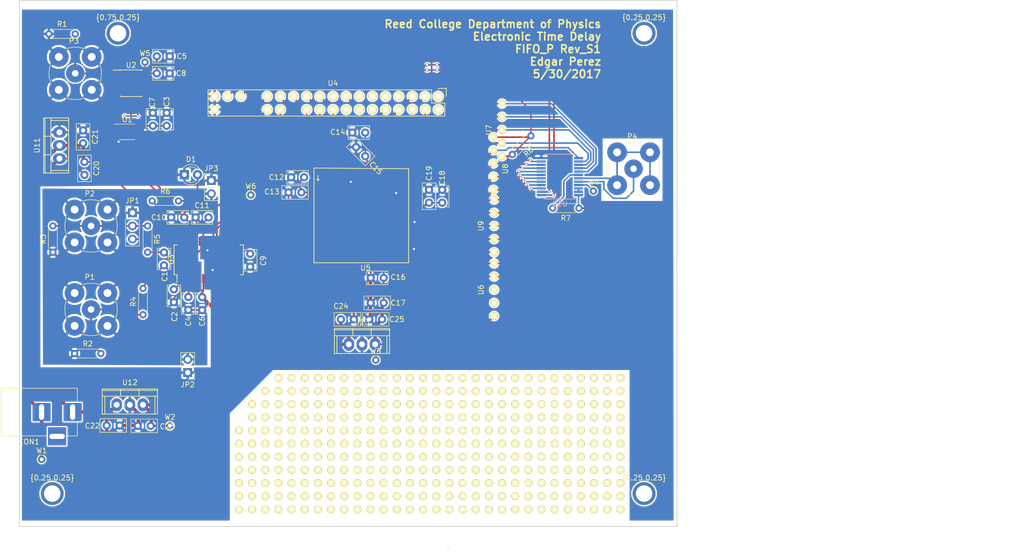
<source format=kicad_pcb>
(kicad_pcb (version 4) (host pcbnew 4.0.2-stable)
  (layers (0 F.Cu signal) (31 B.Cu signal) (34 B.Paste user) (35 F.Paste user) (36 B.SilkS user) (37 F.SilkS user) (38 B.Mask user) (39 F.Mask user) (44 Edge.Cuts user))
  (net 0 "")
  (net 1 "Net-(C1-Pad1)")
  (net 2 "Net-(C1-Pad2)")
  (net 3 GND)
  (net 4 "Net-(C2-Pad2)")
  (net 5 3.3V)
  (net 6 "Net-(C4-Pad1)")
  (net 7 +5V)
  (net 8 -5V)
  (net 9 "Net-(CON1-Pad3)")
  (net 10 "Net-(D1-Pad2)")
  (net 11 "Net-(JP1-Pad2)")
  (net 12 "Net-(P1-Pad1)")
  (net 13 "Net-(P4-Pad2)")
  (net 14 "Net-(P4-Pad1)")
  (net 15 "Net-(R6-Pad1)")
  (net 16 LDAC)
  (net 17 CLK1)
  (net 18 WCLK_S)
  (net 19 "Net-(U1-Pad3)")
  (net 20 WCLK)
  (net 21 WLSTN)
  (net 22 RCLK)
  (net 23 CLK)
  (net 24 "Net-(U3-Pad12)")
  (net 25 "Net-(U3-Pad13)")
  (net 26 "Net-(U3-Pad14)")
  (net 27 "Net-(U3-Pad15)")
  (net 28 "Net-(U3-Pad16)")
  (net 29 "Net-(U3-Pad17)")
  (net 30 "Net-(U3-Pad18)")
  (net 31 "Net-(U3-Pad20)")
  (net 32 "Net-(U3-Pad21)")
  (net 33 "Net-(U3-Pad22)")
  (net 34 "Net-(U3-Pad23)")
  (net 35 "Net-(U3-Pad24)")
  (net 36 "Net-(U3-Pad25)")
  (net 37 "Net-(U3-Pad26)")
  (net 38 "Net-(U3-Pad27)")
  (net 39 "Net-(U4-Pad22)")
  (net 40 "Net-(U4-Pad23)")
  (net 41 "Net-(U4-Pad24)")
  (net 42 "Net-(U4-Pad25)")
  (net 43 "Net-(U4-Pad26)")
  (net 44 "Net-(U4-Pad27)")
  (net 45 "Net-(U4-Pad28)")
  (net 46 "Net-(U4-Pad29)")
  (net 47 "Net-(U4-Pad30)")
  (net 48 "Net-(U4-Pad31)")
  (net 49 "Net-(U4-Pad32)")
  (net 50 "Net-(U4-Pad33)")
  (net 51 "Net-(U4-Pad34)")
  (net 52 "Net-(U4-Pad35)")
  (net 53 "Net-(U4-Pad36)")
  (net 54 "Net-(U4-Pad37)")
  (net 55 "Net-(U4-Pad38)")
  (net 56 "Net-(U4-Pad39)")
  (net 57 "Net-(U4-Pad40)")
  (net 58 "Net-(U4-Pad41)")
  (net 59 "Net-(U4-Pad42)")
  (net 60 "Net-(U4-Pad44)")
  (net 61 "Net-(U4-Pad45)")
  (net 62 "Net-(U10-Pad2)")
  (net 63 "Net-(U10-Pad1)")
  (net 64 "Net-(U5-Pad25)")
  (net 65 "Net-(U5-Pad26)")
  (net 66 "Net-(U5-Pad28)")
  (net 67 "Net-(U5-Pad29)")
  (net 68 "Net-(U10-Pad3)")
  (net 69 "Net-(U10-Pad4)")
  (net 70 "Net-(U10-Pad5)")
  (net 71 "Net-(U10-Pad6)")
  (net 72 "Net-(U10-Pad7)")
  (net 73 "Net-(U10-Pad8)")
  (net 74 "Net-(U10-Pad9)")
  (net 75 "Net-(U10-Pad10)")
  (net 76 "Net-(U10-Pad11)")
  (net 77 "Net-(U10-Pad13)")
  (net 78 "Net-(U10-Pad14)")
  (net 79 "Net-(U10-Pad15)")
  (net 80 "Net-(U10-Pad16)")
  (net 81 "Net-(U10-Pad17)")
  (net 82 "Net-(U10-Pad22)")
  (net 83 "Net-(U6-Pad3)")
  (net 84 "Net-(U6-Pad4)")
  (net 85 "Net-(P3-Pad1)")
  (net 86 GNDA)
  (net 87 +12V)
  (module FIFO_P:SSOP-36_5.3mm_Pitch0.65mm (layer F.Cu) (at 56.388 79.121 90)
    (fp_text reference U3 (at 3.683 -1.651 90) (layer F.SilkS))
    (fp_text value LTC1740)
    (pad 36 smd rect (at 7.2068 -0.0086 90) (size 1.75 0.45) (layers F.Cu F.Paste F.Mask) (net 15 "Net-(R6-Pad1)"))
    (pad 35 smd rect (at 7.2068 0.6414 90) (size 1.75 0.45) (layers F.Cu F.Paste F.Mask) (net 23 CLK))
    (pad 34 smd rect (at 7.2068 1.2914 90) (size 1.75 0.45) (layers F.Cu F.Paste F.Mask) (net 86 GNDA))
    (pad 33 smd rect (at 7.2068 1.9414 90) (size 1.75 0.45) (layers F.Cu F.Paste F.Mask) (net 5 3.3V))
    (pad 32 smd rect (at 7.2068 2.5914 90) (size 1.75 0.45) (layers F.Cu F.Paste F.Mask) (net 5 3.3V))
    (pad 31 smd rect (at 7.2068 3.2414 90) (size 1.75 0.45) (layers F.Cu F.Paste F.Mask) (net 86 GNDA))
    (pad 30 smd rect (at 7.2068 3.8914 90) (size 1.75 0.45) (layers F.Cu F.Paste F.Mask) (net 8 -5V))
    (pad 29 smd rect (at 7.2068 4.5414 90) (size 1.75 0.45) (layers F.Cu F.Paste F.Mask) (net 8 -5V))
    (pad 1 smd rect (at 0.0068 -0.0086 90) (size 1.75 0.45) (layers F.Cu F.Paste F.Mask) (net 1 "Net-(C1-Pad1)"))
    (pad 2 smd rect (at 0.0068 0.6414 90) (size 1.75 0.45) (layers F.Cu F.Paste F.Mask) (net 2 "Net-(C1-Pad2)"))
    (pad 3 smd rect (at 0.0068 1.2914 90) (size 1.75 0.45) (layers F.Cu F.Paste F.Mask) (net 4 "Net-(C2-Pad2)"))
    (pad 4 smd rect (at 0.0068 1.9414 90) (size 1.75 0.45) (layers F.Cu F.Paste F.Mask) (net 86 GNDA))
    (pad 5 smd rect (at 0.0068 2.5914 90) (size 1.75 0.45) (layers F.Cu F.Paste F.Mask) (net 6 "Net-(C4-Pad1)"))
    (pad 6 smd rect (at 0.0068 3.2414 90) (size 1.75 0.45) (layers F.Cu F.Paste F.Mask) (net 86 GNDA))
    (pad 7 smd rect (at 0.0068 3.8914 90) (size 1.75 0.45) (layers F.Cu F.Paste F.Mask) (net 86 GNDA))
    (pad 8 smd rect (at 0.0068 4.5414 90) (size 1.75 0.45) (layers F.Cu F.Paste F.Mask) (net 7 +5V))
    (pad 9 smd rect (at 0.0068 5.1914 90) (size 1.75 0.45) (layers F.Cu F.Paste F.Mask) (net 7 +5V))
    (pad 10 smd rect (at 0.0068 5.8414 90) (size 1.75 0.45) (layers F.Cu F.Paste F.Mask) (net 3 GND))
    (pad 11 smd rect (at 0.0068 6.4914 90) (size 1.75 0.45) (layers F.Cu F.Paste F.Mask) (net 3 GND))
    (pad 12 smd rect (at 0.0068 7.1414 90) (size 1.75 0.45) (layers F.Cu F.Paste F.Mask) (net 24 "Net-(U3-Pad12)"))
    (pad 13 smd rect (at 0.0068 7.7914 90) (size 1.75 0.45) (layers F.Cu F.Paste F.Mask) (net 25 "Net-(U3-Pad13)"))
    (pad 14 smd rect (at 0.0068 8.4414 90) (size 1.75 0.45) (layers F.Cu F.Paste F.Mask) (net 26 "Net-(U3-Pad14)"))
    (pad 18 smd rect (at 0.0068 11.0414 90) (size 1.75 0.45) (layers F.Cu F.Paste F.Mask) (net 30 "Net-(U3-Pad18)"))
    (pad 17 smd rect (at 0.0068 10.3914 90) (size 1.75 0.45) (layers F.Cu F.Paste F.Mask) (net 29 "Net-(U3-Pad17)"))
    (pad 16 smd rect (at 0.0068 9.7414 90) (size 1.75 0.45) (layers F.Cu F.Paste F.Mask) (net 28 "Net-(U3-Pad16)"))
    (pad 15 smd rect (at 0.0068 9.0914 90) (size 1.75 0.45) (layers F.Cu F.Paste F.Mask) (net 27 "Net-(U3-Pad15)"))
    (pad 19 smd rect (at 7.2068 11.0414 90) (size 1.75 0.45) (layers F.Cu F.Paste F.Mask) (net 5 3.3V))
    (pad 20 smd rect (at 7.2068 10.3914 90) (size 1.75 0.45) (layers F.Cu F.Paste F.Mask) (net 31 "Net-(U3-Pad20)"))
    (pad 21 smd rect (at 7.2068 9.7414 90) (size 1.75 0.45) (layers F.Cu F.Paste F.Mask) (net 32 "Net-(U3-Pad21)"))
    (pad 22 smd rect (at 7.2068 9.0914 90) (size 1.75 0.45) (layers F.Cu F.Paste F.Mask) (net 33 "Net-(U3-Pad22)"))
    (pad 23 smd rect (at 7.2068 8.4414 90) (size 1.75 0.45) (layers F.Cu F.Paste F.Mask) (net 34 "Net-(U3-Pad23)"))
    (pad 24 smd rect (at 7.2068 7.7914 90) (size 1.75 0.45) (layers F.Cu F.Paste F.Mask) (net 35 "Net-(U3-Pad24)"))
    (pad 25 smd rect (at 7.2068 7.1414 90) (size 1.75 0.45) (layers F.Cu F.Paste F.Mask) (net 36 "Net-(U3-Pad25)"))
    (pad 26 smd rect (at 7.2068 6.4914 90) (size 1.75 0.45) (layers F.Cu F.Paste F.Mask) (net 37 "Net-(U3-Pad26)"))
    (pad 27 smd rect (at 7.2068 5.8414 90) (size 1.75 0.45) (layers F.Cu F.Paste F.Mask) (net 38 "Net-(U3-Pad27)"))
    (pad 28 smd rect (at 7.2136 5.207 90) (size 1.75 0.45) (layers F.Cu F.Paste F.Mask) (net 3 GND))
  )
  (module FIFO_P:100Pitch_Array_H_1in_W_3in (layer F.Cu) (at 67.818 98.298)
    (fp_text reference ~ (at 40.386 33.02) (layer F.SilkS))
    (fp_text value "Hole Array 100 Pitch H_1in_W_3in")
    (pad ~ thru_hole circle (at 71.12 0) (size 1.524 1.524) (drill 0.762) (layers *.Cu *.Mask F.SilkS))
    (pad ~ thru_hole circle (at 71.12 7.62) (size 1.524 1.524) (drill 0.762) (layers *.Cu *.Mask F.SilkS))
    (pad ~ thru_hole circle (at 71.12 2.54) (size 1.524 1.524) (drill 0.762) (layers *.Cu *.Mask F.SilkS))
    (pad ~ thru_hole circle (at 71.12 5.08) (size 1.524 1.524) (drill 0.762) (layers *.Cu *.Mask F.SilkS))
    (pad ~ thru_hole circle (at 71.12 10.16) (size 1.524 1.524) (drill 0.762) (layers *.Cu *.Mask F.SilkS))
    (pad ~ thru_hole circle (at 71.12 12.7) (size 1.524 1.524) (drill 0.762) (layers *.Cu *.Mask F.SilkS))
    (pad ~ thru_hole circle (at 71.12 15.24) (size 1.524 1.524) (drill 0.762) (layers *.Cu *.Mask F.SilkS))
    (pad ~ thru_hole circle (at 71.12 17.78) (size 1.524 1.524) (drill 0.762) (layers *.Cu *.Mask F.SilkS))
    (pad ~ thru_hole circle (at 71.12 25.4) (size 1.524 1.524) (drill 0.762) (layers *.Cu *.Mask F.SilkS))
    (pad ~ thru_hole circle (at 71.12 22.86) (size 1.524 1.524) (drill 0.762) (layers *.Cu *.Mask F.SilkS))
    (pad ~ thru_hole circle (at 71.12 20.32) (size 1.524 1.524) (drill 0.762) (layers *.Cu *.Mask F.SilkS))
    (pad ~ thru_hole circle (at 73.66 20.32) (size 1.524 1.524) (drill 0.762) (layers *.Cu *.Mask F.SilkS))
    (pad ~ thru_hole circle (at 73.66 22.86) (size 1.524 1.524) (drill 0.762) (layers *.Cu *.Mask F.SilkS))
    (pad ~ thru_hole circle (at 73.66 25.4) (size 1.524 1.524) (drill 0.762) (layers *.Cu *.Mask F.SilkS))
    (pad ~ thru_hole circle (at 73.66 17.78) (size 1.524 1.524) (drill 0.762) (layers *.Cu *.Mask F.SilkS))
    (pad ~ thru_hole circle (at 73.66 15.24) (size 1.524 1.524) (drill 0.762) (layers *.Cu *.Mask F.SilkS))
    (pad ~ thru_hole circle (at 73.66 12.7) (size 1.524 1.524) (drill 0.762) (layers *.Cu *.Mask F.SilkS))
    (pad ~ thru_hole circle (at 73.66 10.16) (size 1.524 1.524) (drill 0.762) (layers *.Cu *.Mask F.SilkS))
    (pad ~ thru_hole circle (at 73.66 5.08) (size 1.524 1.524) (drill 0.762) (layers *.Cu *.Mask F.SilkS))
    (pad ~ thru_hole circle (at 73.66 2.54) (size 1.524 1.524) (drill 0.762) (layers *.Cu *.Mask F.SilkS))
    (pad ~ thru_hole circle (at 73.66 7.62) (size 1.524 1.524) (drill 0.762) (layers *.Cu *.Mask F.SilkS))
    (pad ~ thru_hole circle (at 73.66 0) (size 1.524 1.524) (drill 0.762) (layers *.Cu *.Mask F.SilkS))
    (pad ~ thru_hole circle (at 60.96 0) (size 1.524 1.524) (drill 0.762) (layers *.Cu *.Mask F.SilkS))
    (pad ~ thru_hole circle (at 60.96 7.62) (size 1.524 1.524) (drill 0.762) (layers *.Cu *.Mask F.SilkS))
    (pad ~ thru_hole circle (at 60.96 2.54) (size 1.524 1.524) (drill 0.762) (layers *.Cu *.Mask F.SilkS))
    (pad ~ thru_hole circle (at 60.96 5.08) (size 1.524 1.524) (drill 0.762) (layers *.Cu *.Mask F.SilkS))
    (pad ~ thru_hole circle (at 60.96 10.16) (size 1.524 1.524) (drill 0.762) (layers *.Cu *.Mask F.SilkS))
    (pad ~ thru_hole circle (at 60.96 12.7) (size 1.524 1.524) (drill 0.762) (layers *.Cu *.Mask F.SilkS))
    (pad ~ thru_hole circle (at 60.96 15.24) (size 1.524 1.524) (drill 0.762) (layers *.Cu *.Mask F.SilkS))
    (pad ~ thru_hole circle (at 60.96 17.78) (size 1.524 1.524) (drill 0.762) (layers *.Cu *.Mask F.SilkS))
    (pad ~ thru_hole circle (at 60.96 25.4) (size 1.524 1.524) (drill 0.762) (layers *.Cu *.Mask F.SilkS))
    (pad ~ thru_hole circle (at 60.96 22.86) (size 1.524 1.524) (drill 0.762) (layers *.Cu *.Mask F.SilkS))
    (pad ~ thru_hole circle (at 60.96 20.32) (size 1.524 1.524) (drill 0.762) (layers *.Cu *.Mask F.SilkS))
    (pad ~ thru_hole circle (at 63.5 20.32) (size 1.524 1.524) (drill 0.762) (layers *.Cu *.Mask F.SilkS))
    (pad ~ thru_hole circle (at 63.5 22.86) (size 1.524 1.524) (drill 0.762) (layers *.Cu *.Mask F.SilkS))
    (pad ~ thru_hole circle (at 63.5 25.4) (size 1.524 1.524) (drill 0.762) (layers *.Cu *.Mask F.SilkS))
    (pad ~ thru_hole circle (at 63.5 17.78) (size 1.524 1.524) (drill 0.762) (layers *.Cu *.Mask F.SilkS))
    (pad ~ thru_hole circle (at 63.5 15.24) (size 1.524 1.524) (drill 0.762) (layers *.Cu *.Mask F.SilkS))
    (pad ~ thru_hole circle (at 63.5 12.7) (size 1.524 1.524) (drill 0.762) (layers *.Cu *.Mask F.SilkS))
    (pad ~ thru_hole circle (at 63.5 10.16) (size 1.524 1.524) (drill 0.762) (layers *.Cu *.Mask F.SilkS))
    (pad ~ thru_hole circle (at 63.5 5.08) (size 1.524 1.524) (drill 0.762) (layers *.Cu *.Mask F.SilkS))
    (pad ~ thru_hole circle (at 63.5 2.54) (size 1.524 1.524) (drill 0.762) (layers *.Cu *.Mask F.SilkS))
    (pad ~ thru_hole circle (at 63.5 7.62) (size 1.524 1.524) (drill 0.762) (layers *.Cu *.Mask F.SilkS))
    (pad ~ thru_hole circle (at 63.5 0) (size 1.524 1.524) (drill 0.762) (layers *.Cu *.Mask F.SilkS))
    (pad ~ thru_hole circle (at 68.58 0) (size 1.524 1.524) (drill 0.762) (layers *.Cu *.Mask F.SilkS))
    (pad ~ thru_hole circle (at 68.58 7.62) (size 1.524 1.524) (drill 0.762) (layers *.Cu *.Mask F.SilkS))
    (pad ~ thru_hole circle (at 68.58 2.54) (size 1.524 1.524) (drill 0.762) (layers *.Cu *.Mask F.SilkS))
    (pad ~ thru_hole circle (at 68.58 5.08) (size 1.524 1.524) (drill 0.762) (layers *.Cu *.Mask F.SilkS))
    (pad ~ thru_hole circle (at 68.58 10.16) (size 1.524 1.524) (drill 0.762) (layers *.Cu *.Mask F.SilkS))
    (pad ~ thru_hole circle (at 68.58 12.7) (size 1.524 1.524) (drill 0.762) (layers *.Cu *.Mask F.SilkS))
    (pad ~ thru_hole circle (at 68.58 15.24) (size 1.524 1.524) (drill 0.762) (layers *.Cu *.Mask F.SilkS))
    (pad ~ thru_hole circle (at 68.58 17.78) (size 1.524 1.524) (drill 0.762) (layers *.Cu *.Mask F.SilkS))
    (pad ~ thru_hole circle (at 68.58 25.4) (size 1.524 1.524) (drill 0.762) (layers *.Cu *.Mask F.SilkS))
    (pad ~ thru_hole circle (at 68.58 22.86) (size 1.524 1.524) (drill 0.762) (layers *.Cu *.Mask F.SilkS))
    (pad ~ thru_hole circle (at 68.58 20.32) (size 1.524 1.524) (drill 0.762) (layers *.Cu *.Mask F.SilkS))
    (pad ~ thru_hole circle (at 66.04 20.32) (size 1.524 1.524) (drill 0.762) (layers *.Cu *.Mask F.SilkS))
    (pad ~ thru_hole circle (at 66.04 22.86) (size 1.524 1.524) (drill 0.762) (layers *.Cu *.Mask F.SilkS))
    (pad ~ thru_hole circle (at 66.04 25.4) (size 1.524 1.524) (drill 0.762) (layers *.Cu *.Mask F.SilkS))
    (pad ~ thru_hole circle (at 66.04 17.78) (size 1.524 1.524) (drill 0.762) (layers *.Cu *.Mask F.SilkS))
    (pad ~ thru_hole circle (at 66.04 15.24) (size 1.524 1.524) (drill 0.762) (layers *.Cu *.Mask F.SilkS))
    (pad ~ thru_hole circle (at 66.04 12.7) (size 1.524 1.524) (drill 0.762) (layers *.Cu *.Mask F.SilkS))
    (pad ~ thru_hole circle (at 66.04 10.16) (size 1.524 1.524) (drill 0.762) (layers *.Cu *.Mask F.SilkS))
    (pad ~ thru_hole circle (at 66.04 5.08) (size 1.524 1.524) (drill 0.762) (layers *.Cu *.Mask F.SilkS))
    (pad ~ thru_hole circle (at 66.04 2.54) (size 1.524 1.524) (drill 0.762) (layers *.Cu *.Mask F.SilkS))
    (pad ~ thru_hole circle (at 66.04 7.62) (size 1.524 1.524) (drill 0.762) (layers *.Cu *.Mask F.SilkS))
    (pad ~ thru_hole circle (at 66.04 0) (size 1.524 1.524) (drill 0.762) (layers *.Cu *.Mask F.SilkS))
    (pad ~ thru_hole circle (at 55.88 0) (size 1.524 1.524) (drill 0.762) (layers *.Cu *.Mask F.SilkS))
    (pad ~ thru_hole circle (at 55.88 7.62) (size 1.524 1.524) (drill 0.762) (layers *.Cu *.Mask F.SilkS))
    (pad ~ thru_hole circle (at 55.88 2.54) (size 1.524 1.524) (drill 0.762) (layers *.Cu *.Mask F.SilkS))
    (pad ~ thru_hole circle (at 55.88 5.08) (size 1.524 1.524) (drill 0.762) (layers *.Cu *.Mask F.SilkS))
    (pad ~ thru_hole circle (at 55.88 10.16) (size 1.524 1.524) (drill 0.762) (layers *.Cu *.Mask F.SilkS))
    (pad ~ thru_hole circle (at 55.88 12.7) (size 1.524 1.524) (drill 0.762) (layers *.Cu *.Mask F.SilkS))
    (pad ~ thru_hole circle (at 55.88 15.24) (size 1.524 1.524) (drill 0.762) (layers *.Cu *.Mask F.SilkS))
    (pad ~ thru_hole circle (at 55.88 17.78) (size 1.524 1.524) (drill 0.762) (layers *.Cu *.Mask F.SilkS))
    (pad ~ thru_hole circle (at 55.88 25.4) (size 1.524 1.524) (drill 0.762) (layers *.Cu *.Mask F.SilkS))
    (pad ~ thru_hole circle (at 55.88 22.86) (size 1.524 1.524) (drill 0.762) (layers *.Cu *.Mask F.SilkS))
    (pad ~ thru_hole circle (at 55.88 20.32) (size 1.524 1.524) (drill 0.762) (layers *.Cu *.Mask F.SilkS))
    (pad ~ thru_hole circle (at 58.42 20.32) (size 1.524 1.524) (drill 0.762) (layers *.Cu *.Mask F.SilkS))
    (pad ~ thru_hole circle (at 58.42 22.86) (size 1.524 1.524) (drill 0.762) (layers *.Cu *.Mask F.SilkS))
    (pad ~ thru_hole circle (at 58.42 25.4) (size 1.524 1.524) (drill 0.762) (layers *.Cu *.Mask F.SilkS))
    (pad ~ thru_hole circle (at 58.42 17.78) (size 1.524 1.524) (drill 0.762) (layers *.Cu *.Mask F.SilkS))
    (pad ~ thru_hole circle (at 58.42 15.24) (size 1.524 1.524) (drill 0.762) (layers *.Cu *.Mask F.SilkS))
    (pad ~ thru_hole circle (at 58.42 12.7) (size 1.524 1.524) (drill 0.762) (layers *.Cu *.Mask F.SilkS))
    (pad ~ thru_hole circle (at 58.42 10.16) (size 1.524 1.524) (drill 0.762) (layers *.Cu *.Mask F.SilkS))
    (pad ~ thru_hole circle (at 58.42 5.08) (size 1.524 1.524) (drill 0.762) (layers *.Cu *.Mask F.SilkS))
    (pad ~ thru_hole circle (at 58.42 2.54) (size 1.524 1.524) (drill 0.762) (layers *.Cu *.Mask F.SilkS))
    (pad ~ thru_hole circle (at 58.42 7.62) (size 1.524 1.524) (drill 0.762) (layers *.Cu *.Mask F.SilkS))
    (pad ~ thru_hole circle (at 58.42 0) (size 1.524 1.524) (drill 0.762) (layers *.Cu *.Mask F.SilkS))
    (pad ~ thru_hole circle (at 53.34 0) (size 1.524 1.524) (drill 0.762) (layers *.Cu *.Mask F.SilkS))
    (pad ~ thru_hole circle (at 53.34 7.62) (size 1.524 1.524) (drill 0.762) (layers *.Cu *.Mask F.SilkS))
    (pad ~ thru_hole circle (at 53.34 2.54) (size 1.524 1.524) (drill 0.762) (layers *.Cu *.Mask F.SilkS))
    (pad ~ thru_hole circle (at 53.34 5.08) (size 1.524 1.524) (drill 0.762) (layers *.Cu *.Mask F.SilkS))
    (pad ~ thru_hole circle (at 53.34 10.16) (size 1.524 1.524) (drill 0.762) (layers *.Cu *.Mask F.SilkS))
    (pad ~ thru_hole circle (at 53.34 12.7) (size 1.524 1.524) (drill 0.762) (layers *.Cu *.Mask F.SilkS))
    (pad ~ thru_hole circle (at 53.34 15.24) (size 1.524 1.524) (drill 0.762) (layers *.Cu *.Mask F.SilkS))
    (pad ~ thru_hole circle (at 53.34 17.78) (size 1.524 1.524) (drill 0.762) (layers *.Cu *.Mask F.SilkS))
    (pad ~ thru_hole circle (at 53.34 25.4) (size 1.524 1.524) (drill 0.762) (layers *.Cu *.Mask F.SilkS))
    (pad ~ thru_hole circle (at 53.34 22.86) (size 1.524 1.524) (drill 0.762) (layers *.Cu *.Mask F.SilkS))
    (pad ~ thru_hole circle (at 53.34 20.32) (size 1.524 1.524) (drill 0.762) (layers *.Cu *.Mask F.SilkS))
    (pad ~ thru_hole circle (at 50.8 20.32) (size 1.524 1.524) (drill 0.762) (layers *.Cu *.Mask F.SilkS))
    (pad ~ thru_hole circle (at 50.8 22.86) (size 1.524 1.524) (drill 0.762) (layers *.Cu *.Mask F.SilkS))
    (pad ~ thru_hole circle (at 50.8 25.4) (size 1.524 1.524) (drill 0.762) (layers *.Cu *.Mask F.SilkS))
    (pad ~ thru_hole circle (at 50.8 17.78) (size 1.524 1.524) (drill 0.762) (layers *.Cu *.Mask F.SilkS))
    (pad ~ thru_hole circle (at 50.8 15.24) (size 1.524 1.524) (drill 0.762) (layers *.Cu *.Mask F.SilkS))
    (pad ~ thru_hole circle (at 50.8 12.7) (size 1.524 1.524) (drill 0.762) (layers *.Cu *.Mask F.SilkS))
    (pad ~ thru_hole circle (at 50.8 10.16) (size 1.524 1.524) (drill 0.762) (layers *.Cu *.Mask F.SilkS))
    (pad ~ thru_hole circle (at 50.8 5.08) (size 1.524 1.524) (drill 0.762) (layers *.Cu *.Mask F.SilkS))
    (pad ~ thru_hole circle (at 50.8 2.54) (size 1.524 1.524) (drill 0.762) (layers *.Cu *.Mask F.SilkS))
    (pad ~ thru_hole circle (at 50.8 7.62) (size 1.524 1.524) (drill 0.762) (layers *.Cu *.Mask F.SilkS))
    (pad ~ thru_hole circle (at 50.8 0) (size 1.524 1.524) (drill 0.762) (layers *.Cu *.Mask F.SilkS))
    (pad ~ thru_hole circle (at 25.4 0) (size 1.524 1.524) (drill 0.762) (layers *.Cu *.Mask F.SilkS))
    (pad ~ thru_hole circle (at 25.4 7.62) (size 1.524 1.524) (drill 0.762) (layers *.Cu *.Mask F.SilkS))
    (pad ~ thru_hole circle (at 25.4 2.54) (size 1.524 1.524) (drill 0.762) (layers *.Cu *.Mask F.SilkS))
    (pad ~ thru_hole circle (at 25.4 5.08) (size 1.524 1.524) (drill 0.762) (layers *.Cu *.Mask F.SilkS))
    (pad ~ thru_hole circle (at 25.4 10.16) (size 1.524 1.524) (drill 0.762) (layers *.Cu *.Mask F.SilkS))
    (pad ~ thru_hole circle (at 25.4 12.7) (size 1.524 1.524) (drill 0.762) (layers *.Cu *.Mask F.SilkS))
    (pad ~ thru_hole circle (at 25.4 15.24) (size 1.524 1.524) (drill 0.762) (layers *.Cu *.Mask F.SilkS))
    (pad ~ thru_hole circle (at 25.4 17.78) (size 1.524 1.524) (drill 0.762) (layers *.Cu *.Mask F.SilkS))
    (pad ~ thru_hole circle (at 25.4 25.4) (size 1.524 1.524) (drill 0.762) (layers *.Cu *.Mask F.SilkS))
    (pad ~ thru_hole circle (at 25.4 22.86) (size 1.524 1.524) (drill 0.762) (layers *.Cu *.Mask F.SilkS))
    (pad ~ thru_hole circle (at 25.4 20.32) (size 1.524 1.524) (drill 0.762) (layers *.Cu *.Mask F.SilkS))
    (pad ~ thru_hole circle (at 27.94 20.32) (size 1.524 1.524) (drill 0.762) (layers *.Cu *.Mask F.SilkS))
    (pad ~ thru_hole circle (at 27.94 22.86) (size 1.524 1.524) (drill 0.762) (layers *.Cu *.Mask F.SilkS))
    (pad ~ thru_hole circle (at 27.94 25.4) (size 1.524 1.524) (drill 0.762) (layers *.Cu *.Mask F.SilkS))
    (pad ~ thru_hole circle (at 27.94 17.78) (size 1.524 1.524) (drill 0.762) (layers *.Cu *.Mask F.SilkS))
    (pad ~ thru_hole circle (at 27.94 15.24) (size 1.524 1.524) (drill 0.762) (layers *.Cu *.Mask F.SilkS))
    (pad ~ thru_hole circle (at 27.94 12.7) (size 1.524 1.524) (drill 0.762) (layers *.Cu *.Mask F.SilkS))
    (pad ~ thru_hole circle (at 27.94 10.16) (size 1.524 1.524) (drill 0.762) (layers *.Cu *.Mask F.SilkS))
    (pad ~ thru_hole circle (at 27.94 5.08) (size 1.524 1.524) (drill 0.762) (layers *.Cu *.Mask F.SilkS))
    (pad ~ thru_hole circle (at 27.94 2.54) (size 1.524 1.524) (drill 0.762) (layers *.Cu *.Mask F.SilkS))
    (pad ~ thru_hole circle (at 27.94 7.62) (size 1.524 1.524) (drill 0.762) (layers *.Cu *.Mask F.SilkS))
    (pad ~ thru_hole circle (at 27.94 0) (size 1.524 1.524) (drill 0.762) (layers *.Cu *.Mask F.SilkS))
    (pad ~ thru_hole circle (at 33.02 0) (size 1.524 1.524) (drill 0.762) (layers *.Cu *.Mask F.SilkS))
    (pad ~ thru_hole circle (at 33.02 7.62) (size 1.524 1.524) (drill 0.762) (layers *.Cu *.Mask F.SilkS))
    (pad ~ thru_hole circle (at 33.02 2.54) (size 1.524 1.524) (drill 0.762) (layers *.Cu *.Mask F.SilkS))
    (pad ~ thru_hole circle (at 33.02 5.08) (size 1.524 1.524) (drill 0.762) (layers *.Cu *.Mask F.SilkS))
    (pad ~ thru_hole circle (at 33.02 10.16) (size 1.524 1.524) (drill 0.762) (layers *.Cu *.Mask F.SilkS))
    (pad ~ thru_hole circle (at 33.02 12.7) (size 1.524 1.524) (drill 0.762) (layers *.Cu *.Mask F.SilkS))
    (pad ~ thru_hole circle (at 33.02 15.24) (size 1.524 1.524) (drill 0.762) (layers *.Cu *.Mask F.SilkS))
    (pad ~ thru_hole circle (at 33.02 17.78) (size 1.524 1.524) (drill 0.762) (layers *.Cu *.Mask F.SilkS))
    (pad ~ thru_hole circle (at 33.02 25.4) (size 1.524 1.524) (drill 0.762) (layers *.Cu *.Mask F.SilkS))
    (pad ~ thru_hole circle (at 33.02 22.86) (size 1.524 1.524) (drill 0.762) (layers *.Cu *.Mask F.SilkS))
    (pad ~ thru_hole circle (at 33.02 20.32) (size 1.524 1.524) (drill 0.762) (layers *.Cu *.Mask F.SilkS))
    (pad ~ thru_hole circle (at 30.48 20.32) (size 1.524 1.524) (drill 0.762) (layers *.Cu *.Mask F.SilkS))
    (pad ~ thru_hole circle (at 30.48 22.86) (size 1.524 1.524) (drill 0.762) (layers *.Cu *.Mask F.SilkS))
    (pad ~ thru_hole circle (at 30.48 25.4) (size 1.524 1.524) (drill 0.762) (layers *.Cu *.Mask F.SilkS))
    (pad ~ thru_hole circle (at 30.48 17.78) (size 1.524 1.524) (drill 0.762) (layers *.Cu *.Mask F.SilkS))
    (pad ~ thru_hole circle (at 30.48 15.24) (size 1.524 1.524) (drill 0.762) (layers *.Cu *.Mask F.SilkS))
    (pad ~ thru_hole circle (at 30.48 12.7) (size 1.524 1.524) (drill 0.762) (layers *.Cu *.Mask F.SilkS))
    (pad ~ thru_hole circle (at 30.48 10.16) (size 1.524 1.524) (drill 0.762) (layers *.Cu *.Mask F.SilkS))
    (pad ~ thru_hole circle (at 30.48 5.08) (size 1.524 1.524) (drill 0.762) (layers *.Cu *.Mask F.SilkS))
    (pad ~ thru_hole circle (at 30.48 2.54) (size 1.524 1.524) (drill 0.762) (layers *.Cu *.Mask F.SilkS))
    (pad ~ thru_hole circle (at 30.48 7.62) (size 1.524 1.524) (drill 0.762) (layers *.Cu *.Mask F.SilkS))
    (pad ~ thru_hole circle (at 30.48 0) (size 1.524 1.524) (drill 0.762) (layers *.Cu *.Mask F.SilkS))
    (pad ~ thru_hole circle (at 40.64 0) (size 1.524 1.524) (drill 0.762) (layers *.Cu *.Mask F.SilkS))
    (pad ~ thru_hole circle (at 40.64 7.62) (size 1.524 1.524) (drill 0.762) (layers *.Cu *.Mask F.SilkS))
    (pad ~ thru_hole circle (at 40.64 2.54) (size 1.524 1.524) (drill 0.762) (layers *.Cu *.Mask F.SilkS))
    (pad ~ thru_hole circle (at 40.64 5.08) (size 1.524 1.524) (drill 0.762) (layers *.Cu *.Mask F.SilkS))
    (pad ~ thru_hole circle (at 40.64 10.16) (size 1.524 1.524) (drill 0.762) (layers *.Cu *.Mask F.SilkS))
    (pad ~ thru_hole circle (at 40.64 12.7) (size 1.524 1.524) (drill 0.762) (layers *.Cu *.Mask F.SilkS))
    (pad ~ thru_hole circle (at 40.64 15.24) (size 1.524 1.524) (drill 0.762) (layers *.Cu *.Mask F.SilkS))
    (pad ~ thru_hole circle (at 40.64 17.78) (size 1.524 1.524) (drill 0.762) (layers *.Cu *.Mask F.SilkS))
    (pad ~ thru_hole circle (at 40.64 25.4) (size 1.524 1.524) (drill 0.762) (layers *.Cu *.Mask F.SilkS))
    (pad ~ thru_hole circle (at 40.64 22.86) (size 1.524 1.524) (drill 0.762) (layers *.Cu *.Mask F.SilkS))
    (pad ~ thru_hole circle (at 40.64 20.32) (size 1.524 1.524) (drill 0.762) (layers *.Cu *.Mask F.SilkS))
    (pad ~ thru_hole circle (at 43.18 20.32) (size 1.524 1.524) (drill 0.762) (layers *.Cu *.Mask F.SilkS))
    (pad ~ thru_hole circle (at 43.18 22.86) (size 1.524 1.524) (drill 0.762) (layers *.Cu *.Mask F.SilkS))
    (pad ~ thru_hole circle (at 43.18 25.4) (size 1.524 1.524) (drill 0.762) (layers *.Cu *.Mask F.SilkS))
    (pad ~ thru_hole circle (at 43.18 17.78) (size 1.524 1.524) (drill 0.762) (layers *.Cu *.Mask F.SilkS))
    (pad ~ thru_hole circle (at 43.18 15.24) (size 1.524 1.524) (drill 0.762) (layers *.Cu *.Mask F.SilkS))
    (pad ~ thru_hole circle (at 43.18 12.7) (size 1.524 1.524) (drill 0.762) (layers *.Cu *.Mask F.SilkS))
    (pad ~ thru_hole circle (at 43.18 10.16) (size 1.524 1.524) (drill 0.762) (layers *.Cu *.Mask F.SilkS))
    (pad ~ thru_hole circle (at 43.18 5.08) (size 1.524 1.524) (drill 0.762) (layers *.Cu *.Mask F.SilkS))
    (pad ~ thru_hole circle (at 43.18 2.54) (size 1.524 1.524) (drill 0.762) (layers *.Cu *.Mask F.SilkS))
    (pad ~ thru_hole circle (at 43.18 7.62) (size 1.524 1.524) (drill 0.762) (layers *.Cu *.Mask F.SilkS))
    (pad ~ thru_hole circle (at 43.18 0) (size 1.524 1.524) (drill 0.762) (layers *.Cu *.Mask F.SilkS))
    (pad ~ thru_hole circle (at 38.1 0) (size 1.524 1.524) (drill 0.762) (layers *.Cu *.Mask F.SilkS))
    (pad ~ thru_hole circle (at 38.1 7.62) (size 1.524 1.524) (drill 0.762) (layers *.Cu *.Mask F.SilkS))
    (pad ~ thru_hole circle (at 38.1 2.54) (size 1.524 1.524) (drill 0.762) (layers *.Cu *.Mask F.SilkS))
    (pad ~ thru_hole circle (at 38.1 5.08) (size 1.524 1.524) (drill 0.762) (layers *.Cu *.Mask F.SilkS))
    (pad ~ thru_hole circle (at 38.1 10.16) (size 1.524 1.524) (drill 0.762) (layers *.Cu *.Mask F.SilkS))
    (pad ~ thru_hole circle (at 38.1 12.7) (size 1.524 1.524) (drill 0.762) (layers *.Cu *.Mask F.SilkS))
    (pad ~ thru_hole circle (at 38.1 15.24) (size 1.524 1.524) (drill 0.762) (layers *.Cu *.Mask F.SilkS))
    (pad ~ thru_hole circle (at 38.1 17.78) (size 1.524 1.524) (drill 0.762) (layers *.Cu *.Mask F.SilkS))
    (pad ~ thru_hole circle (at 38.1 25.4) (size 1.524 1.524) (drill 0.762) (layers *.Cu *.Mask F.SilkS))
    (pad ~ thru_hole circle (at 38.1 22.86) (size 1.524 1.524) (drill 0.762) (layers *.Cu *.Mask F.SilkS))
    (pad ~ thru_hole circle (at 38.1 20.32) (size 1.524 1.524) (drill 0.762) (layers *.Cu *.Mask F.SilkS))
    (pad ~ thru_hole circle (at 35.56 20.32) (size 1.524 1.524) (drill 0.762) (layers *.Cu *.Mask F.SilkS))
    (pad ~ thru_hole circle (at 35.56 22.86) (size 1.524 1.524) (drill 0.762) (layers *.Cu *.Mask F.SilkS))
    (pad ~ thru_hole circle (at 35.56 25.4) (size 1.524 1.524) (drill 0.762) (layers *.Cu *.Mask F.SilkS))
    (pad ~ thru_hole circle (at 35.56 17.78) (size 1.524 1.524) (drill 0.762) (layers *.Cu *.Mask F.SilkS))
    (pad ~ thru_hole circle (at 35.56 15.24) (size 1.524 1.524) (drill 0.762) (layers *.Cu *.Mask F.SilkS))
    (pad ~ thru_hole circle (at 35.56 12.7) (size 1.524 1.524) (drill 0.762) (layers *.Cu *.Mask F.SilkS))
    (pad ~ thru_hole circle (at 35.56 10.16) (size 1.524 1.524) (drill 0.762) (layers *.Cu *.Mask F.SilkS))
    (pad ~ thru_hole circle (at 35.56 5.08) (size 1.524 1.524) (drill 0.762) (layers *.Cu *.Mask F.SilkS))
    (pad ~ thru_hole circle (at 35.56 2.54) (size 1.524 1.524) (drill 0.762) (layers *.Cu *.Mask F.SilkS))
    (pad ~ thru_hole circle (at 35.56 7.62) (size 1.524 1.524) (drill 0.762) (layers *.Cu *.Mask F.SilkS))
    (pad ~ thru_hole circle (at 35.56 0) (size 1.524 1.524) (drill 0.762) (layers *.Cu *.Mask F.SilkS))
    (pad ~ thru_hole circle (at 48.26 0) (size 1.524 1.524) (drill 0.762) (layers *.Cu *.Mask F.SilkS))
    (pad ~ thru_hole circle (at 48.26 7.62) (size 1.524 1.524) (drill 0.762) (layers *.Cu *.Mask F.SilkS))
    (pad ~ thru_hole circle (at 48.26 2.54) (size 1.524 1.524) (drill 0.762) (layers *.Cu *.Mask F.SilkS))
    (pad ~ thru_hole circle (at 48.26 5.08) (size 1.524 1.524) (drill 0.762) (layers *.Cu *.Mask F.SilkS))
    (pad ~ thru_hole circle (at 48.26 10.16) (size 1.524 1.524) (drill 0.762) (layers *.Cu *.Mask F.SilkS))
    (pad ~ thru_hole circle (at 48.26 12.7) (size 1.524 1.524) (drill 0.762) (layers *.Cu *.Mask F.SilkS))
    (pad ~ thru_hole circle (at 48.26 15.24) (size 1.524 1.524) (drill 0.762) (layers *.Cu *.Mask F.SilkS))
    (pad ~ thru_hole circle (at 48.26 17.78) (size 1.524 1.524) (drill 0.762) (layers *.Cu *.Mask F.SilkS))
    (pad ~ thru_hole circle (at 48.26 25.4) (size 1.524 1.524) (drill 0.762) (layers *.Cu *.Mask F.SilkS))
    (pad ~ thru_hole circle (at 48.26 22.86) (size 1.524 1.524) (drill 0.762) (layers *.Cu *.Mask F.SilkS))
    (pad ~ thru_hole circle (at 48.26 20.32) (size 1.524 1.524) (drill 0.762) (layers *.Cu *.Mask F.SilkS))
    (pad ~ thru_hole circle (at 45.72 20.32) (size 1.524 1.524) (drill 0.762) (layers *.Cu *.Mask F.SilkS))
    (pad ~ thru_hole circle (at 45.72 22.86) (size 1.524 1.524) (drill 0.762) (layers *.Cu *.Mask F.SilkS))
    (pad ~ thru_hole circle (at 45.72 25.4) (size 1.524 1.524) (drill 0.762) (layers *.Cu *.Mask F.SilkS))
    (pad ~ thru_hole circle (at 45.72 17.78) (size 1.524 1.524) (drill 0.762) (layers *.Cu *.Mask F.SilkS))
    (pad ~ thru_hole circle (at 45.72 15.24) (size 1.524 1.524) (drill 0.762) (layers *.Cu *.Mask F.SilkS))
    (pad ~ thru_hole circle (at 45.72 12.7) (size 1.524 1.524) (drill 0.762) (layers *.Cu *.Mask F.SilkS))
    (pad ~ thru_hole circle (at 45.72 10.16) (size 1.524 1.524) (drill 0.762) (layers *.Cu *.Mask F.SilkS))
    (pad ~ thru_hole circle (at 45.72 5.08) (size 1.524 1.524) (drill 0.762) (layers *.Cu *.Mask F.SilkS))
    (pad ~ thru_hole circle (at 45.72 2.54) (size 1.524 1.524) (drill 0.762) (layers *.Cu *.Mask F.SilkS))
    (pad ~ thru_hole circle (at 45.72 7.62) (size 1.524 1.524) (drill 0.762) (layers *.Cu *.Mask F.SilkS))
    (pad ~ thru_hole circle (at 45.72 0) (size 1.524 1.524) (drill 0.762) (layers *.Cu *.Mask F.SilkS))
    (pad ~ thru_hole circle (at 20.32 0) (size 1.524 1.524) (drill 0.762) (layers *.Cu *.Mask F.SilkS))
    (pad ~ thru_hole circle (at 20.32 7.62) (size 1.524 1.524) (drill 0.762) (layers *.Cu *.Mask F.SilkS))
    (pad ~ thru_hole circle (at 20.32 2.54) (size 1.524 1.524) (drill 0.762) (layers *.Cu *.Mask F.SilkS))
    (pad ~ thru_hole circle (at 20.32 5.08) (size 1.524 1.524) (drill 0.762) (layers *.Cu *.Mask F.SilkS))
    (pad ~ thru_hole circle (at 20.32 10.16) (size 1.524 1.524) (drill 0.762) (layers *.Cu *.Mask F.SilkS))
    (pad ~ thru_hole circle (at 20.32 12.7) (size 1.524 1.524) (drill 0.762) (layers *.Cu *.Mask F.SilkS))
    (pad ~ thru_hole circle (at 20.32 15.24) (size 1.524 1.524) (drill 0.762) (layers *.Cu *.Mask F.SilkS))
    (pad ~ thru_hole circle (at 20.32 17.78) (size 1.524 1.524) (drill 0.762) (layers *.Cu *.Mask F.SilkS))
    (pad ~ thru_hole circle (at 20.32 25.4) (size 1.524 1.524) (drill 0.762) (layers *.Cu *.Mask F.SilkS))
    (pad ~ thru_hole circle (at 20.32 22.86) (size 1.524 1.524) (drill 0.762) (layers *.Cu *.Mask F.SilkS))
    (pad ~ thru_hole circle (at 20.32 20.32) (size 1.524 1.524) (drill 0.762) (layers *.Cu *.Mask F.SilkS))
    (pad ~ thru_hole circle (at 22.86 20.32) (size 1.524 1.524) (drill 0.762) (layers *.Cu *.Mask F.SilkS))
    (pad ~ thru_hole circle (at 22.86 22.86) (size 1.524 1.524) (drill 0.762) (layers *.Cu *.Mask F.SilkS))
    (pad ~ thru_hole circle (at 22.86 25.4) (size 1.524 1.524) (drill 0.762) (layers *.Cu *.Mask F.SilkS))
    (pad ~ thru_hole circle (at 22.86 17.78) (size 1.524 1.524) (drill 0.762) (layers *.Cu *.Mask F.SilkS))
    (pad ~ thru_hole circle (at 22.86 15.24) (size 1.524 1.524) (drill 0.762) (layers *.Cu *.Mask F.SilkS))
    (pad ~ thru_hole circle (at 22.86 12.7) (size 1.524 1.524) (drill 0.762) (layers *.Cu *.Mask F.SilkS))
    (pad ~ thru_hole circle (at 22.86 10.16) (size 1.524 1.524) (drill 0.762) (layers *.Cu *.Mask F.SilkS))
    (pad ~ thru_hole circle (at 22.86 5.08) (size 1.524 1.524) (drill 0.762) (layers *.Cu *.Mask F.SilkS))
    (pad ~ thru_hole circle (at 22.86 2.54) (size 1.524 1.524) (drill 0.762) (layers *.Cu *.Mask F.SilkS))
    (pad ~ thru_hole circle (at 22.86 7.62) (size 1.524 1.524) (drill 0.762) (layers *.Cu *.Mask F.SilkS))
    (pad ~ thru_hole circle (at 22.86 0) (size 1.524 1.524) (drill 0.762) (layers *.Cu *.Mask F.SilkS))
    (pad ~ thru_hole circle (at 10.16 0) (size 1.524 1.524) (drill 0.762) (layers *.Cu *.Mask F.SilkS))
    (pad ~ thru_hole circle (at 10.16 7.62) (size 1.524 1.524) (drill 0.762) (layers *.Cu *.Mask F.SilkS))
    (pad ~ thru_hole circle (at 10.16 2.54) (size 1.524 1.524) (drill 0.762) (layers *.Cu *.Mask F.SilkS))
    (pad ~ thru_hole circle (at 10.16 5.08) (size 1.524 1.524) (drill 0.762) (layers *.Cu *.Mask F.SilkS))
    (pad ~ thru_hole circle (at 10.16 10.16) (size 1.524 1.524) (drill 0.762) (layers *.Cu *.Mask F.SilkS))
    (pad ~ thru_hole circle (at 10.16 12.7) (size 1.524 1.524) (drill 0.762) (layers *.Cu *.Mask F.SilkS))
    (pad ~ thru_hole circle (at 10.16 15.24) (size 1.524 1.524) (drill 0.762) (layers *.Cu *.Mask F.SilkS))
    (pad ~ thru_hole circle (at 10.16 17.78) (size 1.524 1.524) (drill 0.762) (layers *.Cu *.Mask F.SilkS))
    (pad ~ thru_hole circle (at 10.16 25.4) (size 1.524 1.524) (drill 0.762) (layers *.Cu *.Mask F.SilkS))
    (pad ~ thru_hole circle (at 10.16 22.86) (size 1.524 1.524) (drill 0.762) (layers *.Cu *.Mask F.SilkS))
    (pad ~ thru_hole circle (at 10.16 20.32) (size 1.524 1.524) (drill 0.762) (layers *.Cu *.Mask F.SilkS))
    (pad ~ thru_hole circle (at 12.7 20.32) (size 1.524 1.524) (drill 0.762) (layers *.Cu *.Mask F.SilkS))
    (pad ~ thru_hole circle (at 12.7 22.86) (size 1.524 1.524) (drill 0.762) (layers *.Cu *.Mask F.SilkS))
    (pad ~ thru_hole circle (at 12.7 25.4) (size 1.524 1.524) (drill 0.762) (layers *.Cu *.Mask F.SilkS))
    (pad ~ thru_hole circle (at 12.7 17.78) (size 1.524 1.524) (drill 0.762) (layers *.Cu *.Mask F.SilkS))
    (pad ~ thru_hole circle (at 12.7 15.24) (size 1.524 1.524) (drill 0.762) (layers *.Cu *.Mask F.SilkS))
    (pad ~ thru_hole circle (at 12.7 12.7) (size 1.524 1.524) (drill 0.762) (layers *.Cu *.Mask F.SilkS))
    (pad ~ thru_hole circle (at 12.7 10.16) (size 1.524 1.524) (drill 0.762) (layers *.Cu *.Mask F.SilkS))
    (pad ~ thru_hole circle (at 12.7 5.08) (size 1.524 1.524) (drill 0.762) (layers *.Cu *.Mask F.SilkS))
    (pad ~ thru_hole circle (at 12.7 2.54) (size 1.524 1.524) (drill 0.762) (layers *.Cu *.Mask F.SilkS))
    (pad ~ thru_hole circle (at 12.7 7.62) (size 1.524 1.524) (drill 0.762) (layers *.Cu *.Mask F.SilkS))
    (pad ~ thru_hole circle (at 12.7 0) (size 1.524 1.524) (drill 0.762) (layers *.Cu *.Mask F.SilkS))
    (pad ~ thru_hole circle (at 17.78 0) (size 1.524 1.524) (drill 0.762) (layers *.Cu *.Mask F.SilkS))
    (pad ~ thru_hole circle (at 17.78 7.62) (size 1.524 1.524) (drill 0.762) (layers *.Cu *.Mask F.SilkS))
    (pad ~ thru_hole circle (at 17.78 2.54) (size 1.524 1.524) (drill 0.762) (layers *.Cu *.Mask F.SilkS))
    (pad ~ thru_hole circle (at 17.78 5.08) (size 1.524 1.524) (drill 0.762) (layers *.Cu *.Mask F.SilkS))
    (pad ~ thru_hole circle (at 17.78 10.16) (size 1.524 1.524) (drill 0.762) (layers *.Cu *.Mask F.SilkS))
    (pad ~ thru_hole circle (at 17.78 12.7) (size 1.524 1.524) (drill 0.762) (layers *.Cu *.Mask F.SilkS))
    (pad ~ thru_hole circle (at 17.78 15.24) (size 1.524 1.524) (drill 0.762) (layers *.Cu *.Mask F.SilkS))
    (pad ~ thru_hole circle (at 17.78 17.78) (size 1.524 1.524) (drill 0.762) (layers *.Cu *.Mask F.SilkS))
    (pad ~ thru_hole circle (at 17.78 25.4) (size 1.524 1.524) (drill 0.762) (layers *.Cu *.Mask F.SilkS))
    (pad ~ thru_hole circle (at 17.78 22.86) (size 1.524 1.524) (drill 0.762) (layers *.Cu *.Mask F.SilkS))
    (pad ~ thru_hole circle (at 17.78 20.32) (size 1.524 1.524) (drill 0.762) (layers *.Cu *.Mask F.SilkS))
    (pad ~ thru_hole circle (at 15.24 20.32) (size 1.524 1.524) (drill 0.762) (layers *.Cu *.Mask F.SilkS))
    (pad ~ thru_hole circle (at 15.24 22.86) (size 1.524 1.524) (drill 0.762) (layers *.Cu *.Mask F.SilkS))
    (pad ~ thru_hole circle (at 15.24 25.4) (size 1.524 1.524) (drill 0.762) (layers *.Cu *.Mask F.SilkS))
    (pad ~ thru_hole circle (at 15.24 17.78) (size 1.524 1.524) (drill 0.762) (layers *.Cu *.Mask F.SilkS))
    (pad ~ thru_hole circle (at 15.24 15.24) (size 1.524 1.524) (drill 0.762) (layers *.Cu *.Mask F.SilkS))
    (pad ~ thru_hole circle (at 15.24 12.7) (size 1.524 1.524) (drill 0.762) (layers *.Cu *.Mask F.SilkS))
    (pad ~ thru_hole circle (at 15.24 10.16) (size 1.524 1.524) (drill 0.762) (layers *.Cu *.Mask F.SilkS))
    (pad ~ thru_hole circle (at 15.24 5.08) (size 1.524 1.524) (drill 0.762) (layers *.Cu *.Mask F.SilkS))
    (pad ~ thru_hole circle (at 15.24 2.54) (size 1.524 1.524) (drill 0.762) (layers *.Cu *.Mask F.SilkS))
    (pad ~ thru_hole circle (at 15.24 7.62) (size 1.524 1.524) (drill 0.762) (layers *.Cu *.Mask F.SilkS))
    (pad ~ thru_hole circle (at 15.24 0) (size 1.524 1.524) (drill 0.762) (layers *.Cu *.Mask F.SilkS))
    (pad ~ thru_hole circle (at 5.08 7.62) (size 1.524 1.524) (drill 0.762) (layers *.Cu *.Mask F.SilkS))
    (pad ~ thru_hole circle (at 5.08 2.54) (size 1.524 1.524) (drill 0.762) (layers *.Cu *.Mask F.SilkS))
    (pad ~ thru_hole circle (at 5.08 5.08) (size 1.524 1.524) (drill 0.762) (layers *.Cu *.Mask F.SilkS))
    (pad ~ thru_hole circle (at 5.08 10.16) (size 1.524 1.524) (drill 0.762) (layers *.Cu *.Mask F.SilkS))
    (pad ~ thru_hole circle (at 5.08 12.7) (size 1.524 1.524) (drill 0.762) (layers *.Cu *.Mask F.SilkS))
    (pad ~ thru_hole circle (at 5.08 15.24) (size 1.524 1.524) (drill 0.762) (layers *.Cu *.Mask F.SilkS))
    (pad ~ thru_hole circle (at 5.08 17.78) (size 1.524 1.524) (drill 0.762) (layers *.Cu *.Mask F.SilkS))
    (pad ~ thru_hole circle (at 5.08 25.4) (size 1.524 1.524) (drill 0.762) (layers *.Cu *.Mask F.SilkS))
    (pad ~ thru_hole circle (at 5.08 22.86) (size 1.524 1.524) (drill 0.762) (layers *.Cu *.Mask F.SilkS))
    (pad ~ thru_hole circle (at 5.08 20.32) (size 1.524 1.524) (drill 0.762) (layers *.Cu *.Mask F.SilkS))
    (pad ~ thru_hole circle (at 7.62 20.32) (size 1.524 1.524) (drill 0.762) (layers *.Cu *.Mask F.SilkS))
    (pad ~ thru_hole circle (at 7.62 22.86) (size 1.524 1.524) (drill 0.762) (layers *.Cu *.Mask F.SilkS))
    (pad ~ thru_hole circle (at 7.62 25.4) (size 1.524 1.524) (drill 0.762) (layers *.Cu *.Mask F.SilkS))
    (pad ~ thru_hole circle (at 7.62 17.78) (size 1.524 1.524) (drill 0.762) (layers *.Cu *.Mask F.SilkS))
    (pad ~ thru_hole circle (at 7.62 15.24) (size 1.524 1.524) (drill 0.762) (layers *.Cu *.Mask F.SilkS))
    (pad ~ thru_hole circle (at 7.62 12.7) (size 1.524 1.524) (drill 0.762) (layers *.Cu *.Mask F.SilkS))
    (pad ~ thru_hole circle (at 7.62 10.16) (size 1.524 1.524) (drill 0.762) (layers *.Cu *.Mask F.SilkS))
    (pad ~ thru_hole circle (at 7.62 5.08) (size 1.524 1.524) (drill 0.762) (layers *.Cu *.Mask F.SilkS))
    (pad ~ thru_hole circle (at 7.62 2.54) (size 1.524 1.524) (drill 0.762) (layers *.Cu *.Mask F.SilkS))
    (pad ~ thru_hole circle (at 7.62 7.62) (size 1.524 1.524) (drill 0.762) (layers *.Cu *.Mask F.SilkS))
    (pad ~ thru_hole circle (at 7.62 0) (size 1.524 1.524) (drill 0.762) (layers *.Cu *.Mask F.SilkS))
    (pad ~ thru_hole circle (at 2.54 7.62) (size 1.524 1.524) (drill 0.762) (layers *.Cu *.Mask F.SilkS))
    (pad ~ thru_hole circle (at 2.54 5.08) (size 1.524 1.524) (drill 0.762) (layers *.Cu *.Mask F.SilkS))
    (pad ~ thru_hole circle (at 2.54 10.16) (size 1.524 1.524) (drill 0.762) (layers *.Cu *.Mask F.SilkS))
    (pad ~ thru_hole circle (at 2.54 12.7) (size 1.524 1.524) (drill 0.762) (layers *.Cu *.Mask F.SilkS))
    (pad ~ thru_hole circle (at 2.54 15.24) (size 1.524 1.524) (drill 0.762) (layers *.Cu *.Mask F.SilkS))
    (pad ~ thru_hole circle (at 2.54 17.78) (size 1.524 1.524) (drill 0.762) (layers *.Cu *.Mask F.SilkS))
    (pad ~ thru_hole circle (at 2.54 25.4) (size 1.524 1.524) (drill 0.762) (layers *.Cu *.Mask F.SilkS))
    (pad ~ thru_hole circle (at 2.54 22.86) (size 1.524 1.524) (drill 0.762) (layers *.Cu *.Mask F.SilkS))
    (pad ~ thru_hole circle (at 2.54 20.32) (size 1.524 1.524) (drill 0.762) (layers *.Cu *.Mask F.SilkS))
    (pad ~ thru_hole circle (at 0 20.32) (size 1.524 1.524) (drill 0.762) (layers *.Cu *.Mask F.SilkS))
    (pad ~ thru_hole circle (at 0 22.86) (size 1.524 1.524) (drill 0.762) (layers *.Cu *.Mask F.SilkS))
    (pad ~ thru_hole circle (at 0 25.4) (size 1.524 1.524) (drill 0.762) (layers *.Cu *.Mask F.SilkS))
    (pad ~ thru_hole circle (at 0 17.78) (size 1.524 1.524) (drill 0.762) (layers *.Cu *.Mask F.SilkS))
    (pad ~ thru_hole circle (at 0 15.24) (size 1.524 1.524) (drill 0.762) (layers *.Cu *.Mask F.SilkS))
    (pad ~ thru_hole circle (at 0 12.7) (size 1.524 1.524) (drill 0.762) (layers *.Cu *.Mask F.SilkS))
    (pad ~ thru_hole circle (at 0 10.16) (size 1.524 1.524) (drill 0.762) (layers *.Cu *.Mask F.SilkS))
  )
  (module Connect:1pin (layer F.Cu) (at 146.05 120.65)
    (fp_text reference {0.25,0.25} (at 0 -3.048) (layer F.SilkS))
    (fp_text value 1pin)
    (pad 1 thru_hole circle (at 0 0) (size 4.445 4.445) (drill 3.175) (layers *.Cu *.Mask))
  )
  (module Connect:1pin (layer F.Cu) (at 31.75 120.65)
    (fp_text reference {0.25,0.25} (at 0 -3.048) (layer F.SilkS))
    (fp_text value 1pin)
    (pad 1 thru_hole circle (at 0 0) (size 4.445 4.445) (drill 3.175) (layers *.Cu *.Mask))
  )
  (module Connect:1pin (layer F.Cu) (at 44.45 31.75)
    (fp_text reference {0.75,0.25} (at 0 -3.048) (layer F.SilkS))
    (fp_text value 1pin)
    (pad 1 thru_hole circle (at 0 0) (size 4.445 4.445) (drill 3.175) (layers *.Cu *.Mask))
  )
  (module Connect:1pin (layer F.Cu) (at 146.05 31.75)
    (fp_text reference {0.25,0.25} (at 0 -3.048) (layer F.SilkS))
    (fp_text value 1pin)
    (pad 1 thru_hole circle (at 0 0) (size 4.445 4.445) (drill 3.175) (layers *.Cu *.Mask))
  )
  (module FIFO_1:FIFO_IDT_72V2105_L10PFG (layer F.Cu) (at 83.058 60.96)
    (fp_text reference U5 (at 9.2 16.1) (layer F.SilkS))
    (fp_text value IDT_72V2105)
    (pad 1 smd rect (at 0 0 90) (size 0.5 1.5) (layers F.Cu F.Paste F.Mask) (net 61 "Net-(U4-Pad45)"))
    (pad 2 smd rect (at 0 0.8 90) (size 0.5 1.5) (layers F.Cu F.Paste F.Mask) (net 60 "Net-(U4-Pad44)"))
    (pad 3 smd rect (at 0 1.6 90) (size 0.5 1.5) (layers F.Cu F.Paste F.Mask) (net 5 3.3V))
    (pad 4 smd rect (at 0 2.4 90) (size 0.5 1.5) (layers F.Cu F.Paste F.Mask) (net 5 3.3V))
    (pad 5 smd rect (at 0 3.2 90) (size 0.5 1.5) (layers F.Cu F.Paste F.Mask) (net 3 GND))
    (pad 6 smd rect (at 0 4 90) (size 0.5 1.5) (layers F.Cu F.Paste F.Mask) (net 37 "Net-(U3-Pad26)"))
    (pad 7 smd rect (at 0 4.8 90) (size 0.5 1.5) (layers F.Cu F.Paste F.Mask) (net 36 "Net-(U3-Pad25)"))
    (pad 8 smd rect (at 0 5.6 90) (size 0.5 1.5) (layers F.Cu F.Paste F.Mask) (net 35 "Net-(U3-Pad24)"))
    (pad 9 smd rect (at 0 6.4 90) (size 0.5 1.5) (layers F.Cu F.Paste F.Mask) (net 34 "Net-(U3-Pad23)"))
    (pad 10 smd rect (at 0 7.2 90) (size 0.5 1.5) (layers F.Cu F.Paste F.Mask) (net 33 "Net-(U3-Pad22)"))
    (pad 11 smd rect (at 0 8 90) (size 0.5 1.5) (layers F.Cu F.Paste F.Mask) (net 32 "Net-(U3-Pad21)"))
    (pad 12 smd rect (at 0 8.8 90) (size 0.5 1.5) (layers F.Cu F.Paste F.Mask) (net 31 "Net-(U3-Pad20)"))
    (pad 13 smd rect (at 0 9.6 90) (size 0.5 1.5) (layers F.Cu F.Paste F.Mask) (net 30 "Net-(U3-Pad18)"))
    (pad 14 smd rect (at 0 10.4 90) (size 0.5 1.5) (layers F.Cu F.Paste F.Mask) (net 29 "Net-(U3-Pad17)"))
    (pad 15 smd rect (at 0 11.2 90) (size 0.5 1.5) (layers F.Cu F.Paste F.Mask) (net 28 "Net-(U3-Pad16)"))
    (pad 16 smd rect (at 0 12 90) (size 0.5 1.5) (layers F.Cu F.Paste F.Mask) (net 27 "Net-(U3-Pad15)"))
    (pad 17 smd rect (at 2.3 14.3) (size 0.5 1.5) (layers F.Cu F.Paste F.Mask) (net 26 "Net-(U3-Pad14)"))
    (pad 18 smd rect (at 3.1 14.3) (size 0.5 1.5) (layers F.Cu F.Paste F.Mask) (net 25 "Net-(U3-Pad13)"))
    (pad 19 smd rect (at 3.9 14.3) (size 0.5 1.5) (layers F.Cu F.Paste F.Mask) (net 24 "Net-(U3-Pad12)"))
    (pad 20 smd rect (at 4.7 14.3) (size 0.5 1.5) (layers F.Cu F.Paste F.Mask) (net 3 GND))
    (pad 21 smd rect (at 5.5 14.3) (size 0.5 1.5) (layers F.Cu F.Paste F.Mask) (net 3 GND))
    (pad 22 smd rect (at 6.3 14.3) (size 0.5 1.5) (layers F.Cu F.Paste F.Mask) (net 3 GND))
    (pad 23 smd rect (at 7.1 14.3) (size 0.5 1.5) (layers F.Cu F.Paste F.Mask) (net 3 GND))
    (pad 24 smd rect (at 7.9 14.3) (size 0.5 1.5) (layers F.Cu F.Paste F.Mask) (net 3 GND))
    (pad 25 smd rect (at 8.7 14.3) (size 0.5 1.5) (layers F.Cu F.Paste F.Mask) (net 64 "Net-(U5-Pad25)"))
    (pad 26 smd rect (at 9.5 14.3) (size 0.5 1.5) (layers F.Cu F.Paste F.Mask) (net 65 "Net-(U5-Pad26)"))
    (pad 27 smd rect (at 10.3 14.3) (size 0.5 1.5) (layers F.Cu F.Paste F.Mask) (net 3 GND))
    (pad 28 smd rect (at 11.1 14.3) (size 0.5 1.5) (layers F.Cu F.Paste F.Mask) (net 66 "Net-(U5-Pad28)"))
    (pad 29 smd rect (at 11.9 14.3) (size 0.5 1.5) (layers F.Cu F.Paste F.Mask) (net 67 "Net-(U5-Pad29)"))
    (pad 30 smd rect (at 12.7 14.3) (size 0.5 1.5) (layers F.Cu F.Paste F.Mask) (net 5 3.3V))
    (pad 31 smd rect (at 13.5 14.3) (size 0.5 1.5) (layers F.Cu F.Paste F.Mask) (net 68 "Net-(U10-Pad3)"))
    (pad 32 smd rect (at 14.3 14.3) (size 0.5 1.5) (layers F.Cu F.Paste F.Mask) (net 69 "Net-(U10-Pad4)"))
    (pad 33 smd rect (at 16.6 12 270) (size 0.5 1.5) (layers F.Cu F.Paste F.Mask) (net 3 GND))
    (pad 34 smd rect (at 16.6 11.2 270) (size 0.5 1.5) (layers F.Cu F.Paste F.Mask) (net 70 "Net-(U10-Pad5)"))
    (pad 35 smd rect (at 16.6 10.4 270) (size 0.5 1.5) (layers F.Cu F.Paste F.Mask) (net 71 "Net-(U10-Pad6)"))
    (pad 36 smd rect (at 16.6 9.6 270) (size 0.5 1.5) (layers F.Cu F.Paste F.Mask) (net 72 "Net-(U10-Pad7)"))
    (pad 37 smd rect (at 16.6 8.8 270) (size 0.5 1.5) (layers F.Cu F.Paste F.Mask) (net 73 "Net-(U10-Pad8)"))
    (pad 38 smd rect (at 16.6 8 270) (size 0.5 1.5) (layers F.Cu F.Paste F.Mask) (net 74 "Net-(U10-Pad9)"))
    (pad 39 smd rect (at 16.6 7.2 270) (size 0.5 1.5) (layers F.Cu F.Paste F.Mask) (net 3 GND))
    (pad 40 smd rect (at 16.6 6.4 270) (size 0.5 1.5) (layers F.Cu F.Paste F.Mask) (net 75 "Net-(U10-Pad10)"))
    (pad 41 smd rect (at 16.6 5.6 270) (size 0.5 1.5) (layers F.Cu F.Paste F.Mask) (net 76 "Net-(U10-Pad11)"))
    (pad 42 smd rect (at 16.6 4.8 270) (size 0.5 1.5) (layers F.Cu F.Paste F.Mask) (net 77 "Net-(U10-Pad13)"))
    (pad 43 smd rect (at 16.6 4 270) (size 0.5 1.5) (layers F.Cu F.Paste F.Mask) (net 5 3.3V))
    (pad 44 smd rect (at 16.6 3.2 270) (size 0.5 1.5) (layers F.Cu F.Paste F.Mask) (net 78 "Net-(U10-Pad14)"))
    (pad 45 smd rect (at 16.6 2.4 270) (size 0.5 1.5) (layers F.Cu F.Paste F.Mask) (net 79 "Net-(U10-Pad15)"))
    (pad 46 smd rect (at 16.6 1.6 270) (size 0.5 1.5) (layers F.Cu F.Paste F.Mask) (net 3 GND))
    (pad 47 smd rect (at 16.6 0.8 270) (size 0.5 1.5) (layers F.Cu F.Paste F.Mask) (net 80 "Net-(U10-Pad16)"))
    (pad 48 smd rect (at 16.6 0 270) (size 0.5 1.5) (layers F.Cu F.Paste F.Mask) (net 81 "Net-(U10-Pad17)"))
    (pad 49 smd rect (at 14.3 -2.3) (size 0.5 1.5) (layers F.Cu F.Paste F.Mask) (net 40 "Net-(U4-Pad23)"))
    (pad 50 smd rect (at 13.5 -2.3) (size 0.5 1.5) (layers F.Cu F.Paste F.Mask) (net 39 "Net-(U4-Pad22)"))
    (pad 51 smd rect (at 12.7 -2.3) (size 0.5 1.5) (layers F.Cu F.Paste F.Mask) (net 41 "Net-(U4-Pad24)"))
    (pad 52 smd rect (at 11.9 -2.3) (size 0.5 1.5) (layers F.Cu F.Paste F.Mask) (net 22 RCLK))
    (pad 53 smd rect (at 11.1 -2.3) (size 0.5 1.5) (layers F.Cu F.Paste F.Mask) (net 44 "Net-(U4-Pad27)"))
    (pad 54 smd rect (at 10.3 -2.3) (size 0.5 1.5) (layers F.Cu F.Paste F.Mask) (net 46 "Net-(U4-Pad29)"))
    (pad 55 smd rect (at 9.5 -2.3) (size 0.5 1.5) (layers F.Cu F.Paste F.Mask) (net 5 3.3V))
    (pad 56 smd rect (at 8.7 -2.3) (size 0.5 1.5) (layers F.Cu F.Paste F.Mask) (net 51 "Net-(U4-Pad34)"))
    (pad 57 smd rect (at 7.9 -2.3) (size 0.5 1.5) (layers F.Cu F.Paste F.Mask) (net 54 "Net-(U4-Pad37)"))
    (pad 58 smd rect (at 7.1 -2.3) (size 0.5 1.5) (layers F.Cu F.Paste F.Mask) (net 55 "Net-(U4-Pad38)"))
    (pad 59 smd rect (at 6.3 -2.3) (size 0.5 1.5) (layers F.Cu F.Paste F.Mask) (net 3 GND))
    (pad 60 smd rect (at 5.5 -2.3) (size 0.5 1.5) (layers F.Cu F.Paste F.Mask) (net 56 "Net-(U4-Pad39)"))
    (pad 61 smd rect (at 4.7 -2.3) (size 0.5 1.5) (layers F.Cu F.Paste F.Mask) (net 57 "Net-(U4-Pad40)"))
    (pad 62 smd rect (at 3.9 -2.3) (size 0.5 1.5) (layers F.Cu F.Paste F.Mask) (net 58 "Net-(U4-Pad41)"))
    (pad 63 smd rect (at 3.1 -2.3) (size 0.5 1.5) (layers F.Cu F.Paste F.Mask) (net 59 "Net-(U4-Pad42)"))
    (pad 64 smd rect (at 2.3 -2.3) (size 0.5 1.5) (layers F.Cu F.Paste F.Mask) (net 20 WCLK))
  )
  (module FIFO_2_COMPONENT_LIBRARY:Arduino_DUE_2x18 (layer F.Cu) (at 63.119 43.942)
    (fp_text reference U4 (at 22.86 -2.54) (layer F.SilkS))
    (fp_text value ARDUINO_DUE_FIFO_P_COMMANDS)
    (pad 5V thru_hole circle (at 43.18 0 180) (size 1.7272 1.7272) (drill 1.016) (layers *.Cu *.Mask F.SilkS))
    (pad 5V thru_hole oval (at 43.18 2.54 180) (size 1.7272 1.7272) (drill 1.016) (layers *.Cu *.Mask F.SilkS))
    (pad 22 thru_hole oval (at 40.64 0 180) (size 1.7272 1.7272) (drill 1.016) (layers *.Cu *.Mask F.SilkS) (net 39 "Net-(U4-Pad22)"))
    (pad 23 thru_hole oval (at 40.68 2.5 180) (size 1.7272 1.7272) (drill 1.016) (layers *.Cu *.Mask F.SilkS) (net 40 "Net-(U4-Pad23)"))
    (pad 24 thru_hole oval (at 38.18 0 180) (size 1.7272 1.7272) (drill 1.016) (layers *.Cu *.Mask F.SilkS) (net 41 "Net-(U4-Pad24)"))
    (pad 25 thru_hole oval (at 38.18 2.5 180) (size 1.7272 1.7272) (drill 1.016) (layers *.Cu *.Mask F.SilkS) (net 42 "Net-(U4-Pad25)"))
    (pad 26 thru_hole oval (at 35.56 0 180) (size 1.7272 1.7272) (drill 1.016) (layers *.Cu *.Mask F.SilkS) (net 43 "Net-(U4-Pad26)"))
    (pad 27 thru_hole oval (at 35.56 2.54 180) (size 1.7272 1.7272) (drill 1.016) (layers *.Cu *.Mask F.SilkS) (net 44 "Net-(U4-Pad27)"))
    (pad 28 thru_hole oval (at 33.02 0 180) (size 1.7272 1.7272) (drill 1.016) (layers *.Cu *.Mask F.SilkS) (net 45 "Net-(U4-Pad28)"))
    (pad 29 thru_hole oval (at 33.02 2.54 180) (size 1.7272 1.7272) (drill 1.016) (layers *.Cu *.Mask F.SilkS) (net 46 "Net-(U4-Pad29)"))
    (pad 30 thru_hole oval (at 30.48 0 180) (size 1.7272 1.7272) (drill 1.016) (layers *.Cu *.Mask F.SilkS) (net 47 "Net-(U4-Pad30)"))
    (pad 31 thru_hole oval (at 30.48 2.54 180) (size 1.7272 1.7272) (drill 1.016) (layers *.Cu *.Mask F.SilkS) (net 48 "Net-(U4-Pad31)"))
    (pad 32 thru_hole oval (at 27.94 0 180) (size 1.7272 1.7272) (drill 1.016) (layers *.Cu *.Mask F.SilkS) (net 49 "Net-(U4-Pad32)"))
    (pad 33 thru_hole oval (at 27.94 2.54 180) (size 1.7272 1.7272) (drill 1.016) (layers *.Cu *.Mask F.SilkS) (net 50 "Net-(U4-Pad33)"))
    (pad 34 thru_hole oval (at 25.4 0 180) (size 1.7272 1.7272) (drill 1.016) (layers *.Cu *.Mask F.SilkS) (net 51 "Net-(U4-Pad34)"))
    (pad 35 thru_hole oval (at 25.4 2.54 180) (size 1.7272 1.7272) (drill 1.016) (layers *.Cu *.Mask F.SilkS) (net 52 "Net-(U4-Pad35)"))
    (pad 36 thru_hole oval (at 22.86 0 180) (size 1.7272 1.7272) (drill 1.016) (layers *.Cu *.Mask F.SilkS) (net 53 "Net-(U4-Pad36)"))
    (pad 37 thru_hole oval (at 22.86 2.54 180) (size 1.7272 1.7272) (drill 1.016) (layers *.Cu *.Mask F.SilkS) (net 54 "Net-(U4-Pad37)"))
    (pad 38 thru_hole oval (at 20.32 0 180) (size 1.7272 1.7272) (drill 1.016) (layers *.Cu *.Mask F.SilkS) (net 55 "Net-(U4-Pad38)"))
    (pad 39 thru_hole oval (at 20.32 2.54 180) (size 1.7272 1.7272) (drill 1.016) (layers *.Cu *.Mask F.SilkS) (net 56 "Net-(U4-Pad39)"))
    (pad 40 thru_hole oval (at 17.78 0 180) (size 1.7272 1.7272) (drill 1.016) (layers *.Cu *.Mask F.SilkS) (net 57 "Net-(U4-Pad40)"))
    (pad 41 thru_hole oval (at 17.78 2.54 180) (size 1.7272 1.7272) (drill 1.016) (layers *.Cu *.Mask F.SilkS) (net 58 "Net-(U4-Pad41)"))
    (pad 42 thru_hole oval (at 15.24 0 180) (size 1.7272 1.7272) (drill 1.016) (layers *.Cu *.Mask F.SilkS) (net 59 "Net-(U4-Pad42)"))
    (pad 44 thru_hole oval (at 12.7 0 180) (size 1.7272 1.7272) (drill 1.016) (layers *.Cu *.Mask F.SilkS) (net 60 "Net-(U4-Pad44)"))
    (pad 45 thru_hole oval (at 12.7 2.54 180) (size 1.7272 1.7272) (drill 1.016) (layers *.Cu *.Mask F.SilkS) (net 61 "Net-(U4-Pad45)"))
    (pad 46 thru_hole oval (at 10.16 0 180) (size 1.7272 1.7272) (drill 1.016) (layers *.Cu *.Mask F.SilkS) (net 18 WCLK_S))
    (pad 47 thru_hole oval (at 10.16 2.54 180) (size 1.7272 1.7272) (drill 1.016) (layers *.Cu *.Mask F.SilkS) (net 21 WLSTN))
    (pad 50 thru_hole oval (at 5.08 0 180) (size 1.7272 1.7272) (drill 1.016) (layers *.Cu *.Mask F.SilkS) (net 62 "Net-(U10-Pad2)"))
    (pad 52 thru_hole oval (at 2.54 0 180) (size 1.7272 1.7272) (drill 1.016) (layers *.Cu *.Mask F.SilkS) (net 63 "Net-(U10-Pad1)"))
    (pad GND thru_hole oval (at 0 0 180) (size 1.7272 1.7272) (drill 1.016) (layers *.Cu *.Mask F.SilkS) (net 3 GND))
    (pad GND thru_hole oval (at 0 2.54 180) (size 1.7272 1.7272) (drill 1.016) (layers *.Cu *.Mask F.SilkS) (net 3 GND))
  )
  (module Capacitors_ThroughHole:C_Rect_L4.0mm_W2.5mm_P2.50mm (layer F.Cu) (at 53.34 76.581 90)
    (fp_text reference C1 (at -2.159 0.127 90) (layer F.SilkS))
    (fp_text value 560pF)
    (pad 1 thru_hole circle (at 0 0 90) (size 1.6 1.6) (drill 0.8) (layers *.Cu *.Mask) (net 1 "Net-(C1-Pad1)"))
    (pad 2 thru_hole circle (at 2.5 0 90) (size 1.6 1.6) (drill 0.8) (layers *.Cu *.Mask) (net 2 "Net-(C1-Pad2)"))
  )
  (module Capacitors_ThroughHole:C_Rect_L4.0mm_W2.5mm_P2.50mm (layer F.Cu) (at 55.245 83.693 90)
    (fp_text reference C2 (at -2.794 0.127 90) (layer F.SilkS))
    (fp_text value 1uF)
    (pad 1 thru_hole circle (at 0 0 90) (size 1.6 1.6) (drill 0.8) (layers *.Cu *.Mask) (net 86 GNDA))
    (pad 2 thru_hole circle (at 2.5 0 90) (size 1.6 1.6) (drill 0.8) (layers *.Cu *.Mask) (net 4 "Net-(C2-Pad2)"))
  )
  (module Capacitors_ThroughHole:C_Rect_L4.0mm_W2.5mm_P2.50mm (layer F.Cu) (at 53.848 47.117 270)
    (fp_text reference C3 (at -2.159 0 270) (layer F.SilkS))
    (fp_text value 100nF)
    (pad 1 thru_hole circle (at 0 0 270) (size 1.6 1.6) (drill 0.8) (layers *.Cu *.Mask) (net 3 GND))
    (pad 2 thru_hole circle (at 2.5 0 270) (size 1.6 1.6) (drill 0.8) (layers *.Cu *.Mask) (net 5 3.3V))
  )
  (module Capacitors_ThroughHole:C_Rect_L4.0mm_W2.5mm_P2.50mm (layer F.Cu) (at 58.039 82.677 270)
    (fp_text reference C4 (at 4.699 0 270) (layer F.SilkS))
    (fp_text value 1uF)
    (pad 1 thru_hole circle (at 0 0 270) (size 1.6 1.6) (drill 0.8) (layers *.Cu *.Mask) (net 6 "Net-(C4-Pad1)"))
    (pad 2 thru_hole circle (at 2.5 0 270) (size 1.6 1.6) (drill 0.8) (layers *.Cu *.Mask) (net 86 GNDA))
  )
  (module Capacitors_ThroughHole:C_Rect_L4.0mm_W2.5mm_P2.50mm (layer F.Cu) (at 51.943 36.195)
    (fp_text reference C5 (at 4.826 0) (layer F.SilkS))
    (fp_text value 100nF)
    (pad 1 thru_hole circle (at 0 0) (size 1.6 1.6) (drill 0.8) (layers *.Cu *.Mask) (net 5 3.3V))
    (pad 2 thru_hole circle (at 2.5 0) (size 1.6 1.6) (drill 0.8) (layers *.Cu *.Mask) (net 3 GND))
  )
  (module Capacitors_ThroughHole:C_Rect_L4.0mm_W2.5mm_P2.50mm (layer F.Cu) (at 60.706 85.217 90)
    (fp_text reference C6 (at -2.159 0 90) (layer F.SilkS))
    (fp_text value 1uF)
    (pad 1 thru_hole circle (at 0 0 90) (size 1.6 1.6) (drill 0.8) (layers *.Cu *.Mask) (net 86 GNDA))
    (pad 2 thru_hole circle (at 2.5 0 90) (size 1.6 1.6) (drill 0.8) (layers *.Cu *.Mask) (net 7 +5V))
  )
  (module Capacitors_ThroughHole:C_Rect_L4.0mm_W2.5mm_P2.50mm (layer F.Cu) (at 51.181 47.117 270)
    (fp_text reference C7 (at -2.032 0.127 270) (layer F.SilkS))
    (fp_text value 1uF)
    (pad 1 thru_hole circle (at 0 0 270) (size 1.6 1.6) (drill 0.8) (layers *.Cu *.Mask) (net 3 GND))
    (pad 2 thru_hole circle (at 2.5 0 270) (size 1.6 1.6) (drill 0.8) (layers *.Cu *.Mask) (net 5 3.3V))
  )
  (module Capacitors_ThroughHole:C_Rect_L4.0mm_W2.5mm_P2.50mm (layer F.Cu) (at 51.943 39.497)
    (fp_text reference C8 (at 4.699 0) (layer F.SilkS))
    (fp_text value 1uF)
    (pad 1 thru_hole circle (at 0 0) (size 1.6 1.6) (drill 0.8) (layers *.Cu *.Mask) (net 5 3.3V))
    (pad 2 thru_hole circle (at 2.5 0) (size 1.6 1.6) (drill 0.8) (layers *.Cu *.Mask) (net 3 GND))
  )
  (module Capacitors_ThroughHole:C_Rect_L4.0mm_W2.5mm_P2.50mm (layer F.Cu) (at 69.977 76.835 90)
    (fp_text reference C9 (at 1.143 2.54 90) (layer F.SilkS))
    (fp_text value 1uF)
    (pad 1 thru_hole circle (at 0 0 90) (size 1.6 1.6) (drill 0.8) (layers *.Cu *.Mask) (net 3 GND))
    (pad 2 thru_hole circle (at 2.5 0 90) (size 1.6 1.6) (drill 0.8) (layers *.Cu *.Mask) (net 5 3.3V))
  )
  (module Capacitors_ThroughHole:C_Rect_L4.0mm_W2.5mm_P2.50mm (layer F.Cu) (at 54.737 67.31)
    (fp_text reference C10 (at -2.413 0) (layer F.SilkS))
    (fp_text value 1uF)
    (pad 1 thru_hole circle (at 0 0) (size 1.6 1.6) (drill 0.8) (layers *.Cu *.Mask) (net 86 GNDA))
    (pad 2 thru_hole circle (at 2.5 0) (size 1.6 1.6) (drill 0.8) (layers *.Cu *.Mask) (net 5 3.3V))
  )
  (module Capacitors_ThroughHole:C_Rect_L4.0mm_W2.5mm_P2.50mm (layer F.Cu) (at 59.436 67.31)
    (fp_text reference C11 (at 1.25 -2.31) (layer F.SilkS))
    (fp_text value 1uF)
    (pad 1 thru_hole circle (at 0 0) (size 1.6 1.6) (drill 0.8) (layers *.Cu *.Mask) (net 86 GNDA))
    (pad 2 thru_hole circle (at 2.5 0) (size 1.6 1.6) (drill 0.8) (layers *.Cu *.Mask) (net 8 -5V))
  )
  (module Capacitors_ThroughHole:C_Rect_L4.0mm_W2.5mm_P2.50mm (layer F.Cu) (at 80.391 59.563 180)
    (fp_text reference C12 (at 5.334 0 180) (layer F.SilkS))
    (fp_text value .1uF)
    (pad 1 thru_hole circle (at 0 0 180) (size 1.6 1.6) (drill 0.8) (layers *.Cu *.Mask) (net 5 3.3V))
    (pad 2 thru_hole circle (at 2.5 0 180) (size 1.6 1.6) (drill 0.8) (layers *.Cu *.Mask) (net 3 GND))
  )
  (module Capacitors_ThroughHole:C_Disc_D5.0mm_W2.5mm_P2.50mm (layer F.Cu) (at 79.883 62.484 180)
    (fp_text reference C13 (at 5.715 0.127 180) (layer F.SilkS))
    (fp_text value 10uF)
    (pad 1 thru_hole circle (at 0 0 180) (size 1.6 1.6) (drill 0.8) (layers *.Cu *.Mask) (net 5 3.3V))
    (pad 2 thru_hole circle (at 2.5 0 180) (size 1.6 1.6) (drill 0.8) (layers *.Cu *.Mask) (net 3 GND))
  )
  (module Capacitors_ThroughHole:C_Rect_L4.0mm_W2.5mm_P2.50mm (layer F.Cu) (at 92.202 50.927 180)
    (fp_text reference C14 (at 5.298351 0.089803 180) (layer F.SilkS))
    (fp_text value .1uF)
    (pad 1 thru_hole circle (at 0 0 180) (size 1.6 1.6) (drill 0.8) (layers *.Cu *.Mask) (net 5 3.3V))
    (pad 2 thru_hole circle (at 2.5 0 180) (size 1.6 1.6) (drill 0.8) (layers *.Cu *.Mask) (net 3 GND))
  )
  (module Capacitors_ThroughHole:C_Disc_D5.0mm_W2.5mm_P2.50mm (layer F.Cu) (at 92.202 55.499 135)
    (fp_text reference C15 (at -3.053287 -0.179605 135) (layer F.SilkS))
    (fp_text value 10uF)
    (pad 1 thru_hole circle (at 0 0 135) (size 1.6 1.6) (drill 0.8) (layers *.Cu *.Mask) (net 5 3.3V))
    (pad 2 thru_hole circle (at 2.5 0 135) (size 1.6 1.6) (drill 0.8) (layers *.Cu *.Mask) (net 3 GND))
  )
  (module Capacitors_ThroughHole:C_Rect_L4.0mm_W2.5mm_P2.50mm (layer F.Cu) (at 95.758 78.994 180)
    (fp_text reference C16 (at -2.794 0.127 180) (layer F.SilkS))
    (fp_text value .1uF)
    (pad 1 thru_hole circle (at 0 0 180) (size 1.6 1.6) (drill 0.8) (layers *.Cu *.Mask) (net 5 3.3V))
    (pad 2 thru_hole circle (at 2.5 0 180) (size 1.6 1.6) (drill 0.8) (layers *.Cu *.Mask) (net 3 GND))
  )
  (module Capacitors_ThroughHole:C_Disc_D5.0mm_W2.5mm_P2.50mm (layer F.Cu) (at 95.758 83.82 180)
    (fp_text reference C17 (at -2.794 0 180) (layer F.SilkS))
    (fp_text value 10uF)
    (pad 1 thru_hole circle (at 0 0 180) (size 1.6 1.6) (drill 0.8) (layers *.Cu *.Mask) (net 5 3.3V))
    (pad 2 thru_hole circle (at 2.5 0 180) (size 1.6 1.6) (drill 0.8) (layers *.Cu *.Mask) (net 3 GND))
  )
  (module Capacitors_ThroughHole:C_Rect_L4.0mm_W2.5mm_P2.50mm (layer F.Cu) (at 107.061 61.976 270)
    (fp_text reference C18 (at -2.286 0 270) (layer F.SilkS))
    (fp_text value .1uF)
    (pad 1 thru_hole circle (at 0 0 270) (size 1.6 1.6) (drill 0.8) (layers *.Cu *.Mask) (net 3 GND))
    (pad 2 thru_hole circle (at 2.5 0 270) (size 1.6 1.6) (drill 0.8) (layers *.Cu *.Mask) (net 5 3.3V))
  )
  (module Capacitors_ThroughHole:C_Disc_D5.0mm_W2.5mm_P2.50mm (layer F.Cu) (at 104.521 61.976 270)
    (fp_text reference C19 (at -3.175 0 270) (layer F.SilkS))
    (fp_text value 10uF)
    (pad 1 thru_hole circle (at 0 0 270) (size 1.6 1.6) (drill 0.8) (layers *.Cu *.Mask) (net 3 GND))
    (pad 2 thru_hole circle (at 2.5 0 270) (size 1.6 1.6) (drill 0.8) (layers *.Cu *.Mask) (net 5 3.3V))
  )
  (module Capacitors_ThroughHole:C_Disc_D5.0mm_W2.5mm_P2.50mm (layer F.Cu) (at 37.968845 56.596326 270)
    (fp_text reference C20 (at 1.25 -2.31 270) (layer F.SilkS))
    (fp_text value 10uF)
    (pad 1 thru_hole circle (at 0 0 270) (size 1.6 1.6) (drill 0.8) (layers *.Cu *.Mask) (net 8 -5V))
    (pad 2 thru_hole circle (at 2.5 0 270) (size 1.6 1.6) (drill 0.8) (layers *.Cu *.Mask) (net 87 +12V))
  )
  (module Capacitors_ThroughHole:C_Disc_D5.0mm_W2.5mm_P2.50mm (layer F.Cu) (at 37.714847 50.500323 270)
    (fp_text reference C21 (at 1.25 -2.31 270) (layer F.SilkS))
    (fp_text value 10uF)
    (pad 1 thru_hole circle (at 0 0 270) (size 1.6 1.6) (drill 0.8) (layers *.Cu *.Mask) (net 3 GND))
    (pad 2 thru_hole circle (at 2.5 0 270) (size 1.6 1.6) (drill 0.8) (layers *.Cu *.Mask) (net 8 -5V))
  )
  (module Capacitors_ThroughHole:C_Disc_D5.0mm_W2.5mm_P2.50mm (layer F.Cu) (at 42.273175 107.501346)
    (fp_text reference C22 (at -2.776175 0.067654) (layer F.SilkS))
    (fp_text value 10uF)
    (pad 1 thru_hole circle (at 0 0) (size 1.6 1.6) (drill 0.8) (layers *.Cu *.Mask) (net 87 +12V))
    (pad 2 thru_hole circle (at 2.5 0) (size 1.6 1.6) (drill 0.8) (layers *.Cu *.Mask) (net 3 GND))
  )
  (module Capacitors_ThroughHole:C_Disc_D5.0mm_W2.5mm_P2.50mm (layer F.Cu) (at 48.26 107.569)
    (fp_text reference C23 (at 5.715 0.127) (layer F.SilkS))
    (fp_text value 10uF)
    (pad 1 thru_hole circle (at 0 0) (size 1.6 1.6) (drill 0.8) (layers *.Cu *.Mask) (net 3 GND))
    (pad 2 thru_hole circle (at 2.5 0) (size 1.6 1.6) (drill 0.8) (layers *.Cu *.Mask) (net 7 +5V))
  )
  (module Capacitors_ThroughHole:C_Disc_D5.0mm_W2.5mm_P2.50mm (layer F.Cu) (at 87.503 86.995)
    (fp_text reference C24 (at 0 -2.54) (layer F.SilkS))
    (fp_text value 10uF)
    (pad 1 thru_hole circle (at 0 0) (size 1.6 1.6) (drill 0.8) (layers *.Cu *.Mask) (net 87 +12V))
    (pad 2 thru_hole circle (at 2.5 0) (size 1.6 1.6) (drill 0.8) (layers *.Cu *.Mask) (net 3 GND))
  )
  (module Capacitors_ThroughHole:C_Disc_D5.0mm_W2.5mm_P2.50mm (layer F.Cu) (at 92.964 86.995)
    (fp_text reference C25 (at 5.334 0) (layer F.SilkS))
    (fp_text value 10uF)
    (pad 1 thru_hole circle (at 0 0) (size 1.6 1.6) (drill 0.8) (layers *.Cu *.Mask) (net 3 GND))
    (pad 2 thru_hole circle (at 2.5 0) (size 1.6 1.6) (drill 0.8) (layers *.Cu *.Mask) (net 5 3.3V))
  )
  (module Connect:BARREL_JACK (layer F.Cu) (at 35.687 104.902)
    (fp_text reference CON1 (at -8.45 5.75 180) (layer F.SilkS))
    (fp_text value BARREL_JACK)
    (pad 1 thru_hole rect (at 0 0) (size 3.5 3.5) (drill oval 1 3) (layers *.Cu *.Mask) (net 87 +12V))
    (pad 2 thru_hole rect (at -6 0) (size 3.5 3.5) (drill oval 1 3) (layers *.Cu *.Mask) (net 8 -5V))
    (pad 3 thru_hole rect (at -3 4.7) (size 3.5 3.5) (drill oval 3 1) (layers *.Cu *.Mask) (net 9 "Net-(CON1-Pad3)"))
  )
  (module LEDs:LED_D3.0mm (layer F.Cu) (at 57.277 59.055)
    (fp_text reference D1 (at 1.27 -2.96) (layer F.SilkS))
    (fp_text value LED)
    (pad 1 thru_hole rect (at 0 0) (size 1.8 1.8) (drill 0.9) (layers *.Cu *.Mask) (net 3 GND))
    (pad 2 thru_hole circle (at 2.54 0) (size 1.8 1.8) (drill 0.9) (layers *.Cu *.Mask) (net 10 "Net-(D1-Pad2)"))
  )
  (module Pin_Headers:Pin_Header_Straight_1x03_Pitch2.54mm (layer F.Cu) (at 47.244 66.421)
    (fp_text reference JP1 (at 0 -2.33) (layer F.SilkS))
    (fp_text value JUMPER3)
    (pad 1 thru_hole rect (at 0 0) (size 1.7 1.7) (drill 1) (layers *.Cu *.Mask) (net 86 GNDA))
    (pad 2 thru_hole oval (at 0 2.54) (size 1.7 1.7) (drill 1) (layers *.Cu *.Mask) (net 11 "Net-(JP1-Pad2)"))
    (pad 3 thru_hole oval (at 0 5.08) (size 1.7 1.7) (drill 1) (layers *.Cu *.Mask) (net 4 "Net-(C2-Pad2)"))
  )
  (module Connect:bnc-ci (layer F.Cu) (at 39.243 85.09)
    (fp_text reference P1 (at -0.25 -6.25) (layer F.SilkS))
    (fp_text value "Vin +")
    (pad 2 thru_hole circle (at -3.175 -3.175) (size 3.81 3.81) (drill 1.524) (layers *.Cu *.Mask) (net 86 GNDA))
    (pad 1 thru_hole circle (at 0 0) (size 3.556 3.556) (drill 1.27) (layers *.Cu *.Mask) (net 12 "Net-(P1-Pad1)"))
    (pad 2 thru_hole circle (at 3.175 -3.175) (size 3.81 3.81) (drill 1.524) (layers *.Cu *.Mask) (net 86 GNDA))
    (pad 2 thru_hole circle (at -3.175 3.175) (size 3.81 3.81) (drill 1.524) (layers *.Cu *.Mask) (net 86 GNDA))
    (pad 2 thru_hole circle (at 3.175 3.175) (size 3.81 3.81) (drill 1.524) (layers *.Cu *.Mask) (net 86 GNDA))
  )
  (module Connect:bnc-ci (layer F.Cu) (at 39.243 68.961)
    (fp_text reference P2 (at -0.25 -6.25) (layer F.SilkS))
    (fp_text value "Vin -")
    (pad 2 thru_hole circle (at -3.175 -3.175) (size 3.81 3.81) (drill 1.524) (layers *.Cu *.Mask) (net 86 GNDA))
    (pad 1 thru_hole circle (at 0 0) (size 3.556 3.556) (drill 1.27) (layers *.Cu *.Mask) (net 11 "Net-(JP1-Pad2)"))
    (pad 2 thru_hole circle (at 3.175 -3.175) (size 3.81 3.81) (drill 1.524) (layers *.Cu *.Mask) (net 86 GNDA))
    (pad 2 thru_hole circle (at -3.175 3.175) (size 3.81 3.81) (drill 1.524) (layers *.Cu *.Mask) (net 86 GNDA))
    (pad 2 thru_hole circle (at 3.175 3.175) (size 3.81 3.81) (drill 1.524) (layers *.Cu *.Mask) (net 86 GNDA))
  )
  (module Connect:bnc-ci (layer F.Cu) (at 36.195 39.497)
    (fp_text reference P3 (at -0.25 -6.25) (layer F.SilkS))
    (fp_text value CLK)
    (pad 2 thru_hole circle (at -3.175 -3.175) (size 3.81 3.81) (drill 1.524) (layers *.Cu *.Mask) (net 3 GND))
    (pad 1 thru_hole circle (at 0 0) (size 3.556 3.556) (drill 1.27) (layers *.Cu *.Mask) (net 85 "Net-(P3-Pad1)"))
    (pad 2 thru_hole circle (at 3.175 -3.175) (size 3.81 3.81) (drill 1.524) (layers *.Cu *.Mask) (net 3 GND))
    (pad 2 thru_hole circle (at -3.175 3.175) (size 3.81 3.81) (drill 1.524) (layers *.Cu *.Mask) (net 3 GND))
    (pad 2 thru_hole circle (at 3.175 3.175) (size 3.81 3.81) (drill 1.524) (layers *.Cu *.Mask) (net 3 GND))
  )
  (module Connect:bnc-ci (layer F.Cu) (at 144.018 57.912)
    (fp_text reference P4 (at -0.25 -6.25) (layer F.SilkS))
    (fp_text value Vout)
    (pad 2 thru_hole circle (at -3.175 -3.175) (size 3.81 3.81) (drill 1.524) (layers *.Cu *.Mask) (net 13 "Net-(P4-Pad2)"))
    (pad 1 thru_hole circle (at 0 0) (size 3.556 3.556) (drill 1.27) (layers *.Cu *.Mask) (net 14 "Net-(P4-Pad1)"))
    (pad 2 thru_hole circle (at 3.175 -3.175) (size 3.81 3.81) (drill 1.524) (layers *.Cu *.Mask) (net 13 "Net-(P4-Pad2)"))
    (pad 2 thru_hole circle (at -3.175 3.175) (size 3.81 3.81) (drill 1.524) (layers *.Cu *.Mask) (net 13 "Net-(P4-Pad2)"))
    (pad 2 thru_hole circle (at 3.175 3.175) (size 3.81 3.81) (drill 1.524) (layers *.Cu *.Mask) (net 13 "Net-(P4-Pad2)"))
  )
  (module Resistors_ThroughHole:R_Axial_DIN0204_L3.6mm_D1.6mm_P5.08mm_Horizontal (layer F.Cu) (at 36.195 31.877 180)
    (fp_text reference R1 (at 2.54 1.905 180) (layer F.SilkS))
    (fp_text value 50)
    (pad 1 thru_hole circle (at 0 0 180) (size 1.4 1.4) (drill 0.7) (layers *.Cu *.Mask) (net 85 "Net-(P3-Pad1)"))
    (pad 2 thru_hole oval (at 5.08 0 180) (size 1.4 1.4) (drill 0.7) (layers *.Cu *.Mask) (net 3 GND))
  )
  (module Resistors_ThroughHole:R_Axial_DIN0204_L3.6mm_D1.6mm_P5.08mm_Horizontal (layer F.Cu) (at 36.068 93.599)
    (fp_text reference R2 (at 2.54 -1.86) (layer F.SilkS))
    (fp_text value 51R)
    (pad 1 thru_hole circle (at 0 0) (size 1.4 1.4) (drill 0.7) (layers *.Cu *.Mask) (net 86 GNDA))
    (pad 2 thru_hole oval (at 5.08 0) (size 1.4 1.4) (drill 0.7) (layers *.Cu *.Mask) (net 12 "Net-(P1-Pad1)"))
  )
  (module Resistors_ThroughHole:R_Axial_DIN0204_L3.6mm_D1.6mm_P5.08mm_Horizontal (layer F.Cu) (at 31.877 74.041 90)
    (fp_text reference R3 (at 2.54 -1.86 90) (layer F.SilkS))
    (fp_text value 51R)
    (pad 1 thru_hole circle (at 0 0 90) (size 1.4 1.4) (drill 0.7) (layers *.Cu *.Mask) (net 86 GNDA))
    (pad 2 thru_hole oval (at 5.08 0 90) (size 1.4 1.4) (drill 0.7) (layers *.Cu *.Mask) (net 11 "Net-(JP1-Pad2)"))
  )
  (module Resistors_ThroughHole:R_Axial_DIN0204_L3.6mm_D1.6mm_P5.08mm_Horizontal (layer F.Cu) (at 49.276 86.106 90)
    (fp_text reference R4 (at 2.54 -1.86 90) (layer F.SilkS))
    (fp_text value 51R)
    (pad 1 thru_hole circle (at 0 0 90) (size 1.4 1.4) (drill 0.7) (layers *.Cu *.Mask) (net 12 "Net-(P1-Pad1)"))
    (pad 2 thru_hole oval (at 5.08 0 90) (size 1.4 1.4) (drill 0.7) (layers *.Cu *.Mask) (net 1 "Net-(C1-Pad1)"))
  )
  (module Resistors_ThroughHole:R_Axial_DIN0204_L3.6mm_D1.6mm_P5.08mm_Horizontal (layer F.Cu) (at 50.165 68.961 270)
    (fp_text reference R5 (at 2.54 -1.86 270) (layer F.SilkS))
    (fp_text value 0)
    (pad 1 thru_hole circle (at 0 0 270) (size 1.4 1.4) (drill 0.7) (layers *.Cu *.Mask) (net 11 "Net-(JP1-Pad2)"))
    (pad 2 thru_hole oval (at 5.08 0 270) (size 1.4 1.4) (drill 0.7) (layers *.Cu *.Mask) (net 2 "Net-(C1-Pad2)"))
  )
  (module Resistors_ThroughHole:R_Axial_DIN0204_L3.6mm_D1.6mm_P5.08mm_Horizontal (layer F.Cu) (at 51.054 64.135)
    (fp_text reference R6 (at 2.54 -1.86) (layer F.SilkS))
    (fp_text value 500R)
    (pad 1 thru_hole circle (at 0 0) (size 1.4 1.4) (drill 0.7) (layers *.Cu *.Mask) (net 15 "Net-(R6-Pad1)"))
    (pad 2 thru_hole oval (at 5.08 0) (size 1.4 1.4) (drill 0.7) (layers *.Cu *.Mask) (net 10 "Net-(D1-Pad2)"))
  )
  (module Resistors_ThroughHole:R_Axial_DIN0204_L3.6mm_D1.6mm_P5.08mm_Horizontal (layer F.Cu) (at 128.397 65.532)
    (fp_text reference R7 (at 2.54 1.905) (layer F.SilkS))
    (fp_text value 100k)
    (pad 1 thru_hole circle (at 0 0) (size 1.4 1.4) (drill 0.7) (layers *.Cu *.Mask) (net 7 +5V))
    (pad 2 thru_hole oval (at 5.08 0) (size 1.4 1.4) (drill 0.7) (layers *.Cu *.Mask) (net 16 LDAC))
  )
  (module Housings_SSOP:SSOP-8_2.95x2.8mm_Pitch0.65mm (layer F.Cu) (at 46.228 50.8)
    (fp_text reference U1 (at 0 -2.4) (layer F.SilkS))
    (fp_text value SN74LVC2G157_MUX_TI)
    (pad 1 smd rect (at -1.7 -0.975 270) (size 0.3 1.6) (layers F.Cu F.Paste F.Mask) (net 17 CLK1))
    (pad 2 smd rect (at -1.7 -0.325 270) (size 0.3 1.6) (layers F.Cu F.Paste F.Mask) (net 18 WCLK_S))
    (pad 3 smd rect (at -1.7 0.325 270) (size 0.3 1.6) (layers F.Cu F.Paste F.Mask) (net 19 "Net-(U1-Pad3)"))
    (pad 4 smd rect (at -1.7 0.975 270) (size 0.3 1.6) (layers F.Cu F.Paste F.Mask) (net 3 GND))
    (pad 5 smd rect (at 1.7 0.975 270) (size 0.3 1.6) (layers F.Cu F.Paste F.Mask) (net 20 WCLK))
    (pad 6 smd rect (at 1.7 0.325 270) (size 0.3 1.6) (layers F.Cu F.Paste F.Mask) (net 21 WLSTN))
    (pad 7 smd rect (at 1.7 -0.325 270) (size 0.3 1.6) (layers F.Cu F.Paste F.Mask) (net 3 GND))
    (pad 8 smd rect (at 1.7 -0.975 270) (size 0.3 1.6) (layers F.Cu F.Paste F.Mask) (net 5 3.3V))
  )
  (module Housings_SOIC:SOIC-8_3.9x4.9mm_Pitch1.27mm (layer F.Cu) (at 46.99 41.402)
    (fp_text reference U2 (at 0 -3.5) (layer F.SilkS))
    (fp_text value IDT_ICS551)
    (pad 1 smd rect (at -2.7 -1.905) (size 1.55 0.6) (layers F.Cu F.Paste F.Mask) (net 85 "Net-(P3-Pad1)"))
    (pad 2 smd rect (at -2.7 -0.635) (size 1.55 0.6) (layers F.Cu F.Paste F.Mask) (net 16 LDAC))
    (pad 3 smd rect (at -2.7 0.635) (size 1.55 0.6) (layers F.Cu F.Paste F.Mask) (net 23 CLK))
    (pad 4 smd rect (at -2.7 1.905) (size 1.55 0.6) (layers F.Cu F.Paste F.Mask) (net 17 CLK1))
    (pad 5 smd rect (at 2.7 1.905) (size 1.55 0.6) (layers F.Cu F.Paste F.Mask) (net 22 RCLK))
    (pad 6 smd rect (at 2.7 0.635) (size 1.55 0.6) (layers F.Cu F.Paste F.Mask) (net 3 GND))
    (pad 7 smd rect (at 2.7 -0.635) (size 1.55 0.6) (layers F.Cu F.Paste F.Mask) (net 5 3.3V))
    (pad 8 smd rect (at 2.7 -1.905) (size 1.55 0.6) (layers F.Cu F.Paste F.Mask) (net 5 3.3V))
  )
  (module FIFO_P:SIP_5 (layer F.Cu) (at 117.094 76.2 270)
    (fp_text reference U6 (at 5.08 2.54 270) (layer F.SilkS))
    (fp_text value R_Bussed_4Pack)
    (pad 1 thru_hole circle (at 0 0 270) (size 1.524 1.524) (drill 0.762) (layers *.Cu *.Mask F.SilkS) (net 69 "Net-(U10-Pad4)"))
    (pad 2 thru_hole circle (at 2.54 0 270) (size 1.524 1.524) (drill 0.762) (layers *.Cu *.Mask F.SilkS) (net 68 "Net-(U10-Pad3)"))
    (pad 3 thru_hole circle (at 5.08 0 270) (size 1.524 1.524) (drill 0.762) (layers *.Cu *.Mask F.SilkS) (net 83 "Net-(U6-Pad3)"))
    (pad 4 thru_hole circle (at 7.62 0 270) (size 1.524 1.524) (drill 0.762) (layers *.Cu *.Mask F.SilkS) (net 84 "Net-(U6-Pad4)"))
    (pad 5 thru_hole circle (at 10.16 0 270) (size 1.524 1.524) (drill 0.762) (layers *.Cu *.Mask F.SilkS) (net 5 3.3V))
  )
  (module FIFO_P:SIP_5 (layer F.Cu) (at 118.618 45.339 270)
    (fp_text reference U7 (at 5.08 2.54 270) (layer F.SilkS))
    (fp_text value R_Bussed_4Pack)
    (pad 1 thru_hole circle (at 0 0 270) (size 1.524 1.524) (drill 0.762) (layers *.Cu *.Mask F.SilkS) (net 81 "Net-(U10-Pad17)"))
    (pad 2 thru_hole circle (at 2.54 0 270) (size 1.524 1.524) (drill 0.762) (layers *.Cu *.Mask F.SilkS) (net 80 "Net-(U10-Pad16)"))
    (pad 3 thru_hole circle (at 5.08 0 270) (size 1.524 1.524) (drill 0.762) (layers *.Cu *.Mask F.SilkS) (net 79 "Net-(U10-Pad15)"))
    (pad 4 thru_hole circle (at 7.62 0 270) (size 1.524 1.524) (drill 0.762) (layers *.Cu *.Mask F.SilkS) (net 78 "Net-(U10-Pad14)"))
    (pad 5 thru_hole circle (at 10.16 0 270) (size 1.524 1.524) (drill 0.762) (layers *.Cu *.Mask F.SilkS) (net 5 3.3V))
  )
  (module FIFO_P:SIP_5 (layer F.Cu) (at 116.967 61.976 90)
    (fp_text reference U8 (at 4.064 2.286 90) (layer F.SilkS))
    (fp_text value R_Bussed_4Pack)
    (pad 1 thru_hole circle (at 0 0 90) (size 1.524 1.524) (drill 0.762) (layers *.Cu *.Mask F.SilkS) (net 74 "Net-(U10-Pad9)"))
    (pad 2 thru_hole circle (at 2.54 0 90) (size 1.524 1.524) (drill 0.762) (layers *.Cu *.Mask F.SilkS) (net 75 "Net-(U10-Pad10)"))
    (pad 3 thru_hole circle (at 5.08 0 90) (size 1.524 1.524) (drill 0.762) (layers *.Cu *.Mask F.SilkS) (net 76 "Net-(U10-Pad11)"))
    (pad 4 thru_hole circle (at 7.62 0 90) (size 1.524 1.524) (drill 0.762) (layers *.Cu *.Mask F.SilkS) (net 77 "Net-(U10-Pad13)"))
    (pad 5 thru_hole circle (at 10.16 0 90) (size 1.524 1.524) (drill 0.762) (layers *.Cu *.Mask F.SilkS) (net 5 3.3V))
  )
  (module FIFO_P:SIP_5 (layer F.Cu) (at 117.094 63.881 270)
    (fp_text reference U9 (at 5.08 2.54 270) (layer F.SilkS))
    (fp_text value R_Bussed_4Pack)
    (pad 1 thru_hole circle (at 0 0 270) (size 1.524 1.524) (drill 0.762) (layers *.Cu *.Mask F.SilkS) (net 73 "Net-(U10-Pad8)"))
    (pad 2 thru_hole circle (at 2.54 0 270) (size 1.524 1.524) (drill 0.762) (layers *.Cu *.Mask F.SilkS) (net 72 "Net-(U10-Pad7)"))
    (pad 3 thru_hole circle (at 5.08 0 270) (size 1.524 1.524) (drill 0.762) (layers *.Cu *.Mask F.SilkS) (net 71 "Net-(U10-Pad6)"))
    (pad 4 thru_hole circle (at 7.62 0 270) (size 1.524 1.524) (drill 0.762) (layers *.Cu *.Mask F.SilkS) (net 70 "Net-(U10-Pad5)"))
    (pad 5 thru_hole circle (at 10.16 0 270) (size 1.524 1.524) (drill 0.762) (layers *.Cu *.Mask F.SilkS) (net 5 3.3V))
  )
  (module Housings_SSOP:SSOP-24_5.3x8.2mm_Pitch0.65mm (layer B.Cu) (at 129.794 59.436)
    (fp_text reference U10 (at 0 5.25) (layer B.SilkS) (effects (justify mirror)))
    (fp_text value AD7840)
    (pad 1 smd rect (at -3.6 3.575) (size 1.75 0.45) (layers B.Cu B.Paste B.Mask) (net 63 "Net-(U10-Pad1)"))
    (pad 2 smd rect (at -3.6 2.925) (size 1.75 0.45) (layers B.Cu B.Paste B.Mask) (net 62 "Net-(U10-Pad2)"))
    (pad 3 smd rect (at -3.6 2.275) (size 1.75 0.45) (layers B.Cu B.Paste B.Mask) (net 68 "Net-(U10-Pad3)"))
    (pad 4 smd rect (at -3.6 1.625) (size 1.75 0.45) (layers B.Cu B.Paste B.Mask) (net 69 "Net-(U10-Pad4)"))
    (pad 5 smd rect (at -3.6 0.975) (size 1.75 0.45) (layers B.Cu B.Paste B.Mask) (net 70 "Net-(U10-Pad5)"))
    (pad 6 smd rect (at -3.6 0.325) (size 1.75 0.45) (layers B.Cu B.Paste B.Mask) (net 71 "Net-(U10-Pad6)"))
    (pad 7 smd rect (at -3.6 -0.325) (size 1.75 0.45) (layers B.Cu B.Paste B.Mask) (net 72 "Net-(U10-Pad7)"))
    (pad 8 smd rect (at -3.6 -0.975) (size 1.75 0.45) (layers B.Cu B.Paste B.Mask) (net 73 "Net-(U10-Pad8)"))
    (pad 9 smd rect (at -3.6 -1.625) (size 1.75 0.45) (layers B.Cu B.Paste B.Mask) (net 74 "Net-(U10-Pad9)"))
    (pad 10 smd rect (at -3.6 -2.275) (size 1.75 0.45) (layers B.Cu B.Paste B.Mask) (net 75 "Net-(U10-Pad10)"))
    (pad 11 smd rect (at -3.6 -2.925) (size 1.75 0.45) (layers B.Cu B.Paste B.Mask) (net 76 "Net-(U10-Pad11)"))
    (pad 12 smd rect (at -3.6 -3.575) (size 1.75 0.45) (layers B.Cu B.Paste B.Mask) (net 3 GND))
    (pad 13 smd rect (at 3.6 -3.575) (size 1.75 0.45) (layers B.Cu B.Paste B.Mask) (net 77 "Net-(U10-Pad13)"))
    (pad 14 smd rect (at 3.6 -2.925) (size 1.75 0.45) (layers B.Cu B.Paste B.Mask) (net 78 "Net-(U10-Pad14)"))
    (pad 15 smd rect (at 3.6 -2.275) (size 1.75 0.45) (layers B.Cu B.Paste B.Mask) (net 79 "Net-(U10-Pad15)"))
    (pad 16 smd rect (at 3.6 -1.625) (size 1.75 0.45) (layers B.Cu B.Paste B.Mask) (net 80 "Net-(U10-Pad16)"))
    (pad 17 smd rect (at 3.6 -0.975) (size 1.75 0.45) (layers B.Cu B.Paste B.Mask) (net 81 "Net-(U10-Pad17)"))
    (pad 18 smd rect (at 3.6 -0.325) (size 1.75 0.45) (layers B.Cu B.Paste B.Mask) (net 7 +5V))
    (pad 19 smd rect (at 3.6 0.325) (size 1.75 0.45) (layers B.Cu B.Paste B.Mask) (net 13 "Net-(P4-Pad2)"))
    (pad 20 smd rect (at 3.6 0.975) (size 1.75 0.45) (layers B.Cu B.Paste B.Mask) (net 14 "Net-(P4-Pad1)"))
    (pad 21 smd rect (at 3.6 1.625) (size 1.75 0.45) (layers B.Cu B.Paste B.Mask) (net 8 -5V))
    (pad 22 smd rect (at 3.6 2.275) (size 1.75 0.45) (layers B.Cu B.Paste B.Mask) (net 82 "Net-(U10-Pad22)"))
    (pad 23 smd rect (at 3.6 2.925) (size 1.75 0.45) (layers B.Cu B.Paste B.Mask) (net 82 "Net-(U10-Pad22)"))
    (pad 24 smd rect (at 3.6 3.575) (size 1.75 0.45) (layers B.Cu B.Paste B.Mask) (net 16 LDAC))
  )
  (module Power_Integrations:TO-220 (layer F.Cu) (at 33.142848 53.421324 90)
    (fp_text reference U11 (at 0 -4.318 90) (layer F.SilkS))
    (fp_text value LM2940CT-5.0)
    (pad 2 thru_hole oval (at 0 0 90) (size 2.032 2.54) (drill 1.143) (layers *.Cu *.Mask) (net 8 -5V))
    (pad 3 thru_hole oval (at 2.54 0 90) (size 2.032 2.54) (drill 1.143) (layers *.Cu *.Mask) (net 3 GND))
    (pad 1 thru_hole oval (at -2.54 0 90) (size 2.032 2.54) (drill 1.143) (layers *.Cu *.Mask) (net 87 +12V))
  )
  (module Power_Integrations:TO-220 (layer F.Cu) (at 46.736 103.505)
    (fp_text reference U12 (at 0 -4.318) (layer F.SilkS))
    (fp_text value LM2940CT-5.0)
    (pad 2 thru_hole oval (at 0 0) (size 2.032 2.54) (drill 1.143) (layers *.Cu *.Mask) (net 3 GND))
    (pad 3 thru_hole oval (at 2.54 0) (size 2.032 2.54) (drill 1.143) (layers *.Cu *.Mask) (net 7 +5V))
    (pad 1 thru_hole oval (at -2.54 0) (size 2.032 2.54) (drill 1.143) (layers *.Cu *.Mask) (net 87 +12V))
  )
  (module Power_Integrations:TO-220 (layer F.Cu) (at 91.567 91.821)
    (fp_text reference U13 (at 0 -4.318) (layer F.SilkS))
    (fp_text value LM2940CT-3.3)
    (pad 2 thru_hole oval (at 0 0) (size 2.032 2.54) (drill 1.143) (layers *.Cu *.Mask) (net 3 GND))
    (pad 3 thru_hole oval (at 2.54 0) (size 2.032 2.54) (drill 1.143) (layers *.Cu *.Mask) (net 5 3.3V))
    (pad 1 thru_hole oval (at -2.54 0) (size 2.032 2.54) (drill 1.143) (layers *.Cu *.Mask) (net 87 +12V))
  )
  (module Resistors_ThroughHole:R_Axial_DIN0204_L3.6mm_D1.6mm_P5.08mm_Horizontal (layer F.Cu) (at 124.206 51.562 225)
    (fp_text reference R8 (at 2.54 -1.86 225) (layer F.SilkS))
    (fp_text value 0)
    (pad 1 thru_hole circle (at 0 0 225) (size 1.4 1.4) (drill 0.7) (layers *.Cu *.Mask) (net 5 3.3V))
    (pad 2 thru_hole oval (at 5.08 0 225) (size 1.4 1.4) (drill 0.7) (layers *.Cu *.Mask) (net 5 3.3V))
  )
  (module FIFO_P:Test_Pin (layer F.Cu) (at 29.718 114.046)
    (fp_text reference W1 (at 0 -1.7018) (layer F.SilkS))
    (fp_text value TEST_1P)
    (pad 1 thru_hole circle (at 0 0) (size 1.399924 1.399924) (drill 0.7) (layers *.Cu *.Mask) (net 8 -5V))
  )
  (module FIFO_P:Test_Pin (layer F.Cu) (at 54.483 107.569)
    (fp_text reference W2 (at 0 -1.7018) (layer F.SilkS))
    (fp_text value TEST_1P)
    (pad 1 thru_hole circle (at 0 0) (size 1.399924 1.399924) (drill 0.7) (layers *.Cu *.Mask) (net 7 +5V))
  )
  (module FIFO_P:Test_Pin (layer F.Cu) (at 94.234 94.869)
    (fp_text reference W3 (at 0 -1.7018) (layer F.SilkS))
    (fp_text value TEST_1P)
    (pad 1 thru_hole circle (at 0 0) (size 1.399924 1.399924) (drill 0.7) (layers *.Cu *.Mask) (net 5 3.3V))
  )
  (module FIFO_P:Test_Pin (layer F.Cu) (at 136.271 62.23)
    (fp_text reference W4 (at 0 -1.7018) (layer F.SilkS))
    (fp_text value TEST_1P)
    (pad 1 thru_hole circle (at 0 0) (size 1.399924 1.399924) (drill 0.7) (layers *.Cu *.Mask) (net 8 -5V))
  )
  (module FIFO_P:Test_Pin (layer F.Cu) (at 49.657 37.338)
    (fp_text reference W5 (at 0 -1.7018) (layer F.SilkS))
    (fp_text value TEST_1P)
    (pad 1 thru_hole circle (at 0 0) (size 1.399924 1.399924) (drill 0.7) (layers *.Cu *.Mask) (net 5 3.3V))
  )
  (module Pin_Headers:Pin_Header_Straight_1x02_Pitch2.54mm (layer F.Cu) (at 57.912 97.282 180)
    (fp_text reference JP2 (at 0 -2.33 180) (layer F.SilkS))
    (fp_text value JUMPER)
    (pad 1 thru_hole rect (at 0 0 180) (size 1.7 1.7) (drill 1) (layers *.Cu *.Mask) (net 3 GND))
    (pad 2 thru_hole oval (at 0 2.54 180) (size 1.7 1.7) (drill 1) (layers *.Cu *.Mask) (net 86 GNDA))
  )
  (module Pin_Headers:Pin_Header_Straight_1x02_Pitch2.54mm (layer F.Cu) (at 62.484 60.198)
    (fp_text reference JP3 (at 0 -2.33) (layer F.SilkS))
    (fp_text value JUMPER)
    (pad 1 thru_hole rect (at 0 0) (size 1.7 1.7) (drill 1) (layers *.Cu *.Mask) (net 3 GND))
    (pad 2 thru_hole oval (at 0 2.54) (size 1.7 1.7) (drill 1) (layers *.Cu *.Mask) (net 86 GNDA))
  )
  (module FIFO_P:Test_Pin (layer F.Cu) (at 70.104 62.992)
    (fp_text reference W6 (at 0 -1.7018) (layer F.SilkS))
    (fp_text value TEST_1P)
    (pad 1 thru_hole circle (at 0 0) (size 1.399924 1.399924) (drill 0.7) (layers *.Cu *.Mask) (net 5 3.3V))
  )
  (gr_text "Reed College Department of Physics\nElectronic Time Delay\nFIFO_P Rev_S1\nEdgar Perez\n5/30/2017" (at 137.922 34.798) (layer F.SilkS) (effects (font (size 1.5 1.5) (thickness 0.3)) (justify right)))
  (gr_line (start 25.4 127) (end 25.4 25.4) (angle 90) (layer Edge.Cuts) (width 0.15))
  (gr_line (start 152.4 127) (end 25.4 127) (angle 90) (layer Edge.Cuts) (width 0.15))
  (gr_line (start 152.4 25.4) (end 152.4 127) (angle 90) (layer Edge.Cuts) (width 0.15))
  (gr_line (start 25.4 25.4) (end 152.4 25.4) (angle 90) (layer Edge.Cuts) (width 0.15))
  (segment (start 49.276 81.026) (end 49.276 80.645) (width 0.3048) (layer F.Cu) (net 1))
  (segment (start 49.276 80.645) (end 53.34 76.581) (width 0.3048) (layer F.Cu) (net 1))
  (segment (start 56.3794 79.1142) (end 55.8732 79.1142) (width 0.3048) (layer F.Cu) (net 1))
  (segment (start 55.8732 79.1142) (end 53.34 76.581) (width 0.3048) (layer F.Cu) (net 1))
  (segment (start 53.34 74.081) (end 53.38 74.081) (width 0.3048) (layer F.Cu) (net 2))
  (segment (start 53.38 74.081) (end 57.0294 77.7304) (width 0.3048) (layer F.Cu) (net 2))
  (segment (start 57.0294 77.7304) (end 57.0294 79.1142) (width 0.3048) (layer F.Cu) (net 2))
  (segment (start 50.165 74.041) (end 53.3 74.041) (width 0.3048) (layer F.Cu) (net 2))
  (segment (start 53.3 74.041) (end 53.34 74.081) (width 0.3048) (layer F.Cu) (net 2))
  (segment (start 90.003 86.995) (end 90.003 87.169) (width 0.635) (layer F.Cu) (net 3))
  (segment (start 90.003 87.169) (end 91.567 88.733) (width 0.635) (layer F.Cu) (net 3))
  (segment (start 61.595 71.9074) (end 61.595 73.533) (width 0.254) (layer F.Cu) (net 3))
  (via (at 61.722 73.66) (size 0.6) (drill 0.4) (layers F.Cu B.Cu) (net 3))
  (segment (start 61.595 73.533) (end 61.722 73.66) (width 0.254) (layer F.Cu) (net 3))
  (segment (start 62.2294 79.1142) (end 62.2294 77.9786) (width 0.254) (layer F.Cu) (net 3))
  (via (at 62.738 77.47) (size 0.6) (drill 0.4) (layers F.Cu B.Cu) (net 3))
  (segment (start 62.2294 77.9786) (end 62.738 77.47) (width 0.254) (layer F.Cu) (net 3))
  (segment (start 62.2294 79.1142) (end 62.8794 79.1142) (width 0.3048) (layer F.Cu) (net 3))
  (via (at 49.657 50.419) (size 0.6) (drill 0.4) (layers F.Cu B.Cu) (net 3))
  (segment (start 49.601 50.475) (end 49.657 50.419) (width 0.3048) (layer F.Cu) (net 3))
  (segment (start 47.928 50.475) (end 49.601 50.475) (width 0.3048) (layer F.Cu) (net 3))
  (segment (start 89.358 58.66) (end 89.358 60.402) (width 0.25) (layer F.Cu) (net 3))
  (via (at 89.408 60.452) (size 0.6) (drill 0.4) (layers F.Cu B.Cu) (net 3))
  (segment (start 89.358 60.402) (end 89.408 60.452) (width 0.25) (layer F.Cu) (net 3))
  (segment (start 90.434233 53.731233) (end 90.434233 51.659233) (width 0.25) (layer F.Cu) (net 3))
  (segment (start 90.434233 51.659233) (end 89.702 50.927) (width 0.25) (layer F.Cu) (net 3))
  (segment (start 99.658 62.56) (end 98.222 62.56) (width 0.3048) (layer F.Cu) (net 3))
  (via (at 98.171 62.611) (size 0.6) (drill 0.4) (layers F.Cu B.Cu) (net 3))
  (segment (start 98.222 62.56) (end 98.171 62.611) (width 0.3048) (layer F.Cu) (net 3))
  (segment (start 90.958 75.26) (end 90.158 75.26) (width 0.3048) (layer F.Cu) (net 3))
  (segment (start 90.158 75.26) (end 89.358 75.26) (width 0.3048) (layer F.Cu) (net 3))
  (segment (start 89.358 75.26) (end 88.558 75.26) (width 0.3048) (layer F.Cu) (net 3))
  (segment (start 88.558 75.26) (end 87.758 75.26) (width 0.3048) (layer F.Cu) (net 3))
  (segment (start 99.658 72.96) (end 101.154 72.96) (width 0.3048) (layer F.Cu) (net 3))
  (via (at 101.6 73.406) (size 0.6) (drill 0.4) (layers F.Cu B.Cu) (net 3))
  (segment (start 101.154 72.96) (end 101.6 73.406) (width 0.3048) (layer F.Cu) (net 3))
  (segment (start 99.658 68.16) (end 101.688 68.16) (width 0.3048) (layer F.Cu) (net 3))
  (via (at 101.727 68.199) (size 0.6) (drill 0.4) (layers F.Cu B.Cu) (net 3))
  (segment (start 101.688 68.16) (end 101.727 68.199) (width 0.3048) (layer F.Cu) (net 3))
  (segment (start 78.765 64.16) (end 77.749 64.16) (width 0.3048) (layer F.Cu) (net 3))
  (segment (start 83.058 64.16) (end 78.765 64.16) (width 0.3048) (layer F.Cu) (net 3))
  (segment (start 77.383 63.794) (end 77.383 62.484) (width 0.3048) (layer F.Cu) (net 3))
  (segment (start 77.749 64.16) (end 77.383 63.794) (width 0.3048) (layer F.Cu) (net 3))
  (segment (start 90.003 86.995) (end 90.003 82.463) (width 0.4445) (layer F.Cu) (net 3))
  (segment (start 90.958 81.508) (end 90.958 75.26) (width 0.4445) (layer F.Cu) (net 3))
  (segment (start 90.003 82.463) (end 90.958 81.508) (width 0.4445) (layer F.Cu) (net 3))
  (segment (start 93.258 78.994) (end 93.258 75.36) (width 0.3048) (layer F.Cu) (net 3))
  (segment (start 93.258 75.36) (end 93.358 75.26) (width 0.3048) (layer F.Cu) (net 3))
  (segment (start 44.528 51.775) (end 44.528 52.656) (width 0.3048) (layer F.Cu) (net 3))
  (via (at 44.577 52.705) (size 0.6) (drill 0.4) (layers F.Cu B.Cu) (net 3))
  (segment (start 44.528 52.656) (end 44.577 52.705) (width 0.3048) (layer F.Cu) (net 3))
  (segment (start 48.369177 107.501347) (end 44.773176 107.501347) (width 0.635) (layer F.Cu) (net 3))
  (segment (start 44.773176 107.501347) (end 44.773175 107.501346) (width 0.635) (layer F.Cu) (net 3))
  (segment (start 48.369177 107.501347) (end 48.369177 105.138177) (width 0.635) (layer F.Cu) (net 3))
  (segment (start 48.369177 105.138177) (end 46.736 103.505) (width 0.635) (layer F.Cu) (net 3))
  (segment (start 49.69 42.037) (end 51.903 42.037) (width 0.3048) (layer F.Cu) (net 3))
  (segment (start 51.903 42.037) (end 54.443 39.497) (width 0.3048) (layer F.Cu) (net 3))
  (segment (start 93.218 79.375) (end 93.218 79.248) (width 0.3048) (layer F.Cu) (net 3))
  (segment (start 93.218 84.201) (end 93.218 79.375) (width 0.635) (layer F.Cu) (net 3))
  (segment (start 91.567 92.202) (end 91.567 88.733) (width 0.635) (layer F.Cu) (net 3))
  (segment (start 91.567 88.733) (end 93.218 87.082) (width 0.635) (layer F.Cu) (net 3))
  (segment (start 93.218 87.082) (end 93.218 84.201) (width 0.635) (layer F.Cu) (net 3))
  (segment (start 47.244 71.501) (end 52.451 71.501) (width 0.3048) (layer F.Cu) (net 4))
  (segment (start 57.6794 76.7294) (end 57.6794 79.1142) (width 0.3048) (layer F.Cu) (net 4))
  (segment (start 52.451 71.501) (end 57.6794 76.7294) (width 0.3048) (layer F.Cu) (net 4))
  (segment (start 56.134 80.391) (end 57.5738 80.391) (width 0.3048) (layer F.Cu) (net 4))
  (segment (start 57.6794 79.1142) (end 57.6794 80.2854) (width 0.3048) (layer F.Cu) (net 4))
  (segment (start 56.134 80.391) (end 55.332 81.193) (width 0.3048) (layer F.Cu) (net 4))
  (segment (start 57.5738 80.391) (end 57.6794 80.2854) (width 0.3048) (layer F.Cu) (net 4))
  (segment (start 55.245 81.193) (end 55.332 81.193) (width 0.3048) (layer F.Cu) (net 4))
  (segment (start 55.245 81.193) (end 55.459 81.193) (width 0.3048) (layer F.Cu) (net 4))
  (segment (start 70.104 62.992) (end 70.104 61.087) (width 0.254) (layer F.Cu) (net 5))
  (segment (start 70.104 61.087) (end 70.104 61.214) (width 0.254) (layer F.Cu) (net 5))
  (segment (start 70.104 61.214) (end 70.104 61.087) (width 0.254) (layer F.Cu) (net 5))
  (segment (start 120.613898 55.154102) (end 124.206 51.562) (width 0.254) (layer F.Cu) (net 5))
  (segment (start 94.742 62.738) (end 96.266 62.738) (width 0.254) (layer F.Cu) (net 5))
  (segment (start 96.266 62.738) (end 99.822 59.182) (width 0.254) (layer F.Cu) (net 5))
  (segment (start 99.822 59.182) (end 100.33 59.182) (width 0.254) (layer F.Cu) (net 5))
  (segment (start 100.33 59.182) (end 116.332 43.18) (width 0.254) (layer F.Cu) (net 5))
  (segment (start 116.332 43.18) (end 120.65 43.18) (width 0.254) (layer F.Cu) (net 5))
  (segment (start 120.65 43.18) (end 124.206 46.736) (width 0.254) (layer F.Cu) (net 5))
  (segment (start 124.206 46.736) (end 124.206 51.562) (width 0.254) (layer F.Cu) (net 5))
  (segment (start 49.69 39.497) (end 49.69 37.371) (width 0.381) (layer F.Cu) (net 5))
  (segment (start 49.69 37.371) (end 49.657 37.338) (width 0.381) (layer F.Cu) (net 5))
  (segment (start 49.69 40.767) (end 48.895 40.767) (width 0.3048) (layer F.Cu) (net 5))
  (segment (start 46.949 42.713) (end 46.949 49.825) (width 0.3048) (layer F.Cu) (net 5))
  (segment (start 48.895 40.767) (end 46.949 42.713) (width 0.3048) (layer F.Cu) (net 5))
  (segment (start 51.181 49.617) (end 53.848 49.617) (width 0.3048) (layer F.Cu) (net 5))
  (segment (start 47.928 49.825) (end 48.981 49.825) (width 0.3048) (layer F.Cu) (net 5))
  (segment (start 49.189 49.617) (end 51.181 49.617) (width 0.3048) (layer F.Cu) (net 5))
  (segment (start 48.981 49.825) (end 49.189 49.617) (width 0.3048) (layer F.Cu) (net 5))
  (segment (start 46.949 49.825) (end 46.228 50.546) (width 0.3048) (layer F.Cu) (net 5))
  (segment (start 46.228 55.245) (end 54.61 63.627) (width 0.3048) (layer F.Cu) (net 5))
  (segment (start 54.61 63.627) (end 54.61 64.683) (width 0.3048) (layer F.Cu) (net 5))
  (segment (start 54.61 64.683) (end 57.237 67.31) (width 0.3048) (layer F.Cu) (net 5))
  (segment (start 46.228 50.546) (end 46.228 55.245) (width 0.3048) (layer F.Cu) (net 5))
  (segment (start 92.202 55.499) (end 92.202 50.927) (width 0.25) (layer F.Cu) (net 5))
  (segment (start 92.558 58.66) (end 92.558 55.855) (width 0.25) (layer F.Cu) (net 5))
  (segment (start 92.558 55.855) (end 92.202 55.499) (width 0.25) (layer F.Cu) (net 5))
  (segment (start 94.234 94.869) (end 94.234 91.948) (width 0.4445) (layer F.Cu) (net 5))
  (segment (start 94.234 91.948) (end 94.107 91.821) (width 0.4445) (layer F.Cu) (net 5))
  (segment (start 94.107 91.821) (end 111.633 91.821) (width 0.3048) (layer F.Cu) (net 5))
  (segment (start 111.633 91.821) (end 117.094 86.36) (width 0.3048) (layer F.Cu) (net 5))
  (segment (start 117.094 74.041) (end 102.235 74.041) (width 0.3048) (layer F.Cu) (net 5))
  (segment (start 97.663 73.406) (end 95.758 73.406) (width 0.3048) (layer F.Cu) (net 5))
  (segment (start 98.552 74.295) (end 97.663 73.406) (width 0.3048) (layer F.Cu) (net 5))
  (segment (start 101.981 74.295) (end 98.552 74.295) (width 0.3048) (layer F.Cu) (net 5))
  (segment (start 102.235 74.041) (end 101.981 74.295) (width 0.3048) (layer F.Cu) (net 5))
  (segment (start 116.967 51.816) (end 123.952 51.816) (width 0.3048) (layer F.Cu) (net 5))
  (segment (start 123.952 51.816) (end 124.206 51.562) (width 0.3048) (layer F.Cu) (net 5))
  (segment (start 118.618 55.499) (end 120.269 55.499) (width 0.3048) (layer F.Cu) (net 5))
  (segment (start 120.269 55.499) (end 120.613898 55.154102) (width 0.3048) (layer F.Cu) (net 5))
  (segment (start 83.058 63.36) (end 89.752 63.36) (width 0.3048) (layer F.Cu) (net 5))
  (segment (start 89.752 63.36) (end 90.552 62.56) (width 0.3048) (layer F.Cu) (net 5))
  (segment (start 83.058 62.56) (end 90.552 62.56) (width 0.3048) (layer F.Cu) (net 5))
  (segment (start 90.552 62.56) (end 92.558 60.554) (width 0.3048) (layer F.Cu) (net 5))
  (segment (start 97.473 64.96) (end 96.964 64.96) (width 0.3048) (layer F.Cu) (net 5))
  (segment (start 96.964 64.96) (end 94.742 62.738) (width 0.3048) (layer F.Cu) (net 5))
  (segment (start 94.742 62.738) (end 92.558 60.554) (width 0.3048) (layer F.Cu) (net 5))
  (segment (start 92.558 60.554) (end 92.558 58.66) (width 0.3048) (layer F.Cu) (net 5))
  (segment (start 95.758 75.26) (end 95.758 73.406) (width 0.3048) (layer F.Cu) (net 5))
  (segment (start 95.758 73.406) (end 95.758 66.675) (width 0.3048) (layer F.Cu) (net 5))
  (segment (start 97.473 64.96) (end 99.658 64.96) (width 0.3048) (layer F.Cu) (net 5))
  (segment (start 95.758 66.675) (end 97.473 64.96) (width 0.3048) (layer F.Cu) (net 5))
  (segment (start 104.521 64.476) (end 107.061 64.476) (width 0.3048) (layer F.Cu) (net 5))
  (segment (start 99.658 64.96) (end 104.037 64.96) (width 0.3048) (layer F.Cu) (net 5))
  (segment (start 104.037 64.96) (end 104.521 64.476) (width 0.3048) (layer F.Cu) (net 5))
  (segment (start 79.883 62.484) (end 79.883 61.849) (width 0.3048) (layer F.Cu) (net 5))
  (segment (start 79.883 61.849) (end 78.994 60.96) (width 0.3048) (layer F.Cu) (net 5))
  (segment (start 78.994 60.96) (end 80.391 59.563) (width 0.3048) (layer F.Cu) (net 5))
  (segment (start 95.758 78.994) (end 95.758 75.26) (width 0.3048) (layer F.Cu) (net 5))
  (segment (start 95.758 83.82) (end 95.758 78.994) (width 0.3048) (layer F.Cu) (net 5))
  (segment (start 95.464 86.995) (end 95.464 84.114) (width 0.635) (layer F.Cu) (net 5))
  (segment (start 95.464 84.114) (end 95.758 83.82) (width 0.635) (layer F.Cu) (net 5))
  (segment (start 94.107 91.821) (end 94.107 88.352) (width 0.635) (layer F.Cu) (net 5))
  (segment (start 94.107 88.352) (end 95.464 86.995) (width 0.635) (layer F.Cu) (net 5))
  (segment (start 83.058 62.56) (end 83.058 63.36) (width 0.3048) (layer F.Cu) (net 5))
  (segment (start 80.391 62.484) (end 82.982 62.484) (width 0.3048) (layer F.Cu) (net 5))
  (segment (start 82.982 62.484) (end 83.058 62.56) (width 0.3048) (layer F.Cu) (net 5))
  (segment (start 47.928 49.825) (end 46.949 49.825) (width 0.3048) (layer F.Cu) (net 5))
  (segment (start 78.994 61.087) (end 78.994 60.96) (width 0.3048) (layer F.Cu) (net 5))
  (segment (start 78.994 60.96) (end 78.994 60.96) (width 0.3048) (layer F.Cu) (net 5))
  (segment (start 57.237 67.31) (end 57.237 66.461) (width 0.3048) (layer F.Cu) (net 5))
  (segment (start 57.237 66.461) (end 58.674 65.024) (width 0.3048) (layer F.Cu) (net 5))
  (segment (start 58.674 65.024) (end 63.881 65.024) (width 0.3048) (layer F.Cu) (net 5))
  (segment (start 63.881 65.024) (end 67.818 61.087) (width 0.3048) (layer F.Cu) (net 5))
  (segment (start 67.818 61.087) (end 70.104 61.087) (width 0.3048) (layer F.Cu) (net 5))
  (segment (start 70.104 61.087) (end 78.994 61.087) (width 0.3048) (layer F.Cu) (net 5))
  (segment (start 58.3294 71.9142) (end 58.3294 68.4024) (width 0.3048) (layer F.Cu) (net 5))
  (segment (start 58.3294 68.4024) (end 57.237 67.31) (width 0.3048) (layer F.Cu) (net 5))
  (segment (start 67.4294 71.9142) (end 67.5562 71.9142) (width 0.3048) (layer F.Cu) (net 5))
  (segment (start 67.5562 71.9142) (end 69.977 74.335) (width 0.3048) (layer F.Cu) (net 5))
  (segment (start 58.9794 71.9142) (end 58.3294 71.9142) (width 0.3048) (layer F.Cu) (net 5))
  (segment (start 49.69 39.497) (end 51.943 39.497) (width 0.3048) (layer F.Cu) (net 5))
  (segment (start 51.943 39.497) (end 51.943 36.195) (width 0.3048) (layer F.Cu) (net 5))
  (segment (start 49.69 40.767) (end 49.69 39.497) (width 0.3048) (layer F.Cu) (net 5))
  (segment (start 116.949176 86.504824) (end 117.094 86.36) (width 0.635) (layer B.Cu) (net 5))
  (segment (start 58.928 80.645) (end 58.928 80.899) (width 0.3048) (layer F.Cu) (net 6))
  (segment (start 58.928 79.1656) (end 58.928 80.645) (width 0.3048) (layer F.Cu) (net 6))
  (segment (start 58.039 81.788) (end 58.039 82.677) (width 0.3048) (layer F.Cu) (net 6))
  (segment (start 58.928 80.899) (end 58.039 81.788) (width 0.3048) (layer F.Cu) (net 6))
  (segment (start 58.928 79.1656) (end 58.9794 79.1142) (width 0.3048) (layer F.Cu) (net 6))
  (segment (start 54.483 107.569) (end 50.76 107.569) (width 0.4445) (layer F.Cu) (net 7))
  (segment (start 128.397 65.532) (end 128.397 65.405) (width 0.3048) (layer B.Cu) (net 7))
  (segment (start 128.397 65.405) (end 130.556 63.246) (width 0.3048) (layer B.Cu) (net 7))
  (segment (start 130.556 63.246) (end 130.556 60.325) (width 0.3048) (layer B.Cu) (net 7))
  (segment (start 130.556 60.325) (end 131.77 59.111) (width 0.3048) (layer B.Cu) (net 7))
  (segment (start 131.77 59.111) (end 133.394 59.111) (width 0.3048) (layer B.Cu) (net 7))
  (segment (start 49.276 103.505) (end 60.96 103.505) (width 0.635) (layer F.Cu) (net 7))
  (segment (start 61.976 102.489) (end 62.992 101.473) (width 0.635) (layer F.Cu) (net 7))
  (segment (start 62.992 101.473) (end 62.992 85.003) (width 0.635) (layer F.Cu) (net 7))
  (segment (start 62.992 85.003) (end 60.706 82.717) (width 0.635) (layer F.Cu) (net 7))
  (segment (start 60.96 103.505) (end 61.976 102.489) (width 0.635) (layer F.Cu) (net 7))
  (segment (start 50.869177 107.501347) (end 50.869177 105.098177) (width 0.635) (layer F.Cu) (net 7))
  (segment (start 50.869177 105.098177) (end 49.276 103.505) (width 0.635) (layer F.Cu) (net 7))
  (segment (start 60.9294 79.1142) (end 61.5794 79.1142) (width 0.3048) (layer F.Cu) (net 7))
  (segment (start 60.452 82.082) (end 60.452 82.042) (width 0.3048) (layer F.Cu) (net 7))
  (segment (start 60.452 82.042) (end 60.9294 81.5646) (width 0.3048) (layer F.Cu) (net 7))
  (segment (start 60.9294 81.5646) (end 60.9294 79.1142) (width 0.3048) (layer F.Cu) (net 7))
  (segment (start 133.394 61.061) (end 135.102 61.061) (width 0.3048) (layer B.Cu) (net 8))
  (segment (start 135.102 61.061) (end 136.271 62.23) (width 0.3048) (layer B.Cu) (net 8))
  (segment (start 29.718 114.046) (end 29.718 104.933) (width 0.635) (layer F.Cu) (net 8))
  (segment (start 29.718 104.933) (end 29.687 104.902) (width 0.635) (layer F.Cu) (net 8))
  (segment (start 52.324 69.977) (end 51.689 69.342) (width 0.3048) (layer F.Cu) (net 8))
  (segment (start 60.9294 71.9142) (end 60.9294 73.0556) (width 0.3048) (layer F.Cu) (net 8))
  (segment (start 56.388 74.041) (end 52.324 69.977) (width 0.3048) (layer F.Cu) (net 8))
  (segment (start 59.944 74.041) (end 56.388 74.041) (width 0.3048) (layer F.Cu) (net 8))
  (segment (start 60.9294 73.0556) (end 59.944 74.041) (width 0.3048) (layer F.Cu) (net 8))
  (segment (start 51.689 69.342) (end 51.689 67.691) (width 0.3048) (layer F.Cu) (net 8))
  (segment (start 37.968845 56.596326) (end 43.388326 56.596326) (width 0.3048) (layer F.Cu) (net 8))
  (segment (start 51.689 67.691) (end 43.388326 59.390326) (width 0.3048) (layer F.Cu) (net 8))
  (segment (start 43.388326 59.390326) (end 43.388326 56.596326) (width 0.3048) (layer F.Cu) (net 8))
  (segment (start 60.2794 71.9142) (end 60.9294 71.9142) (width 0.3048) (layer F.Cu) (net 8))
  (segment (start 60.9294 71.9142) (end 60.9294 68.3166) (width 0.3048) (layer F.Cu) (net 8))
  (segment (start 60.9294 68.3166) (end 61.936 67.31) (width 0.3048) (layer F.Cu) (net 8))
  (segment (start 29.687 56.896) (end 29.591 56.896) (width 0.635) (layer F.Cu) (net 8))
  (segment (start 26.67 101.885) (end 29.687 104.902) (width 0.635) (layer F.Cu) (net 8))
  (segment (start 26.67 59.817) (end 26.67 101.885) (width 0.635) (layer F.Cu) (net 8))
  (segment (start 29.591 56.896) (end 26.67 59.817) (width 0.635) (layer F.Cu) (net 8))
  (segment (start 29.687 56.896) (end 29.687 56.877172) (width 0.635) (layer F.Cu) (net 8))
  (segment (start 37.714847 53.000323) (end 37.714847 56.342328) (width 0.635) (layer F.Cu) (net 8))
  (segment (start 37.714847 56.342328) (end 37.968845 56.596326) (width 0.635) (layer F.Cu) (net 8))
  (segment (start 33.142848 53.421324) (end 37.293846 53.421324) (width 0.635) (layer F.Cu) (net 8))
  (segment (start 37.293846 53.421324) (end 37.714847 53.000323) (width 0.635) (layer F.Cu) (net 8))
  (segment (start 37.293846 53.421324) (end 37.714847 53.000323) (width 0.3048) (layer F.Cu) (net 8))
  (segment (start 37.968845 56.596326) (end 37.968845 53.254321) (width 0.3048) (layer F.Cu) (net 8))
  (segment (start 37.968845 53.254321) (end 37.714847 53.000323) (width 0.3048) (layer F.Cu) (net 8))
  (segment (start 29.687 56.877172) (end 33.142848 53.421324) (width 0.635) (layer F.Cu) (net 8))
  (segment (start 56.134 64.135) (end 59.182 64.135) (width 0.3048) (layer F.Cu) (net 10))
  (segment (start 59.817 63.5) (end 59.817 59.055) (width 0.3048) (layer F.Cu) (net 10))
  (segment (start 59.182 64.135) (end 59.817 63.5) (width 0.3048) (layer F.Cu) (net 10))
  (segment (start 39.243 68.961) (end 31.877 68.961) (width 0.3048) (layer F.Cu) (net 11))
  (segment (start 50.165 68.961) (end 47.371 68.961) (width 0.3048) (layer F.Cu) (net 11))
  (segment (start 47.371 68.961) (end 39.243 68.961) (width 0.3048) (layer F.Cu) (net 11))
  (segment (start 39.497 69.215) (end 39.243 68.961) (width 0.3048) (layer F.Cu) (net 11))
  (segment (start 39.243 85.09) (end 45.212 85.09) (width 0.3048) (layer F.Cu) (net 12))
  (segment (start 46.228 86.106) (end 49.276 86.106) (width 0.3048) (layer F.Cu) (net 12))
  (segment (start 45.212 85.09) (end 46.228 86.106) (width 0.3048) (layer F.Cu) (net 12))
  (segment (start 39.243 85.09) (end 39.243 91.694) (width 0.3048) (layer F.Cu) (net 12))
  (segment (start 39.243 91.694) (end 41.148 93.599) (width 0.3048) (layer F.Cu) (net 12))
  (segment (start 140.843 61.087) (end 140.843 54.737) (width 0.3048) (layer B.Cu) (net 13))
  (segment (start 133.394 59.761) (end 139.517 59.761) (width 0.3048) (layer B.Cu) (net 13))
  (segment (start 139.517 59.761) (end 140.843 61.087) (width 0.3048) (layer B.Cu) (net 13))
  (segment (start 147.193 61.087) (end 147.193 54.737) (width 0.3048) (layer B.Cu) (net 13))
  (segment (start 147.193 54.737) (end 140.843 54.737) (width 0.3048) (layer B.Cu) (net 13))
  (segment (start 133.394 60.411) (end 138.262 60.411) (width 0.3048) (layer B.Cu) (net 14))
  (segment (start 144.018 62.23) (end 144.018 57.912) (width 0.3048) (layer B.Cu) (net 14))
  (segment (start 142.621 63.627) (end 144.018 62.23) (width 0.3048) (layer B.Cu) (net 14))
  (segment (start 140.081 63.627) (end 142.621 63.627) (width 0.3048) (layer B.Cu) (net 14))
  (segment (start 138.303 61.849) (end 140.081 63.627) (width 0.3048) (layer B.Cu) (net 14))
  (segment (start 138.303 60.452) (end 138.303 61.849) (width 0.3048) (layer B.Cu) (net 14))
  (segment (start 138.262 60.411) (end 138.303 60.452) (width 0.3048) (layer B.Cu) (net 14))
  (segment (start 52.451 66.675) (end 52.451 65.532) (width 0.3048) (layer F.Cu) (net 15))
  (segment (start 55.5312 71.9142) (end 52.451 68.834) (width 0.3048) (layer F.Cu) (net 15))
  (segment (start 52.451 68.834) (end 52.451 66.675) (width 0.3048) (layer F.Cu) (net 15))
  (segment (start 56.3794 71.9142) (end 55.5312 71.9142) (width 0.3048) (layer F.Cu) (net 15))
  (segment (start 52.451 65.532) (end 51.054 64.135) (width 0.3048) (layer F.Cu) (net 15))
  (segment (start 126.365 32.004) (end 135.382 32.004) (width 0.3048) (layer F.Cu) (net 16))
  (segment (start 44.29 40.767) (end 46.228 40.767) (width 0.3048) (layer F.Cu) (net 16))
  (segment (start 46.228 40.767) (end 47.117 39.878) (width 0.3048) (layer F.Cu) (net 16))
  (segment (start 47.117 39.878) (end 47.117 35.814) (width 0.3048) (layer F.Cu) (net 16))
  (segment (start 50.927 32.004) (end 126.365 32.004) (width 0.3048) (layer F.Cu) (net 16))
  (segment (start 47.117 35.814) (end 50.927 32.004) (width 0.3048) (layer F.Cu) (net 16))
  (segment (start 148.971 65.532) (end 133.477 65.532) (width 0.3048) (layer F.Cu) (net 16))
  (segment (start 151.003 63.5) (end 148.971 65.532) (width 0.3048) (layer F.Cu) (net 16))
  (segment (start 151.003 47.625) (end 151.003 63.5) (width 0.3048) (layer F.Cu) (net 16))
  (segment (start 135.382 32.004) (end 151.003 47.625) (width 0.3048) (layer F.Cu) (net 16))
  (segment (start 133.394 63.011) (end 133.394 65.449) (width 0.3048) (layer B.Cu) (net 16))
  (segment (start 133.394 65.449) (end 133.477 65.532) (width 0.3048) (layer B.Cu) (net 16))
  (segment (start 42.418 49.149) (end 42.418 43.942) (width 0.3048) (layer F.Cu) (net 17))
  (segment (start 43.094 49.825) (end 43.053 49.784) (width 0.3048) (layer F.Cu) (net 17))
  (segment (start 42.418 49.149) (end 43.053 49.784) (width 0.3048) (layer F.Cu) (net 17))
  (segment (start 44.528 49.825) (end 43.094 49.825) (width 0.3048) (layer F.Cu) (net 17))
  (segment (start 43.053 43.307) (end 44.29 43.307) (width 0.3048) (layer F.Cu) (net 17))
  (segment (start 42.418 43.942) (end 43.053 43.307) (width 0.3048) (layer F.Cu) (net 17))
  (via (at 48.26 47.752) (size 0.6) (drill 0.4) (layers F.Cu B.Cu) (net 18))
  (segment (start 48.26 47.752) (end 48.26 46.609) (width 0.3048) (layer F.Cu) (net 18))
  (segment (start 48.26 46.609) (end 49.657 45.212) (width 0.254) (layer F.Cu) (net 18))
  (segment (start 49.657 45.212) (end 72.009 45.212) (width 0.254) (layer F.Cu) (net 18))
  (segment (start 73.279 43.942) (end 72.009 45.212) (width 0.254) (layer F.Cu) (net 18))
  (segment (start 45.537 50.475) (end 44.528 50.475) (width 0.3048) (layer F.Cu) (net 18))
  (segment (start 45.649 50.475) (end 45.537 50.475) (width 0.3048) (layer F.Cu) (net 18))
  (segment (start 45.72 50.546) (end 45.649 50.475) (width 0.3048) (layer F.Cu) (net 18))
  (segment (start 45.72 47.752) (end 45.72 50.546) (width 0.3048) (layer F.Cu) (net 18))
  (via (at 45.72 47.752) (size 0.6) (drill 0.4) (layers F.Cu B.Cu) (net 18))
  (segment (start 48.26 47.752) (end 45.72 47.752) (width 0.3048) (layer B.Cu) (net 18))
  (segment (start 73.279 43.942) (end 73.279 44.069) (width 0.3048) (layer F.Cu) (net 18))
  (segment (start 47.928 51.775) (end 70.907 51.775) (width 0.3048) (layer F.Cu) (net 20))
  (segment (start 85.358 57.672) (end 85.358 58.66) (width 0.3048) (layer F.Cu) (net 20))
  (segment (start 81.915 54.229) (end 85.358 57.672) (width 0.3048) (layer F.Cu) (net 20))
  (segment (start 81.915 52.705) (end 81.915 54.229) (width 0.3048) (layer F.Cu) (net 20))
  (segment (start 78.359 49.149) (end 81.915 52.705) (width 0.3048) (layer F.Cu) (net 20))
  (segment (start 78.359 45.847) (end 78.359 49.149) (width 0.3048) (layer F.Cu) (net 20))
  (segment (start 77.089 44.577) (end 78.359 45.847) (width 0.3048) (layer F.Cu) (net 20))
  (segment (start 77.089 43.307) (end 77.089 44.577) (width 0.3048) (layer F.Cu) (net 20))
  (segment (start 76.327 42.545) (end 77.089 43.307) (width 0.3048) (layer F.Cu) (net 20))
  (segment (start 75.438 42.545) (end 76.327 42.545) (width 0.3048) (layer F.Cu) (net 20))
  (segment (start 74.549 43.434) (end 75.438 42.545) (width 0.3048) (layer F.Cu) (net 20))
  (segment (start 74.549 48.133) (end 74.549 43.434) (width 0.3048) (layer F.Cu) (net 20))
  (segment (start 70.907 51.775) (end 74.549 48.133) (width 0.3048) (layer F.Cu) (net 20))
  (segment (start 47.928 51.125) (end 68.636 51.125) (width 0.254) (layer F.Cu) (net 21))
  (segment (start 68.636 51.125) (end 73.279 46.482) (width 0.254) (layer F.Cu) (net 21))
  (segment (start 54.737 43.307) (end 56.134 43.307) (width 0.3048) (layer F.Cu) (net 22))
  (segment (start 105.029 49.149) (end 98.425 55.753) (width 0.3048) (layer F.Cu) (net 22))
  (segment (start 98.425 55.753) (end 98.425 59.436) (width 0.3048) (layer F.Cu) (net 22))
  (segment (start 98.425 59.436) (end 97.79 60.071) (width 0.3048) (layer F.Cu) (net 22))
  (segment (start 97.79 60.071) (end 95.25 60.071) (width 0.3048) (layer F.Cu) (net 22))
  (segment (start 95.25 60.071) (end 94.958 59.779) (width 0.3048) (layer F.Cu) (net 22))
  (segment (start 94.958 59.779) (end 94.958 58.66) (width 0.3048) (layer F.Cu) (net 22))
  (segment (start 105.029 42.164) (end 105.029 33.274) (width 0.3048) (layer F.Cu) (net 22))
  (segment (start 56.642 33.274) (end 105.029 33.274) (width 0.3048) (layer F.Cu) (net 22))
  (segment (start 105.029 42.164) (end 105.029 49.149) (width 0.3048) (layer F.Cu) (net 22))
  (segment (start 56.642 42.799) (end 56.642 33.274) (width 0.3048) (layer F.Cu) (net 22))
  (segment (start 56.134 43.307) (end 56.642 42.799) (width 0.3048) (layer F.Cu) (net 22))
  (segment (start 49.69 43.307) (end 54.737 43.307) (width 0.3048) (layer F.Cu) (net 22))
  (segment (start 54.737 43.307) (end 54.991 43.307) (width 0.3048) (layer F.Cu) (net 22))
  (segment (start 44.29 42.037) (end 43.434 42.037) (width 0.3048) (layer F.Cu) (net 23))
  (segment (start 57.0294 70.6184) (end 57.0294 71.9142) (width 0.3048) (layer F.Cu) (net 23))
  (segment (start 55.626 69.215) (end 57.0294 70.6184) (width 0.3048) (layer F.Cu) (net 23))
  (segment (start 54.102 69.215) (end 55.626 69.215) (width 0.3048) (layer F.Cu) (net 23))
  (segment (start 53.086 68.199) (end 54.102 69.215) (width 0.3048) (layer F.Cu) (net 23))
  (segment (start 53.086 63.5) (end 53.086 68.199) (width 0.3048) (layer F.Cu) (net 23))
  (segment (start 41.656 52.07) (end 53.086 63.5) (width 0.3048) (layer F.Cu) (net 23))
  (segment (start 41.656 43.815) (end 41.656 52.07) (width 0.3048) (layer F.Cu) (net 23))
  (segment (start 43.434 42.037) (end 41.656 43.815) (width 0.3048) (layer F.Cu) (net 23))
  (segment (start 63.5294 79.1142) (end 63.5294 81.5634) (width 0.3048) (layer F.Cu) (net 24))
  (segment (start 86.958 76.745) (end 86.958 75.26) (width 0.3048) (layer F.Cu) (net 24))
  (segment (start 79.756 83.947) (end 86.958 76.745) (width 0.3048) (layer F.Cu) (net 24))
  (segment (start 65.913 83.947) (end 79.756 83.947) (width 0.3048) (layer F.Cu) (net 24))
  (segment (start 63.5294 81.5634) (end 65.913 83.947) (width 0.3048) (layer F.Cu) (net 24))
  (segment (start 64.1794 79.1142) (end 64.1794 81.3244) (width 0.3048) (layer F.Cu) (net 25))
  (segment (start 86.158 76.656) (end 86.158 75.26) (width 0.3048) (layer F.Cu) (net 25))
  (segment (start 79.502 83.312) (end 86.158 76.656) (width 0.3048) (layer F.Cu) (net 25))
  (segment (start 66.167 83.312) (end 79.502 83.312) (width 0.3048) (layer F.Cu) (net 25))
  (segment (start 64.1794 81.3244) (end 66.167 83.312) (width 0.3048) (layer F.Cu) (net 25))
  (segment (start 64.8294 79.1142) (end 64.8294 81.0854) (width 0.3048) (layer F.Cu) (net 26))
  (segment (start 78.068 82.55) (end 85.358 75.26) (width 0.3048) (layer F.Cu) (net 26))
  (segment (start 66.294 82.55) (end 78.068 82.55) (width 0.3048) (layer F.Cu) (net 26))
  (segment (start 64.8294 81.0854) (end 66.294 82.55) (width 0.3048) (layer F.Cu) (net 26))
  (segment (start 65.4794 79.1142) (end 65.4794 80.9734) (width 0.3048) (layer F.Cu) (net 27))
  (segment (start 76.265 72.96) (end 83.058 72.96) (width 0.3048) (layer F.Cu) (net 27))
  (segment (start 75.819 73.406) (end 76.265 72.96) (width 0.3048) (layer F.Cu) (net 27))
  (segment (start 75.819 78.232) (end 75.819 73.406) (width 0.3048) (layer F.Cu) (net 27))
  (segment (start 72.263 81.788) (end 75.819 78.232) (width 0.3048) (layer F.Cu) (net 27))
  (segment (start 66.294 81.788) (end 72.263 81.788) (width 0.3048) (layer F.Cu) (net 27))
  (segment (start 65.4794 80.9734) (end 66.294 81.788) (width 0.3048) (layer F.Cu) (net 27))
  (segment (start 83.058 72.16) (end 75.541 72.16) (width 0.3048) (layer F.Cu) (net 28))
  (segment (start 66.1294 80.7344) (end 66.1294 79.1142) (width 0.3048) (layer F.Cu) (net 28))
  (segment (start 66.548 81.153) (end 66.1294 80.7344) (width 0.3048) (layer F.Cu) (net 28))
  (segment (start 72.009 81.153) (end 66.548 81.153) (width 0.3048) (layer F.Cu) (net 28))
  (segment (start 74.93 78.232) (end 72.009 81.153) (width 0.3048) (layer F.Cu) (net 28))
  (segment (start 74.93 72.771) (end 74.93 78.232) (width 0.3048) (layer F.Cu) (net 28))
  (segment (start 75.541 72.16) (end 74.93 72.771) (width 0.3048) (layer F.Cu) (net 28))
  (segment (start 66.7794 79.1142) (end 66.7794 80.3684) (width 0.3048) (layer F.Cu) (net 29))
  (segment (start 75.452 71.36) (end 83.058 71.36) (width 0.3048) (layer F.Cu) (net 29))
  (segment (start 74.295 72.517) (end 75.452 71.36) (width 0.3048) (layer F.Cu) (net 29))
  (segment (start 74.295 78.105) (end 74.295 72.517) (width 0.3048) (layer F.Cu) (net 29))
  (segment (start 71.882 80.518) (end 74.295 78.105) (width 0.3048) (layer F.Cu) (net 29))
  (segment (start 66.929 80.518) (end 71.882 80.518) (width 0.3048) (layer F.Cu) (net 29))
  (segment (start 66.7794 80.3684) (end 66.929 80.518) (width 0.3048) (layer F.Cu) (net 29))
  (segment (start 67.4294 79.1142) (end 71.5078 79.1142) (width 0.3048) (layer F.Cu) (net 30))
  (segment (start 75.109 70.56) (end 83.058 70.56) (width 0.3048) (layer F.Cu) (net 30))
  (segment (start 73.406 72.263) (end 75.109 70.56) (width 0.3048) (layer F.Cu) (net 30))
  (segment (start 73.406 77.216) (end 73.406 72.263) (width 0.3048) (layer F.Cu) (net 30))
  (segment (start 71.5078 79.1142) (end 73.406 77.216) (width 0.3048) (layer F.Cu) (net 30))
  (segment (start 66.7794 71.9142) (end 66.7794 70.5076) (width 0.3048) (layer F.Cu) (net 31))
  (segment (start 67.527 69.76) (end 83.058 69.76) (width 0.3048) (layer F.Cu) (net 31))
  (segment (start 66.7794 70.5076) (end 67.527 69.76) (width 0.3048) (layer F.Cu) (net 31))
  (segment (start 83.058 68.96) (end 67.565 68.96) (width 0.3048) (layer F.Cu) (net 32))
  (segment (start 66.1294 70.3956) (end 66.1294 71.9142) (width 0.3048) (layer F.Cu) (net 32))
  (segment (start 67.565 68.96) (end 66.1294 70.3956) (width 0.3048) (layer F.Cu) (net 32))
  (segment (start 65.4794 71.9142) (end 65.4794 70.2836) (width 0.3048) (layer F.Cu) (net 33))
  (segment (start 67.603 68.16) (end 83.058 68.16) (width 0.3048) (layer F.Cu) (net 33))
  (segment (start 65.4794 70.2836) (end 67.603 68.16) (width 0.3048) (layer F.Cu) (net 33))
  (segment (start 83.058 67.36) (end 67.387 67.36) (width 0.3048) (layer F.Cu) (net 34))
  (segment (start 64.8294 69.9176) (end 64.8294 71.9142) (width 0.3048) (layer F.Cu) (net 34))
  (segment (start 67.387 67.36) (end 64.8294 69.9176) (width 0.3048) (layer F.Cu) (net 34))
  (segment (start 64.1794 71.9142) (end 64.1794 69.6786) (width 0.3048) (layer F.Cu) (net 35))
  (segment (start 67.298 66.56) (end 83.058 66.56) (width 0.3048) (layer F.Cu) (net 35))
  (segment (start 64.1794 69.6786) (end 67.298 66.56) (width 0.3048) (layer F.Cu) (net 35))
  (segment (start 83.058 65.76) (end 67.336 65.76) (width 0.3048) (layer F.Cu) (net 36))
  (segment (start 63.5294 69.5666) (end 63.5294 71.9142) (width 0.3048) (layer F.Cu) (net 36))
  (segment (start 67.336 65.76) (end 63.5294 69.5666) (width 0.3048) (layer F.Cu) (net 36))
  (segment (start 62.8794 71.9142) (end 62.8794 69.4546) (width 0.3048) (layer F.Cu) (net 37))
  (segment (start 67.374 64.96) (end 83.058 64.96) (width 0.3048) (layer F.Cu) (net 37))
  (segment (start 62.8794 69.4546) (end 67.374 64.96) (width 0.3048) (layer F.Cu) (net 37))
  (segment (start 96.558 58.66) (end 96.558 54.699) (width 0.3048) (layer F.Cu) (net 39))
  (segment (start 102.5525 45.1485) (end 103.759 43.942) (width 0.3048) (layer F.Cu) (net 39))
  (segment (start 102.5525 48.7045) (end 102.5525 45.1485) (width 0.3048) (layer F.Cu) (net 39))
  (segment (start 96.558 54.699) (end 102.5525 48.7045) (width 0.3048) (layer F.Cu) (net 39))
  (segment (start 103.759 43.942) (end 103.759 44.323) (width 0.3048) (layer F.Cu) (net 39))
  (segment (start 103.799 46.442) (end 103.799 49.236) (width 0.3048) (layer F.Cu) (net 40))
  (segment (start 97.358 55.677) (end 97.358 58.66) (width 0.3048) (layer F.Cu) (net 40))
  (segment (start 103.799 49.236) (end 97.358 55.677) (width 0.3048) (layer F.Cu) (net 40))
  (segment (start 95.758 58.66) (end 95.758 51.689) (width 0.3048) (layer F.Cu) (net 41))
  (segment (start 99.949 45.292) (end 101.299 43.942) (width 0.3048) (layer F.Cu) (net 41))
  (segment (start 99.949 47.498) (end 99.949 45.292) (width 0.3048) (layer F.Cu) (net 41))
  (segment (start 95.758 51.689) (end 99.949 47.498) (width 0.3048) (layer F.Cu) (net 41))
  (segment (start 94.158 58.66) (end 94.158 51.003) (width 0.3048) (layer F.Cu) (net 44))
  (segment (start 94.158 51.003) (end 98.679 46.482) (width 0.3048) (layer F.Cu) (net 44))
  (segment (start 93.358 58.66) (end 93.358 49.263) (width 0.3048) (layer F.Cu) (net 46))
  (segment (start 93.358 49.263) (end 96.139 46.482) (width 0.3048) (layer F.Cu) (net 46))
  (segment (start 91.758 58.66) (end 91.758 56.96) (width 0.25) (layer F.Cu) (net 51))
  (segment (start 89.789 45.212) (end 88.519 43.942) (width 0.25) (layer F.Cu) (net 51))
  (segment (start 89.789 47.625) (end 89.789 45.212) (width 0.25) (layer F.Cu) (net 51))
  (segment (start 88.392 49.022) (end 89.789 47.625) (width 0.25) (layer F.Cu) (net 51))
  (segment (start 88.392 53.594) (end 88.392 49.022) (width 0.25) (layer F.Cu) (net 51))
  (segment (start 91.758 56.96) (end 88.392 53.594) (width 0.25) (layer F.Cu) (net 51))
  (segment (start 88.519 43.942) (end 88.519 44.069) (width 0.3048) (layer F.Cu) (net 51))
  (segment (start 90.958 58.66) (end 90.958 56.796398) (width 0.25) (layer F.Cu) (net 54))
  (segment (start 85.979 51.817398) (end 85.979 46.482) (width 0.25) (layer F.Cu) (net 54))
  (segment (start 90.958 56.796398) (end 85.979 51.817398) (width 0.25) (layer F.Cu) (net 54))
  (segment (start 90.158 58.66) (end 90.158 57.519) (width 0.25) (layer F.Cu) (net 55))
  (segment (start 84.709 45.212) (end 83.439 43.942) (width 0.25) (layer F.Cu) (net 55))
  (segment (start 84.709 46.99) (end 84.709 45.212) (width 0.25) (layer F.Cu) (net 55))
  (segment (start 85.217 47.498) (end 84.709 46.99) (width 0.25) (layer F.Cu) (net 55))
  (segment (start 85.217 52.578) (end 85.217 47.498) (width 0.25) (layer F.Cu) (net 55))
  (segment (start 90.158 57.519) (end 85.217 52.578) (width 0.25) (layer F.Cu) (net 55))
  (segment (start 88.558 58.66) (end 88.558 57.192198) (width 0.3048) (layer F.Cu) (net 56))
  (segment (start 83.439 49.784) (end 83.439 46.482) (width 0.3048) (layer F.Cu) (net 56))
  (segment (start 83.439 50.340102) (end 83.439 49.784) (width 0.3048) (layer F.Cu) (net 56))
  (segment (start 84.455 51.356102) (end 83.439 50.340102) (width 0.3048) (layer F.Cu) (net 56))
  (segment (start 84.455 53.089198) (end 84.455 51.356102) (width 0.3048) (layer F.Cu) (net 56))
  (segment (start 88.558 57.192198) (end 84.455 53.089198) (width 0.3048) (layer F.Cu) (net 56))
  (segment (start 87.758 58.66) (end 87.758 57.151) (width 0.3048) (layer F.Cu) (net 57))
  (segment (start 82.169 45.212) (end 80.899 43.942) (width 0.3048) (layer F.Cu) (net 57))
  (segment (start 82.169 49.784) (end 82.169 45.212) (width 0.3048) (layer F.Cu) (net 57))
  (segment (start 83.947 51.562) (end 82.169 49.784) (width 0.3048) (layer F.Cu) (net 57))
  (segment (start 83.947 53.34) (end 83.947 51.562) (width 0.3048) (layer F.Cu) (net 57))
  (segment (start 87.758 57.151) (end 83.947 53.34) (width 0.3048) (layer F.Cu) (net 57))
  (segment (start 80.899 46.482) (end 80.899 49.53) (width 0.3048) (layer F.Cu) (net 58))
  (segment (start 86.958 57.367) (end 86.958 58.66) (width 0.3048) (layer F.Cu) (net 58))
  (segment (start 83.312 53.721) (end 86.958 57.367) (width 0.3048) (layer F.Cu) (net 58))
  (segment (start 83.312 51.943) (end 83.312 53.721) (width 0.3048) (layer F.Cu) (net 58))
  (segment (start 80.899 49.53) (end 83.312 51.943) (width 0.3048) (layer F.Cu) (net 58))
  (segment (start 86.158 58.66) (end 86.158 57.456) (width 0.3048) (layer F.Cu) (net 59))
  (segment (start 78.867 48.641) (end 78.867 44.45) (width 0.3048) (layer F.Cu) (net 59))
  (segment (start 82.55 52.324) (end 78.867 48.641) (width 0.3048) (layer F.Cu) (net 59))
  (segment (start 82.55 53.848) (end 82.55 52.324) (width 0.3048) (layer F.Cu) (net 59))
  (segment (start 86.158 57.456) (end 82.55 53.848) (width 0.3048) (layer F.Cu) (net 59))
  (segment (start 78.867 44.45) (end 78.359 43.942) (width 0.3048) (layer F.Cu) (net 59))
  (segment (start 75.819 43.942) (end 75.819 44.196) (width 0.3048) (layer F.Cu) (net 60))
  (segment (start 75.819 44.196) (end 77.597 45.974) (width 0.3048) (layer F.Cu) (net 60))
  (segment (start 77.597 45.974) (end 77.597 51.435) (width 0.3048) (layer F.Cu) (net 60))
  (segment (start 77.597 51.435) (end 84.328 58.166) (width 0.3048) (layer F.Cu) (net 60))
  (segment (start 84.328 58.166) (end 84.328 61.722) (width 0.3048) (layer F.Cu) (net 60))
  (segment (start 84.328 61.722) (end 84.29 61.76) (width 0.3048) (layer F.Cu) (net 60))
  (segment (start 84.29 61.76) (end 83.058 61.76) (width 0.3048) (layer F.Cu) (net 60))
  (segment (start 75.819 46.482) (end 75.819 50.419) (width 0.3048) (layer F.Cu) (net 61))
  (segment (start 83.058 57.658) (end 83.058 60.96) (width 0.3048) (layer F.Cu) (net 61))
  (segment (start 75.819 50.419) (end 83.058 57.658) (width 0.3048) (layer F.Cu) (net 61))
  (via (at 127.762 62.357) (size 0.6) (drill 0.4) (layers F.Cu B.Cu) (net 62))
  (segment (start 127.762 62.357) (end 127.758 62.361) (width 0.381) (layer B.Cu) (net 62))
  (segment (start 127.758 62.361) (end 126.194 62.361) (width 0.381) (layer B.Cu) (net 62))
  (segment (start 127.762 44.958) (end 127.762 62.357) (width 0.3048) (layer F.Cu) (net 62))
  (segment (start 121.666 38.862) (end 127.762 44.958) (width 0.3048) (layer F.Cu) (net 62))
  (segment (start 106.045 38.862) (end 121.666 38.862) (width 0.3048) (layer F.Cu) (net 62))
  (via (at 106.045 38.862) (size 0.6) (drill 0.4) (layers F.Cu B.Cu) (net 62))
  (segment (start 104.14 38.862) (end 106.045 38.862) (width 0.3048) (layer B.Cu) (net 62))
  (via (at 104.14 38.862) (size 0.6) (drill 0.4) (layers F.Cu B.Cu) (net 62))
  (segment (start 73.279 38.862) (end 104.14 38.862) (width 0.3048) (layer F.Cu) (net 62))
  (segment (start 68.199 43.942) (end 73.279 38.862) (width 0.3048) (layer F.Cu) (net 62))
  (segment (start 126.194 63.011) (end 128.505 63.011) (width 0.3048) (layer B.Cu) (net 63))
  (segment (start 71.628 37.973) (end 65.659 43.942) (width 0.3048) (layer F.Cu) (net 63))
  (segment (start 104.013 37.973) (end 71.628 37.973) (width 0.3048) (layer F.Cu) (net 63))
  (segment (start 104.14 37.846) (end 104.013 37.973) (width 0.3048) (layer F.Cu) (net 63))
  (via (at 104.14 37.846) (size 0.6) (drill 0.4) (layers F.Cu B.Cu) (net 63))
  (segment (start 106.045 37.846) (end 104.14 37.846) (width 0.3048) (layer B.Cu) (net 63))
  (via (at 106.045 37.846) (size 0.6) (drill 0.4) (layers F.Cu B.Cu) (net 63))
  (segment (start 121.793 37.846) (end 106.045 37.846) (width 0.3048) (layer F.Cu) (net 63))
  (segment (start 128.651 44.704) (end 121.793 37.846) (width 0.3048) (layer F.Cu) (net 63))
  (segment (start 128.651 62.865) (end 128.651 44.704) (width 0.3048) (layer F.Cu) (net 63))
  (segment (start 128.524 62.992) (end 128.651 62.865) (width 0.3048) (layer F.Cu) (net 63))
  (via (at 128.524 62.992) (size 0.6) (drill 0.4) (layers F.Cu B.Cu) (net 63))
  (segment (start 128.505 63.011) (end 128.524 62.992) (width 0.3048) (layer B.Cu) (net 63))
  (segment (start 124.344 61.711) (end 126.194 61.711) (width 0.3048) (layer B.Cu) (net 68))
  (segment (start 124.333 61.722) (end 124.344 61.711) (width 0.3048) (layer B.Cu) (net 68))
  (via (at 124.333 61.722) (size 0.6) (drill 0.4) (layers F.Cu B.Cu) (net 68))
  (segment (start 124.333 74.295) (end 124.333 61.722) (width 0.3048) (layer F.Cu) (net 68))
  (segment (start 96.558 75.26) (end 96.558 77) (width 0.3048) (layer F.Cu) (net 68))
  (segment (start 96.558 77) (end 98.298 78.74) (width 0.3048) (layer F.Cu) (net 68))
  (segment (start 119.888 78.74) (end 124.333 74.295) (width 0.3048) (layer F.Cu) (net 68))
  (segment (start 117.094 78.74) (end 119.888 78.74) (width 0.3048) (layer F.Cu) (net 68))
  (segment (start 98.298 78.74) (end 117.094 78.74) (width 0.3048) (layer F.Cu) (net 68))
  (segment (start 126.194 61.061) (end 123.724 61.061) (width 0.3048) (layer B.Cu) (net 69))
  (via (at 123.698 61.087) (size 0.6) (drill 0.4) (layers F.Cu B.Cu) (net 69))
  (segment (start 123.724 61.061) (end 123.698 61.087) (width 0.3048) (layer B.Cu) (net 69))
  (segment (start 97.358 75.387) (end 98.171 76.2) (width 0.3048) (layer F.Cu) (net 69))
  (segment (start 97.358 75.26) (end 97.358 75.387) (width 0.3048) (layer F.Cu) (net 69))
  (segment (start 120.396 76.2) (end 117.094 76.2) (width 0.3048) (layer F.Cu) (net 69))
  (segment (start 123.444 73.152) (end 120.396 76.2) (width 0.3048) (layer F.Cu) (net 69))
  (segment (start 123.444 61.341) (end 123.444 73.152) (width 0.3048) (layer F.Cu) (net 69))
  (segment (start 98.171 76.2) (end 117.094 76.2) (width 0.3048) (layer F.Cu) (net 69))
  (segment (start 123.698 61.087) (end 123.444 61.341) (width 0.3048) (layer F.Cu) (net 69))
  (segment (start 117.094 71.501) (end 112.649 71.501) (width 0.3048) (layer F.Cu) (net 70))
  (segment (start 112.649 71.501) (end 111.99 72.16) (width 0.3048) (layer F.Cu) (net 70))
  (segment (start 111.99 72.16) (end 99.658 72.16) (width 0.3048) (layer F.Cu) (net 70))
  (segment (start 117.094 71.501) (end 121.285 71.501) (width 0.3048) (layer F.Cu) (net 70))
  (segment (start 122.682 70.104) (end 121.285 71.501) (width 0.3048) (layer F.Cu) (net 70))
  (segment (start 123.231 60.411) (end 123.19 60.452) (width 0.3048) (layer B.Cu) (net 70))
  (via (at 123.19 60.452) (size 0.6) (drill 0.4) (layers F.Cu B.Cu) (net 70))
  (segment (start 123.19 60.452) (end 122.682 60.96) (width 0.3048) (layer F.Cu) (net 70))
  (segment (start 122.682 60.96) (end 122.682 70.104) (width 0.3048) (layer F.Cu) (net 70))
  (segment (start 123.231 60.411) (end 126.194 60.411) (width 0.3048) (layer B.Cu) (net 70))
  (segment (start 126.194 59.761) (end 122.738 59.761) (width 0.3048) (layer B.Cu) (net 71))
  (segment (start 121.793 68.961) (end 117.094 68.961) (width 0.3048) (layer F.Cu) (net 71))
  (segment (start 121.92 68.834) (end 121.793 68.961) (width 0.3048) (layer F.Cu) (net 71))
  (segment (start 121.92 60.579) (end 121.92 68.834) (width 0.3048) (layer F.Cu) (net 71))
  (segment (start 122.682 59.817) (end 121.92 60.579) (width 0.3048) (layer F.Cu) (net 71))
  (via (at 122.682 59.817) (size 0.6) (drill 0.4) (layers F.Cu B.Cu) (net 71))
  (segment (start 122.738 59.761) (end 122.682 59.817) (width 0.3048) (layer B.Cu) (net 71))
  (segment (start 99.658 71.36) (end 111.774 71.36) (width 0.3048) (layer F.Cu) (net 71))
  (segment (start 114.173 68.961) (end 117.094 68.961) (width 0.3048) (layer F.Cu) (net 71))
  (segment (start 111.774 71.36) (end 114.173 68.961) (width 0.3048) (layer F.Cu) (net 71))
  (segment (start 117.094 66.421) (end 119.888 66.421) (width 0.3048) (layer F.Cu) (net 72))
  (segment (start 119.888 66.421) (end 121.285 65.024) (width 0.3048) (layer F.Cu) (net 72))
  (segment (start 121.285 65.024) (end 121.285 60.071) (width 0.3048) (layer F.Cu) (net 72))
  (segment (start 121.285 60.071) (end 122.174 59.182) (width 0.3048) (layer F.Cu) (net 72))
  (via (at 122.174 59.182) (size 0.6) (drill 0.4) (layers F.Cu B.Cu) (net 72))
  (segment (start 122.174 59.182) (end 122.245 59.111) (width 0.3048) (layer B.Cu) (net 72))
  (segment (start 122.245 59.111) (end 126.194 59.111) (width 0.3048) (layer B.Cu) (net 72))
  (segment (start 117.094 66.421) (end 115.062 66.421) (width 0.3048) (layer F.Cu) (net 72))
  (segment (start 110.923 70.56) (end 115.062 66.421) (width 0.3048) (layer F.Cu) (net 72))
  (segment (start 110.923 70.56) (end 99.658 70.56) (width 0.3048) (layer F.Cu) (net 72))
  (segment (start 117.094 63.881) (end 116.332 63.881) (width 0.3048) (layer F.Cu) (net 73))
  (segment (start 116.332 63.881) (end 110.453 69.76) (width 0.3048) (layer F.Cu) (net 73))
  (segment (start 110.453 69.76) (end 99.658 69.76) (width 0.3048) (layer F.Cu) (net 73))
  (segment (start 126.194 58.461) (end 121.961 58.461) (width 0.3048) (layer B.Cu) (net 73))
  (segment (start 120.396 63.881) (end 117.094 63.881) (width 0.3048) (layer F.Cu) (net 73))
  (segment (start 120.65 63.627) (end 120.396 63.881) (width 0.3048) (layer F.Cu) (net 73))
  (segment (start 120.65 59.69) (end 120.65 63.627) (width 0.3048) (layer F.Cu) (net 73))
  (segment (start 121.92 58.42) (end 120.65 59.69) (width 0.3048) (layer F.Cu) (net 73))
  (via (at 121.92 58.42) (size 0.6) (drill 0.4) (layers F.Cu B.Cu) (net 73))
  (segment (start 121.961 58.461) (end 121.92 58.42) (width 0.3048) (layer B.Cu) (net 73))
  (segment (start 99.658 68.96) (end 109.983 68.96) (width 0.3048) (layer F.Cu) (net 74))
  (segment (start 109.983 68.96) (end 116.967 61.976) (width 0.3048) (layer F.Cu) (net 74))
  (segment (start 126.194 57.811) (end 122.581 57.811) (width 0.3048) (layer B.Cu) (net 74))
  (segment (start 119.253 61.976) (end 116.967 61.976) (width 0.3048) (layer F.Cu) (net 74))
  (segment (start 119.888 61.341) (end 119.253 61.976) (width 0.3048) (layer F.Cu) (net 74))
  (segment (start 119.888 59.436) (end 119.888 61.341) (width 0.3048) (layer F.Cu) (net 74))
  (segment (start 121.666 57.658) (end 119.888 59.436) (width 0.3048) (layer F.Cu) (net 74))
  (segment (start 122.428 57.658) (end 121.666 57.658) (width 0.3048) (layer F.Cu) (net 74))
  (segment (start 122.555 57.785) (end 122.428 57.658) (width 0.3048) (layer F.Cu) (net 74))
  (via (at 122.555 57.785) (size 0.6) (drill 0.4) (layers F.Cu B.Cu) (net 74))
  (segment (start 122.581 57.811) (end 122.555 57.785) (width 0.3048) (layer B.Cu) (net 74))
  (segment (start 118.999 59.436) (end 121.412 57.023) (width 0.3048) (layer F.Cu) (net 75))
  (segment (start 99.658 67.36) (end 109.043 67.36) (width 0.3048) (layer F.Cu) (net 75))
  (segment (start 109.043 67.36) (end 116.967 59.436) (width 0.3048) (layer F.Cu) (net 75))
  (segment (start 116.967 59.436) (end 118.999 59.436) (width 0.3048) (layer F.Cu) (net 75))
  (segment (start 123.455 57.161) (end 126.194 57.161) (width 0.3048) (layer B.Cu) (net 75))
  (segment (start 123.317 57.023) (end 123.455 57.161) (width 0.3048) (layer B.Cu) (net 75))
  (via (at 123.317 57.023) (size 0.6) (drill 0.4) (layers F.Cu B.Cu) (net 75))
  (segment (start 121.412 57.023) (end 123.317 57.023) (width 0.3048) (layer F.Cu) (net 75))
  (segment (start 99.658 66.56) (end 108.573 66.56) (width 0.3048) (layer F.Cu) (net 76))
  (segment (start 115.316 58.547) (end 116.967 56.896) (width 0.3048) (layer F.Cu) (net 76))
  (segment (start 115.316 59.817) (end 115.316 58.547) (width 0.3048) (layer F.Cu) (net 76))
  (segment (start 108.573 66.56) (end 115.316 59.817) (width 0.3048) (layer F.Cu) (net 76))
  (segment (start 126.194 56.511) (end 124.329 56.511) (width 0.3048) (layer B.Cu) (net 76))
  (segment (start 119.507 56.896) (end 116.967 56.896) (width 0.3048) (layer F.Cu) (net 76))
  (segment (start 120.142 56.261) (end 119.507 56.896) (width 0.3048) (layer F.Cu) (net 76))
  (segment (start 124.079 56.261) (end 120.142 56.261) (width 0.3048) (layer F.Cu) (net 76))
  (via (at 124.079 56.261) (size 0.6) (drill 0.4) (layers F.Cu B.Cu) (net 76))
  (segment (start 124.329 56.511) (end 124.079 56.261) (width 0.3048) (layer B.Cu) (net 76))
  (segment (start 116.967 54.356) (end 119.38 54.356) (width 0.3048) (layer B.Cu) (net 77))
  (segment (start 131.381 53.848) (end 133.394 55.861) (width 0.3048) (layer B.Cu) (net 77))
  (segment (start 119.888 53.848) (end 131.381 53.848) (width 0.3048) (layer B.Cu) (net 77))
  (segment (start 119.38 54.356) (end 119.888 53.848) (width 0.3048) (layer B.Cu) (net 77))
  (segment (start 99.658 65.76) (end 107.468 65.76) (width 0.3048) (layer F.Cu) (net 77))
  (segment (start 114.046 57.277) (end 116.967 54.356) (width 0.3048) (layer F.Cu) (net 77))
  (segment (start 114.046 59.182) (end 114.046 57.277) (width 0.3048) (layer F.Cu) (net 77))
  (segment (start 107.468 65.76) (end 114.046 59.182) (width 0.3048) (layer F.Cu) (net 77))
  (segment (start 118.618 52.959) (end 133.223 52.959) (width 0.3048) (layer B.Cu) (net 78))
  (segment (start 134.751 56.511) (end 133.394 56.511) (width 0.3048) (layer B.Cu) (net 78))
  (segment (start 135.255 56.007) (end 134.751 56.511) (width 0.3048) (layer B.Cu) (net 78))
  (segment (start 135.255 54.991) (end 135.255 56.007) (width 0.3048) (layer B.Cu) (net 78))
  (segment (start 133.223 52.959) (end 135.255 54.991) (width 0.3048) (layer B.Cu) (net 78))
  (segment (start 99.658 64.16) (end 101.448 64.16) (width 0.3048) (layer F.Cu) (net 78))
  (segment (start 115.951 52.959) (end 118.618 52.959) (width 0.3048) (layer F.Cu) (net 78))
  (segment (start 109.601 59.309) (end 115.951 52.959) (width 0.3048) (layer F.Cu) (net 78))
  (segment (start 105.156 59.309) (end 109.601 59.309) (width 0.3048) (layer F.Cu) (net 78))
  (segment (start 102.997 61.468) (end 105.156 59.309) (width 0.3048) (layer F.Cu) (net 78))
  (segment (start 102.997 62.611) (end 102.997 61.468) (width 0.3048) (layer F.Cu) (net 78))
  (segment (start 101.448 64.16) (end 102.997 62.611) (width 0.3048) (layer F.Cu) (net 78))
  (segment (start 133.394 57.161) (end 134.863 57.161) (width 0.3048) (layer B.Cu) (net 79))
  (segment (start 131.572 50.419) (end 118.618 50.419) (width 0.3048) (layer B.Cu) (net 79))
  (segment (start 135.763 54.61) (end 131.572 50.419) (width 0.3048) (layer B.Cu) (net 79))
  (segment (start 135.763 56.261) (end 135.763 54.61) (width 0.3048) (layer B.Cu) (net 79))
  (segment (start 134.863 57.161) (end 135.763 56.261) (width 0.3048) (layer B.Cu) (net 79))
  (segment (start 99.658 63.36) (end 100.978 63.36) (width 0.3048) (layer F.Cu) (net 79))
  (segment (start 116.205 50.419) (end 118.618 50.419) (width 0.3048) (layer F.Cu) (net 79))
  (segment (start 107.95 58.674) (end 116.205 50.419) (width 0.3048) (layer F.Cu) (net 79))
  (segment (start 105.029 58.674) (end 107.95 58.674) (width 0.3048) (layer F.Cu) (net 79))
  (segment (start 102.489 61.214) (end 105.029 58.674) (width 0.3048) (layer F.Cu) (net 79))
  (segment (start 102.489 61.849) (end 102.489 61.214) (width 0.3048) (layer F.Cu) (net 79))
  (segment (start 100.978 63.36) (end 102.489 61.849) (width 0.3048) (layer F.Cu) (net 79))
  (segment (start 118.618 47.879) (end 129.921 47.879) (width 0.3048) (layer B.Cu) (net 80))
  (segment (start 134.975 57.811) (end 133.394 57.811) (width 0.3048) (layer B.Cu) (net 80))
  (segment (start 136.271 56.515) (end 134.975 57.811) (width 0.3048) (layer B.Cu) (net 80))
  (segment (start 136.271 54.229) (end 136.271 56.515) (width 0.3048) (layer B.Cu) (net 80))
  (segment (start 129.921 47.879) (end 136.271 54.229) (width 0.3048) (layer B.Cu) (net 80))
  (segment (start 99.658 61.76) (end 101.054 61.76) (width 0.3048) (layer F.Cu) (net 80))
  (segment (start 116.078 47.879) (end 118.618 47.879) (width 0.3048) (layer F.Cu) (net 80))
  (segment (start 106.68 57.277) (end 116.078 47.879) (width 0.3048) (layer F.Cu) (net 80))
  (segment (start 105.537 57.277) (end 106.68 57.277) (width 0.3048) (layer F.Cu) (net 80))
  (segment (start 101.054 61.76) (end 105.537 57.277) (width 0.3048) (layer F.Cu) (net 80))
  (segment (start 133.394 58.461) (end 135.214 58.461) (width 0.3048) (layer B.Cu) (net 81))
  (segment (start 128.143 45.339) (end 118.618 45.339) (width 0.3048) (layer B.Cu) (net 81))
  (segment (start 136.779 53.975) (end 128.143 45.339) (width 0.3048) (layer B.Cu) (net 81))
  (segment (start 136.779 56.896) (end 136.779 53.975) (width 0.3048) (layer B.Cu) (net 81))
  (segment (start 135.214 58.461) (end 136.779 56.896) (width 0.3048) (layer B.Cu) (net 81))
  (segment (start 99.658 60.96) (end 100.33 60.96) (width 0.3048) (layer F.Cu) (net 81))
  (segment (start 100.33 60.96) (end 115.951 45.339) (width 0.3048) (layer F.Cu) (net 81))
  (segment (start 115.951 45.339) (end 118.618 45.339) (width 0.3048) (layer F.Cu) (net 81))
  (segment (start 133.394 61.711) (end 133.394 62.361) (width 0.3048) (layer B.Cu) (net 82))
  (segment (start 36.195 39.497) (end 44.29 39.497) (width 0.3048) (layer F.Cu) (net 85))
  (segment (start 36.195 39.497) (end 36.195 31.877) (width 0.3048) (layer F.Cu) (net 85))
  (segment (start 57.6794 71.9142) (end 57.6794 70.2524) (width 0.3048) (layer F.Cu) (net 86))
  (segment (start 57.6794 70.2524) (end 54.737 67.31) (width 0.3048) (layer F.Cu) (net 86))
  (segment (start 59.6294 71.9142) (end 59.6294 67.5034) (width 0.3048) (layer F.Cu) (net 86))
  (segment (start 59.6294 67.5034) (end 59.436 67.31) (width 0.3048) (layer F.Cu) (net 86))
  (segment (start 58.039 85.177) (end 59.476 85.177) (width 0.3048) (layer F.Cu) (net 86))
  (segment (start 59.476 85.177) (end 59.436 85.217) (width 0.3048) (layer F.Cu) (net 86))
  (segment (start 60.706 85.217) (end 59.436 85.217) (width 0.3048) (layer F.Cu) (net 86))
  (segment (start 59.436 85.217) (end 59.309 85.217) (width 0.3048) (layer F.Cu) (net 86))
  (segment (start 59.6294 81.8486) (end 59.309 82.169) (width 0.3048) (layer F.Cu) (net 86))
  (segment (start 59.309 82.169) (end 59.309 85.217) (width 0.3048) (layer F.Cu) (net 86))
  (segment (start 59.6294 80.657498) (end 59.6294 79.1142) (width 0.3048) (layer F.Cu) (net 86))
  (segment (start 59.6294 80.657498) (end 59.6294 81.8486) (width 0.3048) (layer F.Cu) (net 86))
  (segment (start 55.245 83.693) (end 55.245 82.931) (width 0.3048) (layer F.Cu) (net 86))
  (segment (start 55.245 82.931) (end 56.769 81.407) (width 0.3048) (layer F.Cu) (net 86))
  (segment (start 56.769 81.407) (end 57.531 81.407) (width 0.3048) (layer F.Cu) (net 86))
  (segment (start 57.531 81.407) (end 58.3294 80.6086) (width 0.3048) (layer F.Cu) (net 86))
  (segment (start 58.3294 80.6086) (end 58.3294 79.1142) (width 0.3048) (layer F.Cu) (net 86))
  (segment (start 60.2794 79.1142) (end 59.6294 79.1142) (width 0.3048) (layer F.Cu) (net 86))
  (segment (start 87.503 86.995) (end 87.503 88.9) (width 0.635) (layer F.Cu) (net 87))
  (segment (start 89.027 90.424) (end 89.027 91.821) (width 0.635) (layer F.Cu) (net 87))
  (segment (start 87.503 88.9) (end 89.027 90.424) (width 0.635) (layer F.Cu) (net 87))
  (segment (start 42.273175 107.501346) (end 42.273175 108.948175) (width 0.635) (layer F.Cu) (net 87))
  (segment (start 70.739 91.821) (end 89.027 91.821) (width 0.635) (layer F.Cu) (net 87))
  (segment (start 67.945 94.615) (end 70.739 91.821) (width 0.635) (layer F.Cu) (net 87))
  (segment (start 67.945 98.425) (end 67.945 94.615) (width 0.635) (layer F.Cu) (net 87))
  (segment (start 56.388 109.982) (end 67.945 98.425) (width 0.635) (layer F.Cu) (net 87))
  (segment (start 43.307 109.982) (end 56.388 109.982) (width 0.635) (layer F.Cu) (net 87))
  (segment (start 42.273175 108.948175) (end 43.307 109.982) (width 0.635) (layer F.Cu) (net 87))
  (segment (start 33.142848 55.961324) (end 33.065676 55.961324) (width 0.635) (layer F.Cu) (net 87))
  (segment (start 33.065676 55.961324) (end 28.829 60.198) (width 0.635) (layer F.Cu) (net 87))
  (segment (start 28.829 98.044) (end 35.687 104.902) (width 0.635) (layer F.Cu) (net 87))
  (segment (start 28.829 60.198) (end 28.829 98.044) (width 0.635) (layer F.Cu) (net 87))
  (segment (start 33.142848 55.961324) (end 34.833843 55.961324) (width 0.3048) (layer F.Cu) (net 87))
  (segment (start 34.833843 55.961324) (end 37.968845 59.096326) (width 0.3048) (layer F.Cu) (net 87))
  (segment (start 35.687 104.902) (end 41.74735 104.902) (width 0.635) (layer F.Cu) (net 87))
  (segment (start 41.74735 104.902) (end 42.273175 105.427825) (width 0.635) (layer F.Cu) (net 87))
  (segment (start 42.273175 107.501346) (end 42.273175 105.427825) (width 0.635) (layer F.Cu) (net 87))
  (segment (start 42.273175 105.427825) (end 44.196 103.505) (width 0.635) (layer F.Cu) (net 87))
  (zone (net 86) (net_name GNDA) (layer B.Cu) (connect_pads (clearance 0.31284)) (min_thickness 0.1905) (fill yes (arc_segments 16) (thermal_gap 0.381) (thermal_bridge_width 0.508))
    (polygon (pts (xy 63.754 70.485) (xy 59.944 70.485) (xy 59.97067 75.819) (xy 60.579 75.819) (xy 60.579 81.153) (xy 61.722 82.296) (xy 61.722 95.885) (xy 59.944 95.885) (xy 59.94399 95.884464) (xy 29.972 95.758) (xy 29.845 61.722) (xy 41.148 61.849) (xy 52.197 61.849) (xy 52.197 61.722) (xy 63.754 61.722) (xy 63.754 70.485)))
  )
  (zone (net 3) (net_name GND) (layer B.Cu) (connect_pads (clearance 0.254)) (min_thickness 0.1905) (fill yes (arc_segments 16) (thermal_gap 0.381) (thermal_bridge_width 0.508))
    (polygon (pts (xy 151.765 124.079) (xy 151.765 125.857) (xy 25.908 125.857) (xy 25.908 27.178) (xy 151.638 27.178) (xy 151.765 124.079)))
    (polygon (pts (xy 41.656 61.214) (xy 29.464 61.333529) (xy 29.464 96.266) (xy 62.357 96.266) (xy 62.357 81.28) (xy 61.341 81.28) (xy 61.214 81.153) (xy 61.087 81.153) (xy 61.087 75.438) (xy 60.325 75.438) (xy 60.325 70.866) (xy 63.542333 70.866) (xy 64.135 70.739) (xy 64.135 61.214) (xy 41.656 61.214)))
  )
  (zone (net 0) (net_name "") (layer B.Cu) (connect_pads (clearance 0.31284)) (min_thickness 0.1905)
    (keepout (tracks not_allowed) (vias not_allowed) (copperpour not_allowed))
    (fill (arc_segments 16) (thermal_gap 0.381) (thermal_bridge_width 0.508))
    (polygon (pts (xy 132.334 59.436) (xy 138.049 59.436) (xy 138.049 52.07) (xy 149.606 52.07) (xy 149.606 63.627) (xy 149.606 64.135) (xy 137.795 64.135) (xy 137.795 60.706) (xy 132.334 60.706) (xy 132.334 60.579)))
  )
  (zone (net 0) (net_name "") (layer B.Cu) (connect_pads (clearance 0.31284)) (min_thickness 0.1905)
    (keepout (tracks not_allowed) (vias not_allowed) (copperpour not_allowed))
    (fill (arc_segments 16) (thermal_gap 0.381) (thermal_bridge_width 0.508))
    (polygon (pts (xy 66.04 125.984) (xy 66.04 106.68) (xy 66.04 105.156) (xy 74.422 96.774) (xy 143.256 96.774) (xy 143.256 126.492) (xy 143.002 126.492)))
  )
)
</source>
